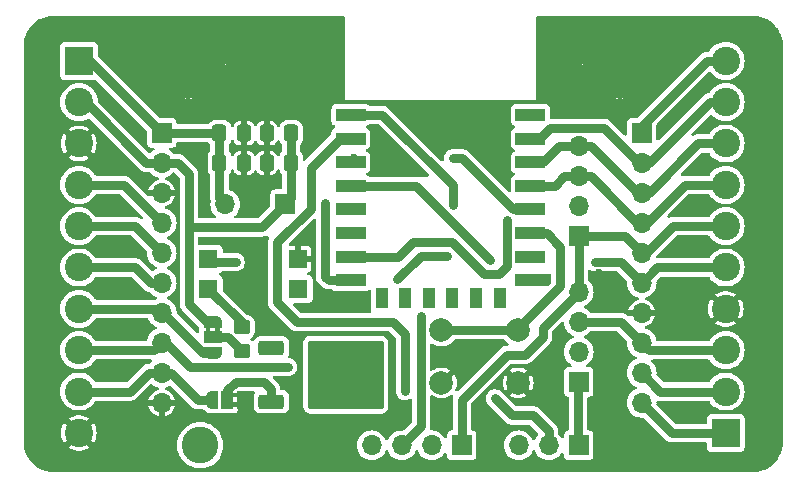
<source format=gbr>
%TF.GenerationSoftware,KiCad,Pcbnew,8.0.3*%
%TF.CreationDate,2024-08-02T22:41:38+02:00*%
%TF.ProjectId,IOT board sensor,494f5420-626f-4617-9264-2073656e736f,rev?*%
%TF.SameCoordinates,Original*%
%TF.FileFunction,Copper,L1,Top*%
%TF.FilePolarity,Positive*%
%FSLAX46Y46*%
G04 Gerber Fmt 4.6, Leading zero omitted, Abs format (unit mm)*
G04 Created by KiCad (PCBNEW 8.0.3) date 2024-08-02 22:41:38*
%MOMM*%
%LPD*%
G01*
G04 APERTURE LIST*
G04 Aperture macros list*
%AMRoundRect*
0 Rectangle with rounded corners*
0 $1 Rounding radius*
0 $2 $3 $4 $5 $6 $7 $8 $9 X,Y pos of 4 corners*
0 Add a 4 corners polygon primitive as box body*
4,1,4,$2,$3,$4,$5,$6,$7,$8,$9,$2,$3,0*
0 Add four circle primitives for the rounded corners*
1,1,$1+$1,$2,$3*
1,1,$1+$1,$4,$5*
1,1,$1+$1,$6,$7*
1,1,$1+$1,$8,$9*
0 Add four rect primitives between the rounded corners*
20,1,$1+$1,$2,$3,$4,$5,0*
20,1,$1+$1,$4,$5,$6,$7,0*
20,1,$1+$1,$6,$7,$8,$9,0*
20,1,$1+$1,$8,$9,$2,$3,0*%
%AMFreePoly0*
4,1,19,0.550000,-0.750000,0.000000,-0.750000,0.000000,-0.744911,-0.071157,-0.744911,-0.207708,-0.704816,-0.327430,-0.627875,-0.420627,-0.520320,-0.479746,-0.390866,-0.500000,-0.250000,-0.500000,0.250000,-0.479746,0.390866,-0.420627,0.520320,-0.327430,0.627875,-0.207708,0.704816,-0.071157,0.744911,0.000000,0.744911,0.000000,0.750000,0.550000,0.750000,0.550000,-0.750000,0.550000,-0.750000,
$1*%
%AMFreePoly1*
4,1,19,0.000000,0.744911,0.071157,0.744911,0.207708,0.704816,0.327430,0.627875,0.420627,0.520320,0.479746,0.390866,0.500000,0.250000,0.500000,-0.250000,0.479746,-0.390866,0.420627,-0.520320,0.327430,-0.627875,0.207708,-0.704816,0.071157,-0.744911,0.000000,-0.744911,0.000000,-0.750000,-0.550000,-0.750000,-0.550000,0.750000,0.000000,0.750000,0.000000,0.744911,0.000000,0.744911,
$1*%
G04 Aperture macros list end*
%TA.AperFunction,EtchedComponent*%
%ADD10C,0.000000*%
%TD*%
%TA.AperFunction,ComponentPad*%
%ADD11C,0.800000*%
%TD*%
%TA.AperFunction,ComponentPad*%
%ADD12C,6.400000*%
%TD*%
%TA.AperFunction,SMDPad,CuDef*%
%ADD13FreePoly0,270.000000*%
%TD*%
%TA.AperFunction,SMDPad,CuDef*%
%ADD14R,1.500000X1.000000*%
%TD*%
%TA.AperFunction,SMDPad,CuDef*%
%ADD15FreePoly1,270.000000*%
%TD*%
%TA.AperFunction,ComponentPad*%
%ADD16R,1.700000X1.700000*%
%TD*%
%TA.AperFunction,ComponentPad*%
%ADD17O,1.700000X1.700000*%
%TD*%
%TA.AperFunction,ComponentPad*%
%ADD18R,2.400000X2.400000*%
%TD*%
%TA.AperFunction,ComponentPad*%
%ADD19C,2.400000*%
%TD*%
%TA.AperFunction,ComponentPad*%
%ADD20C,2.000000*%
%TD*%
%TA.AperFunction,SMDPad,CuDef*%
%ADD21RoundRect,0.250000X-0.850000X-0.350000X0.850000X-0.350000X0.850000X0.350000X-0.850000X0.350000X0*%
%TD*%
%TA.AperFunction,SMDPad,CuDef*%
%ADD22RoundRect,0.250000X-1.275000X-1.125000X1.275000X-1.125000X1.275000X1.125000X-1.275000X1.125000X0*%
%TD*%
%TA.AperFunction,SMDPad,CuDef*%
%ADD23RoundRect,0.249997X-2.950003X-2.650003X2.950003X-2.650003X2.950003X2.650003X-2.950003X2.650003X0*%
%TD*%
%TA.AperFunction,SMDPad,CuDef*%
%ADD24R,2.500000X1.000000*%
%TD*%
%TA.AperFunction,SMDPad,CuDef*%
%ADD25R,1.000000X1.800000*%
%TD*%
%TA.AperFunction,SMDPad,CuDef*%
%ADD26R,1.600000X1.600000*%
%TD*%
%TA.AperFunction,SMDPad,CuDef*%
%ADD27RoundRect,0.250000X0.337500X0.475000X-0.337500X0.475000X-0.337500X-0.475000X0.337500X-0.475000X0*%
%TD*%
%TA.AperFunction,SMDPad,CuDef*%
%ADD28RoundRect,0.250000X-0.337500X-0.475000X0.337500X-0.475000X0.337500X0.475000X-0.337500X0.475000X0*%
%TD*%
%TA.AperFunction,SMDPad,CuDef*%
%ADD29FreePoly0,180.000000*%
%TD*%
%TA.AperFunction,SMDPad,CuDef*%
%ADD30R,1.000000X1.500000*%
%TD*%
%TA.AperFunction,SMDPad,CuDef*%
%ADD31FreePoly1,180.000000*%
%TD*%
%TA.AperFunction,SMDPad,CuDef*%
%ADD32RoundRect,0.250000X-0.450000X0.350000X-0.450000X-0.350000X0.450000X-0.350000X0.450000X0.350000X0*%
%TD*%
%TA.AperFunction,ViaPad*%
%ADD33C,0.600000*%
%TD*%
%TA.AperFunction,ViaPad*%
%ADD34C,3.100000*%
%TD*%
%TA.AperFunction,Conductor*%
%ADD35C,0.750000*%
%TD*%
G04 APERTURE END LIST*
D10*
%TA.AperFunction,EtchedComponent*%
%TO.C,JP5*%
G36*
X147158000Y-99452000D02*
G01*
X146758000Y-99452000D01*
X146758000Y-98952000D01*
X147158000Y-98952000D01*
X147158000Y-99452000D01*
G37*
%TD.AperFunction*%
%TA.AperFunction,EtchedComponent*%
G36*
X146358000Y-99452000D02*
G01*
X145958000Y-99452000D01*
X145958000Y-98952000D01*
X146358000Y-98952000D01*
X146358000Y-99452000D01*
G37*
%TD.AperFunction*%
%TA.AperFunction,EtchedComponent*%
%TO.C,JP4*%
G36*
X148698000Y-104956000D02*
G01*
X148198000Y-104956000D01*
X148198000Y-104556000D01*
X148698000Y-104556000D01*
X148698000Y-104956000D01*
G37*
%TD.AperFunction*%
%TA.AperFunction,EtchedComponent*%
G36*
X148698000Y-105756000D02*
G01*
X148198000Y-105756000D01*
X148198000Y-105356000D01*
X148698000Y-105356000D01*
X148698000Y-105756000D01*
G37*
%TD.AperFunction*%
%TD*%
D11*
%TO.P,REF\u002A\u002A,1*%
%TO.N,N/C*%
X142100000Y-76500000D03*
X142802944Y-74802944D03*
X142802944Y-78197056D03*
X144500000Y-74100000D03*
D12*
%TO.N,GND*%
X144500000Y-76500000D03*
D11*
%TO.N,N/C*%
X144500000Y-78900000D03*
X146197056Y-74802944D03*
X146197056Y-78197056D03*
X146900000Y-76500000D03*
%TD*%
%TO.P,REF\u002A\u002A,1*%
%TO.N,N/C*%
X178600000Y-76500000D03*
X179302944Y-74802944D03*
X179302944Y-78197056D03*
X181000000Y-74100000D03*
D12*
%TO.N,GND*%
X181000000Y-76500000D03*
D11*
%TO.N,N/C*%
X181000000Y-78900000D03*
X182697056Y-74802944D03*
X182697056Y-78197056D03*
X183400000Y-76500000D03*
%TD*%
D13*
%TO.P,JP5,1,A*%
%TO.N,+3.3V*%
X146558000Y-98552000D03*
D14*
%TO.P,JP5,2,C*%
%TO.N,Net-(JP5-C)*%
X146558000Y-99852000D03*
D15*
%TO.P,JP5,3,B*%
%TO.N,Fet LOAD VCC*%
X146558000Y-101152000D03*
%TD*%
D16*
%TO.P,J1,1,Pin_1*%
%TO.N,VIN*%
X142240000Y-82550000D03*
D17*
%TO.P,J1,2,Pin_2*%
%TO.N,+3.3V*%
X142240000Y-85090000D03*
%TO.P,J1,3,Pin_3*%
%TO.N,GND*%
X142240000Y-87630000D03*
%TO.P,J1,4,Pin_4*%
%TO.N,nRST*%
X142240000Y-90170000D03*
%TO.P,J1,5,Pin_5*%
%TO.N,V Sense*%
X142240000Y-92710000D03*
%TO.P,J1,6,Pin_6*%
%TO.N,IO12*%
X142240000Y-95250000D03*
%TO.P,J1,7,Pin_7*%
%TO.N,Fet LOAD VCC*%
X142240000Y-97790000D03*
%TO.P,J1,8,Pin_8*%
%TO.N,Fet LOAD GND*%
X142240000Y-100330000D03*
%TO.P,J1,9,Pin_9*%
%TO.N,Fet GND*%
X142240000Y-102870000D03*
%TO.P,J1,10,Pin_10*%
%TO.N,GND*%
X142240000Y-105410000D03*
%TD*%
%TO.P,J3,10,Pin_10*%
%TO.N,IO14*%
X182880000Y-105410000D03*
%TO.P,J3,9,Pin_9*%
%TO.N,GND LP*%
X182880000Y-102870000D03*
%TO.P,J3,8,Pin_8*%
%TO.N,IO16*%
X182880000Y-100330000D03*
%TO.P,J3,7,Pin_7*%
%TO.N,GND*%
X182880000Y-97790000D03*
%TO.P,J3,6,Pin_6*%
%TO.N,IO13*%
X182880000Y-95250000D03*
%TO.P,J3,5,Pin_5*%
%TO.N,+3.3V*%
X182880000Y-92710000D03*
%TO.P,J3,4,Pin_4*%
%TO.N,SDA*%
X182880000Y-90170000D03*
%TO.P,J3,3,Pin_3*%
%TO.N,SCL*%
X182880000Y-87630000D03*
%TO.P,J3,2,Pin_2*%
%TO.N,TXD*%
X182880000Y-85090000D03*
D16*
%TO.P,J3,1,Pin_1*%
%TO.N,RXD*%
X182880000Y-82550000D03*
%TD*%
D18*
%TO.P,J4,1,Pin_1*%
%TO.N,IO14*%
X189992000Y-107950000D03*
D19*
%TO.P,J4,2,Pin_2*%
%TO.N,GND LP*%
X189992000Y-104450000D03*
%TO.P,J4,3,Pin_3*%
%TO.N,IO16*%
X189992000Y-100950000D03*
%TO.P,J4,4,Pin_4*%
%TO.N,GND*%
X189992000Y-97450000D03*
%TO.P,J4,5,Pin_5*%
%TO.N,IO13*%
X189992000Y-93950000D03*
%TO.P,J4,6,Pin_6*%
%TO.N,+3.3V*%
X189992000Y-90450000D03*
%TO.P,J4,7,Pin_7*%
%TO.N,SDA*%
X189992000Y-86950000D03*
%TO.P,J4,8,Pin_8*%
%TO.N,SCL*%
X189992000Y-83450000D03*
%TO.P,J4,9,Pin_9*%
%TO.N,TXD*%
X189992000Y-79950000D03*
%TO.P,J4,10,Pin_10*%
%TO.N,RXD*%
X189992000Y-76450000D03*
%TD*%
D18*
%TO.P,J2,1,Pin_1*%
%TO.N,VIN*%
X135229600Y-76450000D03*
D19*
%TO.P,J2,2,Pin_2*%
%TO.N,+3.3V*%
X135229600Y-79950000D03*
%TO.P,J2,3,Pin_3*%
%TO.N,GND*%
X135229600Y-83450000D03*
%TO.P,J2,4,Pin_4*%
%TO.N,nRST*%
X135229600Y-86950000D03*
%TO.P,J2,5,Pin_5*%
%TO.N,V Sense*%
X135229600Y-90450000D03*
%TO.P,J2,6,Pin_6*%
%TO.N,IO12*%
X135229600Y-93950000D03*
%TO.P,J2,7,Pin_7*%
%TO.N,Fet LOAD VCC*%
X135229600Y-97450000D03*
%TO.P,J2,8,Pin_8*%
%TO.N,Fet LOAD GND*%
X135229600Y-100950000D03*
%TO.P,J2,9,Pin_9*%
%TO.N,Fet GND*%
X135229600Y-104450000D03*
%TO.P,J2,10,Pin_10*%
%TO.N,GND*%
X135229600Y-107950000D03*
%TD*%
D16*
%TO.P,J9,1,Pin_1*%
%TO.N,+3.3V*%
X167640000Y-109000000D03*
D17*
%TO.P,J9,2,Pin_2*%
%TO.N,GND LP*%
X165100000Y-109000000D03*
%TO.P,J9,3,Pin_3*%
%TO.N,Net-(J9-Pin_3)*%
X162560000Y-109000000D03*
%TO.P,J9,4,Pin_4*%
%TO.N,Net-(J9-Pin_4)*%
X160020000Y-109000000D03*
%TD*%
D20*
%TO.P,SW1,1,C*%
%TO.N,GND*%
X172414000Y-103723000D03*
X165914000Y-103723000D03*
%TO.P,SW1,2,D*%
%TO.N,Net-(SW1A-D)*%
X172414000Y-99223000D03*
X165914000Y-99223000D03*
%TD*%
D21*
%TO.P,Q1,1,G*%
%TO.N,Net-(Q1-G)*%
X151525000Y-100745000D03*
D22*
%TO.P,Q1,2,D*%
%TO.N,Net-(JP3-C)*%
X156150000Y-101500000D03*
X156150000Y-104550000D03*
D23*
X157825000Y-103025000D03*
D22*
X159500000Y-101500000D03*
X159500000Y-104550000D03*
D21*
%TO.P,Q1,3,S*%
%TO.N,Net-(D1-A)*%
X151525000Y-105305000D03*
%TD*%
D17*
%TO.P,J8,4,Pin_4*%
%TO.N,SCL*%
X177546000Y-83655000D03*
%TO.P,J8,3,Pin_3*%
%TO.N,SDA*%
X177546000Y-86195000D03*
%TO.P,J8,2,Pin_2*%
%TO.N,GND LP*%
X177546000Y-88735000D03*
D16*
%TO.P,J8,1,Pin_1*%
%TO.N,+3.3V*%
X177546000Y-91275000D03*
%TD*%
%TO.P,J7,1,Pin_1*%
%TO.N,GND LP*%
X177546000Y-109000000D03*
D17*
%TO.P,J7,2,Pin_2*%
%TO.N,IO14*%
X175006000Y-109000000D03*
%TO.P,J7,3,Pin_3*%
%TO.N,+3.3V*%
X172466000Y-109000000D03*
%TD*%
D24*
%TO.P,U2,1,~{RST}*%
%TO.N,nRST*%
X158250000Y-81030000D03*
%TO.P,U2,2,ADC*%
%TO.N,V Sense*%
X158250000Y-83030000D03*
%TO.P,U2,3,EN*%
%TO.N,Net-(U2-EN)*%
X158250000Y-85030000D03*
%TO.P,U2,4,GPIO16*%
%TO.N,IO16*%
X158250000Y-87030000D03*
%TO.P,U2,5,GPIO14*%
%TO.N,IO14*%
X158250000Y-89030000D03*
%TO.P,U2,6,GPIO12*%
%TO.N,IO12*%
X158250000Y-91030000D03*
%TO.P,U2,7,GPIO13*%
%TO.N,IO13*%
X158250000Y-93030000D03*
%TO.P,U2,8,VCC*%
%TO.N,+3.3V*%
X158250000Y-95030000D03*
D25*
%TO.P,U2,9,CS0*%
%TO.N,unconnected-(U2-CS0-Pad9)*%
X160850000Y-96530000D03*
%TO.P,U2,10,MISO*%
%TO.N,unconnected-(U2-MISO-Pad10)*%
X162850000Y-96530000D03*
%TO.P,U2,11,GPIO9*%
%TO.N,IO9*%
X164850000Y-96530000D03*
%TO.P,U2,12,GPIO10*%
%TO.N,IO10*%
X166850000Y-96530000D03*
%TO.P,U2,13,MOSI*%
%TO.N,unconnected-(U2-MOSI-Pad13)*%
X168850000Y-96530000D03*
%TO.P,U2,14,SCLK*%
%TO.N,unconnected-(U2-SCLK-Pad14)*%
X170850000Y-96530000D03*
D24*
%TO.P,U2,15,GND*%
%TO.N,GND*%
X173450000Y-95030000D03*
%TO.P,U2,16,GPIO15*%
%TO.N,Net-(U2-GPIO15)*%
X173450000Y-93030000D03*
%TO.P,U2,17,GPIO2*%
%TO.N,Net-(SW1A-D)*%
X173450000Y-91030000D03*
%TO.P,U2,18,GPIO0*%
%TO.N,GPIO0*%
X173450000Y-89030000D03*
%TO.P,U2,19,GPIO4*%
%TO.N,SDA*%
X173450000Y-87030000D03*
%TO.P,U2,20,GPIO5*%
%TO.N,SCL*%
X173450000Y-85030000D03*
%TO.P,U2,21,GPIO3/RXD*%
%TO.N,TXD*%
X173450000Y-83030000D03*
%TO.P,U2,22,GPIO1/TXD*%
%TO.N,RXD*%
X173450000Y-81030000D03*
%TD*%
D26*
%TO.P,U1,1*%
%TO.N,Net-(R8-Pad1)*%
X153810000Y-95770000D03*
%TO.P,U1,2*%
%TO.N,GND*%
X153810000Y-93230000D03*
%TO.P,U1,3*%
%TO.N,Net-(D1-K)*%
X146190000Y-93230000D03*
%TO.P,U1,4*%
%TO.N,Net-(R7-Pad1)*%
X146190000Y-95770000D03*
%TD*%
D27*
%TO.P,C3,1*%
%TO.N,+3.3V*%
X153205000Y-82590000D03*
%TO.P,C3,2*%
%TO.N,GND*%
X151130000Y-82590000D03*
%TD*%
D16*
%TO.P,J6,1,Pin_1*%
%TO.N,+3.3V*%
X152692500Y-88590000D03*
D17*
%TO.P,J6,2,Pin_2*%
%TO.N,GND*%
X150152500Y-88590000D03*
%TO.P,J6,3,Pin_3*%
%TO.N,VIN*%
X147612500Y-88590000D03*
%TD*%
D27*
%TO.P,C4,2*%
%TO.N,GND*%
X151130000Y-85090000D03*
%TO.P,C4,1*%
%TO.N,+3.3V*%
X153205000Y-85090000D03*
%TD*%
D28*
%TO.P,C1,1*%
%TO.N,VIN*%
X147130000Y-85090000D03*
%TO.P,C1,2*%
%TO.N,GND*%
X149205000Y-85090000D03*
%TD*%
D16*
%TO.P,J5,1,Pin_1*%
%TO.N,GND LP*%
X177546000Y-103632000D03*
D17*
%TO.P,J5,2,Pin_2*%
%TO.N,unconnected-(J5-Pin_2-Pad2)*%
X177546000Y-101092000D03*
%TO.P,J5,3,Pin_3*%
%TO.N,IO16*%
X177546000Y-98552000D03*
%TO.P,J5,4,Pin_4*%
%TO.N,+3.3V*%
X177546000Y-96012000D03*
%TD*%
D29*
%TO.P,JP4,1,A*%
%TO.N,GND*%
X149098000Y-105156000D03*
D30*
%TO.P,JP4,2,C*%
%TO.N,Net-(D1-A)*%
X147798000Y-105156000D03*
D31*
%TO.P,JP4,3,B*%
%TO.N,Fet GND*%
X146498000Y-105156000D03*
%TD*%
D32*
%TO.P,R7,1*%
%TO.N,Net-(R7-Pad1)*%
X149000000Y-99000000D03*
%TO.P,R7,2*%
%TO.N,Net-(JP5-C)*%
X149000000Y-101000000D03*
%TD*%
D28*
%TO.P,C2,1*%
%TO.N,VIN*%
X147130000Y-82590000D03*
%TO.P,C2,2*%
%TO.N,GND*%
X149205000Y-82590000D03*
%TD*%
D33*
%TO.N,GND*%
X174900000Y-95000000D03*
D34*
%TO.N,*%
X145500000Y-109000000D03*
D33*
%TO.N,GND*%
X165550000Y-82850000D03*
X169418000Y-105156000D03*
X131826000Y-107442000D03*
X158750000Y-97028000D03*
X166624000Y-101346000D03*
X153670000Y-104648000D03*
X149850000Y-107750000D03*
X155194000Y-110490000D03*
X170180000Y-110490000D03*
X180340000Y-106680000D03*
X180594000Y-102870000D03*
X182118000Y-108966000D03*
X193294000Y-76200000D03*
X192150000Y-81800000D03*
X192200000Y-87600000D03*
X193294000Y-95758000D03*
X193040000Y-101854000D03*
X193040000Y-107442000D03*
X157226000Y-96520000D03*
X176413409Y-105494028D03*
X169926000Y-107696000D03*
X162306000Y-84836000D03*
X179300000Y-94350000D03*
X141224000Y-109982000D03*
X137922000Y-102616000D03*
X132080000Y-101346000D03*
X137668000Y-95758000D03*
X132080000Y-94996000D03*
X137549626Y-88737433D03*
X132080000Y-89154000D03*
X137969609Y-85181585D03*
X132334000Y-82296000D03*
X155702000Y-77470000D03*
X176530000Y-73406000D03*
X187452000Y-74930000D03*
X187452000Y-97536000D03*
X181102000Y-104394000D03*
X166370000Y-107442000D03*
X169550000Y-101400000D03*
X174752000Y-102870000D03*
X153810000Y-93230000D03*
X150876000Y-95758000D03*
X154750000Y-84100000D03*
X151384000Y-86614000D03*
X150114000Y-86614000D03*
X144526000Y-83820000D03*
%TO.N,IO13*%
X171450000Y-89916000D03*
%TO.N,IO16*%
X170000000Y-93300000D03*
%TO.N,IO13*%
X178900000Y-93475000D03*
%TO.N,Fet LOAD GND*%
X152908000Y-102362000D03*
%TO.N,V Sense*%
X153416000Y-90424000D03*
%TO.N,nRST*%
X158242000Y-81026000D03*
%TO.N,+3.3V*%
X156083000Y-88519000D03*
%TO.N,nRST*%
X166878000Y-88646000D03*
%TO.N,GND*%
X173482000Y-95123000D03*
%TO.N,IO14*%
X158750000Y-89027000D03*
%TO.N,IO12*%
X158813500Y-91122500D03*
%TO.N,V Sense*%
X162814000Y-104386000D03*
X158500000Y-83000000D03*
%TO.N,Net-(U2-GPIO15)*%
X173500000Y-93000000D03*
%TO.N,Net-(U2-EN)*%
X158500000Y-84582000D03*
%TO.N,RXD*%
X173708000Y-80772000D03*
%TO.N,TXD*%
X173500000Y-83000000D03*
%TO.N,Net-(J9-Pin_3)*%
X164185600Y-98044000D03*
%TO.N,nRST*%
X166370000Y-92964000D03*
X162200000Y-94930000D03*
%TO.N,GPIO0*%
X166878000Y-84709000D03*
%TO.N,Net-(SW1A-D)*%
X173500000Y-91000000D03*
%TO.N,Net-(Q1-G)*%
X151511000Y-100584000D03*
%TO.N,Net-(D1-K)*%
X148500000Y-93500000D03*
%TO.N,Net-(R8-Pad1)*%
X153810000Y-95770000D03*
%TO.N,Net-(D1-A)*%
X151500000Y-105000000D03*
%TO.N,Net-(JP3-C)*%
X155500000Y-100500000D03*
X157000000Y-105500000D03*
X155500000Y-102500000D03*
X155500000Y-103500000D03*
X158500000Y-105500000D03*
X160000000Y-104500000D03*
X160000000Y-103500000D03*
X160000000Y-101500000D03*
X158500000Y-102500000D03*
X158500000Y-103500000D03*
X157000000Y-103500000D03*
X155500000Y-101500000D03*
X155500000Y-104500000D03*
X160000000Y-105500000D03*
X158500000Y-101500000D03*
X157000000Y-102500000D03*
X157000000Y-101500000D03*
X158500000Y-104500000D03*
X160000000Y-102500000D03*
X157000000Y-100500000D03*
X157000000Y-104500000D03*
X155500000Y-105500000D03*
X158500000Y-100500000D03*
X160000000Y-100500000D03*
%TO.N,IO14*%
X170434000Y-105029000D03*
%TO.N,IO13*%
X158000000Y-93000000D03*
%TD*%
D35*
%TO.N,TXD*%
X173450000Y-83030000D02*
X174200000Y-83030000D01*
X174200000Y-83030000D02*
X175080000Y-82150000D01*
X175080000Y-82150000D02*
X179725000Y-82150000D01*
X179725000Y-82150000D02*
X182665000Y-85090000D01*
X182665000Y-85090000D02*
X182880000Y-85090000D01*
%TO.N,SCL*%
X177546000Y-83655000D02*
X178555000Y-83655000D01*
X182530000Y-87630000D02*
X182880000Y-87630000D01*
X178555000Y-83655000D02*
X182530000Y-87630000D01*
%TO.N,SDA*%
X177546000Y-86195000D02*
X178545000Y-86195000D01*
X182520000Y-90170000D02*
X182880000Y-90170000D01*
X178545000Y-86195000D02*
X182520000Y-90170000D01*
X173450000Y-87030000D02*
X175495000Y-87030000D01*
X175495000Y-87030000D02*
X176330000Y-86195000D01*
X176330000Y-86195000D02*
X177546000Y-86195000D01*
%TO.N,SCL*%
X173450000Y-85030000D02*
X174520000Y-85030000D01*
X175895000Y-83655000D02*
X177546000Y-83655000D01*
X174520000Y-85030000D02*
X175895000Y-83655000D01*
%TO.N,+3.3V*%
X177546000Y-91275000D02*
X181445000Y-91275000D01*
X181445000Y-91275000D02*
X182880000Y-92710000D01*
X178727000Y-91275000D02*
X177546000Y-91275000D01*
X177546000Y-91275000D02*
X177546000Y-96012000D01*
%TO.N,IO13*%
X178900000Y-93475000D02*
X181105000Y-93475000D01*
X181105000Y-93475000D02*
X182880000Y-95250000D01*
%TO.N,+3.3V*%
X177546000Y-96012000D02*
X174498000Y-99060000D01*
X174498000Y-99060000D02*
X174498000Y-99822000D01*
X174498000Y-99822000D02*
X172974000Y-101346000D01*
X172974000Y-101346000D02*
X171454000Y-101346000D01*
X171454000Y-101346000D02*
X167640000Y-105160000D01*
X167640000Y-105160000D02*
X167640000Y-109000000D01*
%TO.N,V Sense*%
X162814000Y-104386000D02*
X162814000Y-99568000D01*
X161798000Y-98552000D02*
X153670000Y-98552000D01*
X162814000Y-99568000D02*
X161798000Y-98552000D01*
X153670000Y-98552000D02*
X152019000Y-96901000D01*
X152019000Y-96901000D02*
X152019000Y-91821000D01*
X154850000Y-88990000D02*
X154850000Y-85530000D01*
X152019000Y-91821000D02*
X154850000Y-88990000D01*
X154850000Y-85530000D02*
X157350000Y-83030000D01*
X157350000Y-83030000D02*
X158250000Y-83030000D01*
%TO.N,+3.3V*%
X144526000Y-91774000D02*
X144526000Y-90551000D01*
X144526000Y-90551000D02*
X150731500Y-90551000D01*
X150731500Y-90551000D02*
X152692500Y-88590000D01*
%TO.N,Net-(J9-Pin_3)*%
X164185600Y-98044000D02*
X164185600Y-107374400D01*
X164185600Y-107374400D02*
X162560000Y-109000000D01*
%TO.N,IO16*%
X170000000Y-93292000D02*
X163738000Y-87030000D01*
X170000000Y-93300000D02*
X170000000Y-93292000D01*
X163738000Y-87030000D02*
X158250000Y-87030000D01*
%TO.N,IO13*%
X158250000Y-93030000D02*
X162240000Y-93030000D01*
X169556108Y-94488000D02*
X170762000Y-94488000D01*
X162240000Y-93030000D02*
X163494768Y-91775232D01*
X163494768Y-91775232D02*
X166843340Y-91775232D01*
X166843340Y-91775232D02*
X169556108Y-94488000D01*
X170762000Y-94488000D02*
X171450000Y-93800000D01*
X171450000Y-93800000D02*
X171450000Y-89916000D01*
%TO.N,Net-(SW1A-D)*%
X173500000Y-91000000D02*
X174820000Y-91000000D01*
X174820000Y-91000000D02*
X176000000Y-92180000D01*
X176000000Y-92180000D02*
X176000000Y-95526000D01*
X176000000Y-95526000D02*
X172414000Y-99112000D01*
X172414000Y-99112000D02*
X172414000Y-99223000D01*
%TO.N,GPIO0*%
X166878000Y-84709000D02*
X167659000Y-84709000D01*
X167659000Y-84709000D02*
X171980000Y-89030000D01*
X171980000Y-89030000D02*
X173450000Y-89030000D01*
%TO.N,+3.3V*%
X146558000Y-98552000D02*
X146050000Y-98552000D01*
X146050000Y-98552000D02*
X144526000Y-97028000D01*
X144526000Y-97028000D02*
X144526000Y-91774000D01*
%TO.N,Fet LOAD VCC*%
X146558000Y-101152000D02*
X145752000Y-101152000D01*
X145752000Y-101152000D02*
X142390000Y-97790000D01*
X142390000Y-97790000D02*
X142240000Y-97790000D01*
%TO.N,Fet LOAD GND*%
X152908000Y-102362000D02*
X144612000Y-102362000D01*
X144612000Y-102362000D02*
X142580000Y-100330000D01*
X142580000Y-100330000D02*
X142240000Y-100330000D01*
%TO.N,IO12*%
X135229600Y-93950000D02*
X140000000Y-93950000D01*
X140000000Y-93950000D02*
X141300000Y-95250000D01*
X141300000Y-95250000D02*
X142240000Y-95250000D01*
%TO.N,Fet GND*%
X135229600Y-104450000D02*
X139550000Y-104450000D01*
X139550000Y-104450000D02*
X141130000Y-102870000D01*
X141130000Y-102870000D02*
X142240000Y-102870000D01*
%TO.N,GND*%
X142240000Y-105410000D02*
X141790000Y-105410000D01*
%TO.N,+3.3V*%
X142240000Y-85090000D02*
X140940000Y-85090000D01*
X140940000Y-85090000D02*
X135800000Y-79950000D01*
X135800000Y-79950000D02*
X135229600Y-79950000D01*
X189992000Y-90450000D02*
X185500000Y-90450000D01*
X185500000Y-90450000D02*
X183240000Y-92710000D01*
X183240000Y-92710000D02*
X182880000Y-92710000D01*
%TO.N,SCL*%
X189992000Y-83450000D02*
X187650000Y-83450000D01*
X187650000Y-83450000D02*
X183470000Y-87630000D01*
X183470000Y-87630000D02*
X182880000Y-87630000D01*
%TO.N,SDA*%
X189992000Y-86950000D02*
X186550000Y-86950000D01*
X186550000Y-86950000D02*
X183330000Y-90170000D01*
X183330000Y-90170000D02*
X182880000Y-90170000D01*
%TO.N,TXD*%
X189992000Y-79950000D02*
X188650000Y-79950000D01*
X183510000Y-85090000D02*
X182880000Y-85090000D01*
X188650000Y-79950000D02*
X183510000Y-85090000D01*
%TO.N,RXD*%
X189992000Y-76450000D02*
X188400000Y-76450000D01*
X188400000Y-76450000D02*
X182880000Y-81970000D01*
X182880000Y-81970000D02*
X182880000Y-82550000D01*
%TO.N,IO14*%
X189992000Y-107950000D02*
X185420000Y-107950000D01*
X185420000Y-107950000D02*
X182880000Y-105410000D01*
%TO.N,GND LP*%
X189992000Y-104450000D02*
X184460000Y-104450000D01*
X184460000Y-104450000D02*
X182880000Y-102870000D01*
%TO.N,IO16*%
X189992000Y-100950000D02*
X183500000Y-100950000D01*
X183500000Y-100950000D02*
X182880000Y-100330000D01*
%TO.N,IO13*%
X189992000Y-93950000D02*
X184180000Y-93950000D01*
X184180000Y-93950000D02*
X182880000Y-95250000D01*
%TO.N,Net-(D1-A)*%
X147798000Y-105156000D02*
X147798000Y-104335754D01*
X147798000Y-104335754D02*
X148501754Y-103632000D01*
X148501754Y-103632000D02*
X150876000Y-103632000D01*
X150876000Y-103632000D02*
X151500000Y-104256000D01*
X151500000Y-104256000D02*
X151500000Y-105000000D01*
%TO.N,VIN*%
X135229600Y-76450000D02*
X136140000Y-76450000D01*
X136140000Y-76450000D02*
X142240000Y-82550000D01*
%TO.N,nRST*%
X135229600Y-86950000D02*
X139020000Y-86950000D01*
X139020000Y-86950000D02*
X142240000Y-90170000D01*
%TO.N,V Sense*%
X135229600Y-90450000D02*
X139980000Y-90450000D01*
X139980000Y-90450000D02*
X142240000Y-92710000D01*
%TO.N,Fet LOAD VCC*%
X135229600Y-97450000D02*
X141900000Y-97450000D01*
X141900000Y-97450000D02*
X142240000Y-97790000D01*
%TO.N,Fet LOAD GND*%
X135229600Y-100950000D02*
X141620000Y-100950000D01*
X141620000Y-100950000D02*
X142240000Y-100330000D01*
%TO.N,GND*%
X189652000Y-97790000D02*
X189992000Y-97450000D01*
%TO.N,Net-(JP5-C)*%
X146558000Y-99852000D02*
X147852000Y-99852000D01*
X147852000Y-99852000D02*
X149000000Y-101000000D01*
%TO.N,Fet GND*%
X146498000Y-105156000D02*
X145288000Y-105156000D01*
X145288000Y-105156000D02*
X143002000Y-102870000D01*
X143002000Y-102870000D02*
X142240000Y-102870000D01*
%TO.N,IO14*%
X170434000Y-105029000D02*
X171881800Y-106476800D01*
X171881800Y-106476800D02*
X173685200Y-106476800D01*
X173685200Y-106476800D02*
X175006000Y-107797600D01*
X175006000Y-107797600D02*
X175006000Y-109000000D01*
%TO.N,IO13*%
X171450000Y-89916000D02*
X171450000Y-90170000D01*
%TO.N,nRST*%
X166370000Y-92964000D02*
X164166000Y-92964000D01*
X164166000Y-92964000D02*
X162200000Y-94930000D01*
%TO.N,IO16*%
X177546000Y-98552000D02*
X181102000Y-98552000D01*
X181102000Y-98552000D02*
X182880000Y-100330000D01*
%TO.N,+3.3V*%
X182880000Y-92710000D02*
X182756000Y-92710000D01*
%TO.N,nRST*%
X158246000Y-81030000D02*
X158250000Y-81030000D01*
X158242000Y-81026000D02*
X158246000Y-81030000D01*
X158254000Y-81030000D02*
X158242000Y-81026000D01*
%TO.N,VIN*%
X141986000Y-82550000D02*
X147090000Y-82550000D01*
X147090000Y-82550000D02*
X147130000Y-82590000D01*
%TO.N,IO14*%
X175006000Y-109000000D02*
X175420000Y-109000000D01*
%TO.N,GND LP*%
X177960000Y-109000000D02*
X177546000Y-109000000D01*
X177546000Y-109000000D02*
X177500000Y-108954000D01*
X177500000Y-108954000D02*
X177500000Y-103620000D01*
%TO.N,+3.3V*%
X156083000Y-88519000D02*
X156083000Y-94742000D01*
X156083000Y-88500000D02*
X156083000Y-88519000D01*
X156083000Y-94742000D02*
X156371000Y-95030000D01*
X156371000Y-95030000D02*
X158250000Y-95030000D01*
%TO.N,Net-(SW1A-D)*%
X165914000Y-99223000D02*
X172414000Y-99223000D01*
%TO.N,nRST*%
X166878000Y-88646000D02*
X166878000Y-86995000D01*
X166878000Y-86995000D02*
X160913000Y-81030000D01*
X160913000Y-81030000D02*
X158254000Y-81030000D01*
%TO.N,+3.3V*%
X153205000Y-82590000D02*
X153205000Y-88077500D01*
X153205000Y-88077500D02*
X152692500Y-88590000D01*
%TO.N,VIN*%
X147130000Y-82590000D02*
X147130000Y-88107500D01*
X147130000Y-88107500D02*
X147612500Y-88590000D01*
%TO.N,Net-(D1-K)*%
X148500000Y-93500000D02*
X146460000Y-93500000D01*
X146460000Y-93500000D02*
X146190000Y-93230000D01*
%TO.N,Net-(R7-Pad1)*%
X149000000Y-99000000D02*
X149000000Y-98580000D01*
X149000000Y-98580000D02*
X146190000Y-95770000D01*
%TO.N,+3.3V*%
X144526000Y-91774000D02*
X144550000Y-91750000D01*
X144550000Y-91750000D02*
X144550000Y-86050000D01*
X144550000Y-86050000D02*
X143590000Y-85090000D01*
X143590000Y-85090000D02*
X141986000Y-85090000D01*
%TD*%
%TA.AperFunction,Conductor*%
%TO.N,GND*%
G36*
X166860768Y-104735563D02*
G01*
X166908581Y-104786510D01*
X166921260Y-104855220D01*
X166912481Y-104889906D01*
X166894302Y-104933795D01*
X166894300Y-104933802D01*
X166864500Y-105083615D01*
X166864500Y-107626802D01*
X166844815Y-107693841D01*
X166792011Y-107739596D01*
X166759898Y-107749275D01*
X166664699Y-107764352D01*
X166609297Y-107792580D01*
X166551658Y-107821950D01*
X166551657Y-107821951D01*
X166551652Y-107821954D01*
X166461954Y-107911652D01*
X166461951Y-107911657D01*
X166461950Y-107911658D01*
X166446089Y-107942787D01*
X166404352Y-108024698D01*
X166389500Y-108118475D01*
X166389500Y-108268138D01*
X166369815Y-108335177D01*
X166317011Y-108380932D01*
X166247853Y-108390876D01*
X166184297Y-108361851D01*
X166163925Y-108339261D01*
X166061599Y-108193124D01*
X165986950Y-108118475D01*
X165906877Y-108038402D01*
X165727639Y-107912898D01*
X165727640Y-107912898D01*
X165727638Y-107912897D01*
X165628484Y-107866661D01*
X165529330Y-107820425D01*
X165529326Y-107820424D01*
X165529322Y-107820422D01*
X165317977Y-107763793D01*
X165100002Y-107744723D01*
X165099998Y-107744723D01*
X165063809Y-107747889D01*
X164995309Y-107734122D01*
X164945126Y-107685507D01*
X164929193Y-107617478D01*
X164931385Y-107600170D01*
X164947428Y-107519512D01*
X164961100Y-107450780D01*
X164961100Y-107298019D01*
X164961100Y-104880981D01*
X164980785Y-104813942D01*
X165033589Y-104768187D01*
X165102747Y-104758243D01*
X165156224Y-104779406D01*
X165261517Y-104853134D01*
X165467673Y-104949265D01*
X165467682Y-104949269D01*
X165687389Y-105008139D01*
X165687400Y-105008141D01*
X165913998Y-105027966D01*
X165914002Y-105027966D01*
X166140599Y-105008141D01*
X166140610Y-105008139D01*
X166360317Y-104949269D01*
X166360326Y-104949265D01*
X166566483Y-104853133D01*
X166566489Y-104853129D01*
X166726795Y-104740881D01*
X166793001Y-104718553D01*
X166860768Y-104735563D01*
G37*
%TD.AperFunction*%
%TA.AperFunction,Conductor*%
G36*
X171247688Y-100018185D02*
G01*
X171284455Y-100054675D01*
X171305021Y-100086153D01*
X171462216Y-100256913D01*
X171462219Y-100256915D01*
X171462222Y-100256918D01*
X171580075Y-100348647D01*
X171620888Y-100405357D01*
X171624563Y-100475130D01*
X171589931Y-100535813D01*
X171527990Y-100568140D01*
X171503913Y-100570500D01*
X171377615Y-100570500D01*
X171227802Y-100600299D01*
X171227793Y-100600302D01*
X171086669Y-100658756D01*
X170959641Y-100743635D01*
X170959641Y-100743636D01*
X167293552Y-104409725D01*
X167232229Y-104443210D01*
X167162537Y-104438226D01*
X167106604Y-104396354D01*
X167082187Y-104330890D01*
X167093489Y-104269639D01*
X167140266Y-104169326D01*
X167140269Y-104169317D01*
X167199139Y-103949610D01*
X167199141Y-103949599D01*
X167218966Y-103723002D01*
X167218966Y-103722997D01*
X167199141Y-103496400D01*
X167199139Y-103496389D01*
X167140269Y-103276682D01*
X167140264Y-103276668D01*
X167044136Y-103070521D01*
X167044132Y-103070513D01*
X166993025Y-102997526D01*
X166437787Y-103552763D01*
X166426518Y-103510708D01*
X166354110Y-103385292D01*
X166251708Y-103282890D01*
X166126292Y-103210482D01*
X166084234Y-103199212D01*
X166639472Y-102643974D01*
X166566478Y-102592863D01*
X166360331Y-102496735D01*
X166360317Y-102496730D01*
X166140610Y-102437860D01*
X166140599Y-102437858D01*
X165914002Y-102418034D01*
X165913998Y-102418034D01*
X165687400Y-102437858D01*
X165687389Y-102437860D01*
X165467682Y-102496730D01*
X165467673Y-102496734D01*
X165261516Y-102592866D01*
X165261512Y-102592868D01*
X165156223Y-102666593D01*
X165090017Y-102688920D01*
X165022250Y-102671910D01*
X164974437Y-102620962D01*
X164961100Y-102565018D01*
X164961100Y-100507844D01*
X164980785Y-100440805D01*
X165033589Y-100395050D01*
X165102747Y-100385106D01*
X165144118Y-100398790D01*
X165145371Y-100399468D01*
X165145374Y-100399470D01*
X165191504Y-100424434D01*
X165349486Y-100509931D01*
X165349492Y-100509933D01*
X165349497Y-100509936D01*
X165463487Y-100549068D01*
X165569015Y-100585297D01*
X165569017Y-100585297D01*
X165569019Y-100585298D01*
X165797951Y-100623500D01*
X165797952Y-100623500D01*
X166030048Y-100623500D01*
X166030049Y-100623500D01*
X166258981Y-100585298D01*
X166478503Y-100509936D01*
X166682626Y-100399470D01*
X166865784Y-100256913D01*
X167022979Y-100086153D01*
X167043544Y-100054676D01*
X167096690Y-100009321D01*
X167147351Y-99998500D01*
X171180649Y-99998500D01*
X171247688Y-100018185D01*
G37*
%TD.AperFunction*%
%TA.AperFunction,Conductor*%
G36*
X143294209Y-85906778D02*
G01*
X143338557Y-85935279D01*
X143738181Y-86334903D01*
X143771666Y-86396226D01*
X143774500Y-86422584D01*
X143774500Y-90341751D01*
X143772117Y-90365942D01*
X143750500Y-90474616D01*
X143750500Y-97104384D01*
X143780300Y-97254197D01*
X143780302Y-97254205D01*
X143838759Y-97395334D01*
X143838764Y-97395343D01*
X143923629Y-97522351D01*
X143923632Y-97522355D01*
X145366181Y-98964903D01*
X145399666Y-99026226D01*
X145402500Y-99052584D01*
X145402500Y-99102000D01*
X145402499Y-99102000D01*
X145419229Y-99207626D01*
X145419229Y-99246421D01*
X145407500Y-99320475D01*
X145407500Y-99411416D01*
X145387815Y-99478455D01*
X145335011Y-99524210D01*
X145265853Y-99534154D01*
X145202297Y-99505129D01*
X145195819Y-99499097D01*
X143528010Y-97831288D01*
X143494525Y-97769965D01*
X143492164Y-97754425D01*
X143476207Y-97572023D01*
X143428608Y-97394382D01*
X143419577Y-97360677D01*
X143419576Y-97360676D01*
X143419575Y-97360670D01*
X143327102Y-97162362D01*
X143327100Y-97162359D01*
X143327099Y-97162357D01*
X143201599Y-96983124D01*
X143170095Y-96951620D01*
X143046877Y-96828402D01*
X142867639Y-96702898D01*
X142716414Y-96632381D01*
X142663977Y-96586210D01*
X142644825Y-96519016D01*
X142665041Y-96452135D01*
X142716414Y-96407618D01*
X142867639Y-96337102D01*
X143046877Y-96211598D01*
X143201598Y-96056877D01*
X143327102Y-95877639D01*
X143419575Y-95679330D01*
X143476207Y-95467977D01*
X143495277Y-95250000D01*
X143495175Y-95248839D01*
X143487286Y-95158663D01*
X143476207Y-95032023D01*
X143419575Y-94820670D01*
X143327102Y-94622362D01*
X143327100Y-94622359D01*
X143327099Y-94622357D01*
X143201599Y-94443124D01*
X143147989Y-94389514D01*
X143046877Y-94288402D01*
X142867639Y-94162898D01*
X142716414Y-94092381D01*
X142663977Y-94046210D01*
X142644825Y-93979016D01*
X142665041Y-93912135D01*
X142716414Y-93867618D01*
X142867639Y-93797102D01*
X143046877Y-93671598D01*
X143201598Y-93516877D01*
X143327102Y-93337639D01*
X143419575Y-93139330D01*
X143476207Y-92927977D01*
X143493589Y-92729300D01*
X143495277Y-92710002D01*
X143495277Y-92709997D01*
X143488930Y-92637453D01*
X143476207Y-92492023D01*
X143419575Y-92280670D01*
X143327102Y-92082362D01*
X143327100Y-92082359D01*
X143327099Y-92082357D01*
X143201599Y-91903124D01*
X143124855Y-91826380D01*
X143046877Y-91748402D01*
X142867639Y-91622898D01*
X142716414Y-91552381D01*
X142663977Y-91506210D01*
X142644825Y-91439016D01*
X142665041Y-91372135D01*
X142716414Y-91327618D01*
X142867639Y-91257102D01*
X143046877Y-91131598D01*
X143201598Y-90976877D01*
X143327102Y-90797639D01*
X143419575Y-90599330D01*
X143476207Y-90387977D01*
X143495277Y-90170000D01*
X143476207Y-89952023D01*
X143419575Y-89740670D01*
X143327102Y-89542362D01*
X143327100Y-89542359D01*
X143327099Y-89542357D01*
X143201599Y-89363124D01*
X143130778Y-89292303D01*
X143046877Y-89208402D01*
X142867639Y-89082898D01*
X142867640Y-89082898D01*
X142867638Y-89082897D01*
X142731317Y-89019330D01*
X142669330Y-88990425D01*
X142669327Y-88990424D01*
X142669325Y-88990423D01*
X142588233Y-88968695D01*
X142528573Y-88932330D01*
X142498044Y-88869483D01*
X142506339Y-88800107D01*
X142550824Y-88746229D01*
X142575534Y-88733293D01*
X142754789Y-88663850D01*
X142754798Y-88663846D01*
X142935997Y-88551653D01*
X142935999Y-88551651D01*
X143093499Y-88408071D01*
X143221938Y-88237991D01*
X143316932Y-88047218D01*
X143316937Y-88047205D01*
X143364512Y-87880000D01*
X142673012Y-87880000D01*
X142705925Y-87822993D01*
X142740000Y-87695826D01*
X142740000Y-87564174D01*
X142705925Y-87437007D01*
X142673012Y-87380000D01*
X143364512Y-87380000D01*
X143364512Y-87379999D01*
X143316937Y-87212794D01*
X143316932Y-87212781D01*
X143221938Y-87022008D01*
X143093499Y-86851928D01*
X142935999Y-86708348D01*
X142935997Y-86708346D01*
X142754798Y-86596153D01*
X142754792Y-86596150D01*
X142575533Y-86526706D01*
X142520132Y-86484133D01*
X142496541Y-86418366D01*
X142512252Y-86350286D01*
X142562276Y-86301507D01*
X142588231Y-86291305D01*
X142632810Y-86279360D01*
X142669320Y-86269578D01*
X142669321Y-86269577D01*
X142669330Y-86269575D01*
X142867639Y-86177102D01*
X143046877Y-86051598D01*
X143163198Y-85935276D01*
X143224517Y-85901794D01*
X143294209Y-85906778D01*
G37*
%TD.AperFunction*%
%TA.AperFunction,Conductor*%
G36*
X178514391Y-94150030D02*
G01*
X178525393Y-94157381D01*
X178532660Y-94162237D01*
X178532665Y-94162240D01*
X178564636Y-94175482D01*
X178673795Y-94220698D01*
X178823615Y-94250499D01*
X178823619Y-94250500D01*
X178823620Y-94250500D01*
X180732416Y-94250500D01*
X180799455Y-94270185D01*
X180820097Y-94286819D01*
X181596591Y-95063314D01*
X181630076Y-95124637D01*
X181632438Y-95161801D01*
X181624723Y-95249996D01*
X181624723Y-95250002D01*
X181643793Y-95467975D01*
X181643793Y-95467979D01*
X181700422Y-95679322D01*
X181700424Y-95679326D01*
X181700425Y-95679330D01*
X181726178Y-95734557D01*
X181792897Y-95877638D01*
X181792898Y-95877639D01*
X181918402Y-96056877D01*
X182073123Y-96211598D01*
X182252361Y-96337102D01*
X182450670Y-96429575D01*
X182531766Y-96451304D01*
X182591425Y-96487668D01*
X182621955Y-96550515D01*
X182613661Y-96619891D01*
X182569176Y-96673769D01*
X182544466Y-96686706D01*
X182365207Y-96756150D01*
X182365201Y-96756153D01*
X182184002Y-96868346D01*
X182184000Y-96868348D01*
X182026500Y-97011928D01*
X181898061Y-97182008D01*
X181803067Y-97372781D01*
X181803062Y-97372794D01*
X181755487Y-97539999D01*
X181755488Y-97540000D01*
X182446988Y-97540000D01*
X182414075Y-97597007D01*
X182380000Y-97724174D01*
X182380000Y-97855826D01*
X182414075Y-97982993D01*
X182446988Y-98040000D01*
X181738085Y-98040000D01*
X181671046Y-98020315D01*
X181650404Y-98003681D01*
X181596355Y-97949632D01*
X181596351Y-97949629D01*
X181469343Y-97864764D01*
X181469334Y-97864759D01*
X181328205Y-97806302D01*
X181328197Y-97806300D01*
X181178384Y-97776500D01*
X181178380Y-97776500D01*
X178590338Y-97776500D01*
X178523299Y-97756815D01*
X178502657Y-97740182D01*
X178430817Y-97668342D01*
X178352877Y-97590402D01*
X178173639Y-97464898D01*
X178022414Y-97394381D01*
X177969977Y-97348210D01*
X177950825Y-97281016D01*
X177971041Y-97214135D01*
X178022414Y-97169618D01*
X178173639Y-97099102D01*
X178352877Y-96973598D01*
X178507598Y-96818877D01*
X178633102Y-96639639D01*
X178725575Y-96441330D01*
X178782207Y-96229977D01*
X178801277Y-96012000D01*
X178799432Y-95990916D01*
X178794750Y-95937398D01*
X178782207Y-95794023D01*
X178738892Y-95632370D01*
X178725577Y-95582677D01*
X178725576Y-95582676D01*
X178725575Y-95582670D01*
X178633102Y-95384362D01*
X178633100Y-95384359D01*
X178633099Y-95384357D01*
X178507597Y-95205121D01*
X178357819Y-95055343D01*
X178324334Y-94994020D01*
X178321500Y-94967662D01*
X178321500Y-94253132D01*
X178341185Y-94186093D01*
X178393989Y-94140338D01*
X178463147Y-94130394D01*
X178514391Y-94150030D01*
G37*
%TD.AperFunction*%
%TA.AperFunction,Conductor*%
G36*
X155226834Y-89812402D02*
G01*
X155282767Y-89854274D01*
X155307184Y-89919738D01*
X155307500Y-89928584D01*
X155307500Y-94818384D01*
X155337300Y-94968197D01*
X155337302Y-94968205D01*
X155395759Y-95109334D01*
X155395764Y-95109343D01*
X155480629Y-95236351D01*
X155480632Y-95236355D01*
X155876641Y-95632364D01*
X155876644Y-95632366D01*
X155876648Y-95632370D01*
X156003663Y-95717240D01*
X156127036Y-95768342D01*
X156144795Y-95775698D01*
X156294615Y-95805499D01*
X156294619Y-95805500D01*
X156294620Y-95805500D01*
X156657745Y-95805500D01*
X156724784Y-95825185D01*
X156745426Y-95841819D01*
X156761652Y-95858045D01*
X156761654Y-95858046D01*
X156761658Y-95858050D01*
X156863802Y-95910095D01*
X156874698Y-95915647D01*
X156968475Y-95930499D01*
X156968481Y-95930500D01*
X159531518Y-95930499D01*
X159625304Y-95915646D01*
X159738342Y-95858050D01*
X159738349Y-95858042D01*
X159746241Y-95852311D01*
X159747107Y-95853503D01*
X159799132Y-95825090D01*
X159868824Y-95830069D01*
X159924761Y-95871936D01*
X159949183Y-95937398D01*
X159949500Y-95946254D01*
X159949500Y-97461517D01*
X159956016Y-97502655D01*
X159964354Y-97555304D01*
X159985195Y-97596207D01*
X159998091Y-97664874D01*
X159971815Y-97729615D01*
X159914708Y-97769872D01*
X159874710Y-97776500D01*
X154042584Y-97776500D01*
X153975545Y-97756815D01*
X153954903Y-97740181D01*
X153396902Y-97182180D01*
X153363417Y-97120857D01*
X153368401Y-97051165D01*
X153410273Y-96995232D01*
X153475737Y-96970815D01*
X153484583Y-96970499D01*
X154641517Y-96970499D01*
X154641518Y-96970499D01*
X154735304Y-96955646D01*
X154848342Y-96898050D01*
X154938050Y-96808342D01*
X154995646Y-96695304D01*
X154995646Y-96695302D01*
X154995647Y-96695301D01*
X155010499Y-96601524D01*
X155010500Y-96601519D01*
X155010499Y-94938482D01*
X154995646Y-94844696D01*
X154938050Y-94731658D01*
X154938046Y-94731654D01*
X154938045Y-94731652D01*
X154848347Y-94641954D01*
X154848344Y-94641952D01*
X154848342Y-94641950D01*
X154735304Y-94584354D01*
X154735303Y-94584353D01*
X154735300Y-94584352D01*
X154667374Y-94573594D01*
X154604239Y-94543665D01*
X154567308Y-94484353D01*
X154568306Y-94414490D01*
X154606916Y-94356258D01*
X154670880Y-94328144D01*
X154672490Y-94327946D01*
X154679874Y-94327089D01*
X154782474Y-94281788D01*
X154782479Y-94281785D01*
X154861785Y-94202479D01*
X154861788Y-94202474D01*
X154907089Y-94099877D01*
X154907089Y-94099875D01*
X154909999Y-94074794D01*
X154910000Y-94074791D01*
X154910000Y-93480000D01*
X153684000Y-93480000D01*
X153616961Y-93460315D01*
X153571206Y-93407511D01*
X153560000Y-93356000D01*
X153560000Y-92980000D01*
X154060000Y-92980000D01*
X154909999Y-92980000D01*
X154909999Y-92385214D01*
X154909997Y-92385191D01*
X154907091Y-92360130D01*
X154907090Y-92360126D01*
X154861788Y-92257525D01*
X154861785Y-92257520D01*
X154782479Y-92178214D01*
X154782474Y-92178211D01*
X154679876Y-92132910D01*
X154654794Y-92130000D01*
X154060000Y-92130000D01*
X154060000Y-92980000D01*
X153560000Y-92980000D01*
X153560000Y-92130000D01*
X153106083Y-92130000D01*
X153039044Y-92110315D01*
X152993289Y-92057511D01*
X152983345Y-91988353D01*
X153012370Y-91924797D01*
X153018388Y-91918333D01*
X155095819Y-89840903D01*
X155157142Y-89807418D01*
X155226834Y-89812402D01*
G37*
%TD.AperFunction*%
%TA.AperFunction,Conductor*%
G36*
X175167539Y-94519685D02*
G01*
X175213294Y-94572489D01*
X175224500Y-94624000D01*
X175224500Y-95153416D01*
X175204815Y-95220455D01*
X175188181Y-95241097D01*
X174915409Y-95513869D01*
X174854086Y-95547354D01*
X174827728Y-95550188D01*
X172273931Y-95550188D01*
X172206892Y-95530503D01*
X172161137Y-95477699D01*
X172149931Y-95426304D01*
X172149678Y-95157011D01*
X172149178Y-94624114D01*
X172168800Y-94557058D01*
X172221561Y-94511254D01*
X172273178Y-94500000D01*
X175100500Y-94500000D01*
X175167539Y-94519685D01*
G37*
%TD.AperFunction*%
%TA.AperFunction,Conductor*%
G36*
X146187127Y-83345185D02*
G01*
X146226820Y-83386379D01*
X146274417Y-83466862D01*
X146274423Y-83466870D01*
X146318180Y-83510626D01*
X146351666Y-83571949D01*
X146354500Y-83598308D01*
X146354500Y-84081691D01*
X146334815Y-84148730D01*
X146318181Y-84169372D01*
X146274423Y-84213129D01*
X146274417Y-84213137D01*
X146190755Y-84354603D01*
X146190754Y-84354606D01*
X146144902Y-84512426D01*
X146144901Y-84512432D01*
X146142000Y-84549298D01*
X146142000Y-85630701D01*
X146144901Y-85667567D01*
X146144902Y-85667573D01*
X146190754Y-85825393D01*
X146190755Y-85825395D01*
X146190756Y-85825398D01*
X146196848Y-85835699D01*
X146274417Y-85966862D01*
X146274423Y-85966870D01*
X146318180Y-86010626D01*
X146351666Y-86071949D01*
X146354500Y-86098308D01*
X146354500Y-88183884D01*
X146379623Y-88310185D01*
X146377782Y-88366464D01*
X146376295Y-88372012D01*
X146376292Y-88372029D01*
X146357223Y-88589997D01*
X146357223Y-88590002D01*
X146363684Y-88663850D01*
X146375619Y-88800278D01*
X146376293Y-88807975D01*
X146376293Y-88807979D01*
X146432922Y-89019322D01*
X146432924Y-89019326D01*
X146432925Y-89019330D01*
X146434798Y-89023346D01*
X146525397Y-89217638D01*
X146525398Y-89217639D01*
X146650902Y-89396877D01*
X146650906Y-89396881D01*
X146805623Y-89551598D01*
X146809768Y-89555076D01*
X146808529Y-89556552D01*
X146846855Y-89604490D01*
X146854056Y-89673987D01*
X146822540Y-89736346D01*
X146762314Y-89771766D01*
X146732112Y-89775500D01*
X145449500Y-89775500D01*
X145382461Y-89755815D01*
X145336706Y-89703011D01*
X145325500Y-89651500D01*
X145325500Y-85973619D01*
X145325499Y-85973615D01*
X145319475Y-85943329D01*
X145295698Y-85823795D01*
X145241259Y-85692367D01*
X145237238Y-85682660D01*
X145152373Y-85555651D01*
X145152367Y-85555643D01*
X144084355Y-84487632D01*
X144084351Y-84487629D01*
X143957343Y-84402764D01*
X143957334Y-84402759D01*
X143816205Y-84344302D01*
X143816197Y-84344300D01*
X143666384Y-84314500D01*
X143666380Y-84314500D01*
X143284338Y-84314500D01*
X143217299Y-84294815D01*
X143196657Y-84278182D01*
X143131604Y-84213129D01*
X143046877Y-84128402D01*
X142900733Y-84026071D01*
X142857112Y-83971497D01*
X142849919Y-83901998D01*
X142881441Y-83839644D01*
X142941671Y-83804230D01*
X142971859Y-83800499D01*
X143121518Y-83800499D01*
X143215304Y-83785646D01*
X143328342Y-83728050D01*
X143418050Y-83638342D01*
X143475646Y-83525304D01*
X143475646Y-83525302D01*
X143475647Y-83525301D01*
X143490725Y-83430102D01*
X143520654Y-83366968D01*
X143579965Y-83330036D01*
X143613198Y-83325500D01*
X146120088Y-83325500D01*
X146187127Y-83345185D01*
G37*
%TD.AperFunction*%
%TA.AperFunction,Conductor*%
G36*
X160607455Y-81825185D02*
G01*
X160628097Y-81841819D01*
X164830098Y-86043820D01*
X164863583Y-86105143D01*
X164858599Y-86174835D01*
X164816727Y-86230768D01*
X164751263Y-86255185D01*
X164742417Y-86255501D01*
X163830636Y-86255501D01*
X163818483Y-86254904D01*
X163814381Y-86254500D01*
X163814380Y-86254500D01*
X159842255Y-86254500D01*
X159775216Y-86234815D01*
X159754574Y-86218181D01*
X159738347Y-86201954D01*
X159738343Y-86201951D01*
X159738342Y-86201950D01*
X159734782Y-86200136D01*
X159617708Y-86140483D01*
X159566913Y-86092509D01*
X159550118Y-86024688D01*
X159572656Y-85958553D01*
X159617710Y-85919514D01*
X159625300Y-85915646D01*
X159625304Y-85915646D01*
X159738342Y-85858050D01*
X159828050Y-85768342D01*
X159885646Y-85655304D01*
X159885646Y-85655302D01*
X159885647Y-85655301D01*
X159900499Y-85561524D01*
X159900500Y-85561519D01*
X159900499Y-84498482D01*
X159885646Y-84404696D01*
X159828050Y-84291658D01*
X159828046Y-84291654D01*
X159828045Y-84291652D01*
X159738347Y-84201954D01*
X159738343Y-84201951D01*
X159738342Y-84201950D01*
X159693024Y-84178859D01*
X159617708Y-84140483D01*
X159566913Y-84092509D01*
X159550118Y-84024688D01*
X159572656Y-83958553D01*
X159617710Y-83919514D01*
X159625300Y-83915646D01*
X159625304Y-83915646D01*
X159738342Y-83858050D01*
X159828050Y-83768342D01*
X159885646Y-83655304D01*
X159885646Y-83655302D01*
X159885647Y-83655301D01*
X159900499Y-83561524D01*
X159900500Y-83561519D01*
X159900499Y-82498482D01*
X159885646Y-82404696D01*
X159828050Y-82291658D01*
X159828046Y-82291654D01*
X159828045Y-82291652D01*
X159738347Y-82201954D01*
X159738343Y-82201951D01*
X159738342Y-82201950D01*
X159714777Y-82189943D01*
X159617708Y-82140483D01*
X159566913Y-82092509D01*
X159550118Y-82024688D01*
X159572656Y-81958553D01*
X159617710Y-81919514D01*
X159625300Y-81915646D01*
X159625304Y-81915646D01*
X159738342Y-81858050D01*
X159741790Y-81854602D01*
X159754574Y-81841819D01*
X159815897Y-81808334D01*
X159842255Y-81805500D01*
X160540416Y-81805500D01*
X160607455Y-81825185D01*
G37*
%TD.AperFunction*%
%TA.AperFunction,Conductor*%
G36*
X157673039Y-72656185D02*
G01*
X157718794Y-72708989D01*
X157730000Y-72760500D01*
X157730000Y-79730000D01*
X173970000Y-79730000D01*
X173970000Y-78197052D01*
X178497379Y-78197052D01*
X178497379Y-78197059D01*
X178517574Y-78376305D01*
X178517575Y-78376310D01*
X178577155Y-78546579D01*
X178628952Y-78629013D01*
X178673128Y-78699318D01*
X178800682Y-78826872D01*
X178953422Y-78922845D01*
X179123689Y-78982424D01*
X179123694Y-78982425D01*
X179302940Y-79002621D01*
X179302944Y-79002621D01*
X179302948Y-79002621D01*
X179482193Y-78982425D01*
X179482196Y-78982424D01*
X179482199Y-78982424D01*
X179652466Y-78922845D01*
X179805206Y-78826872D01*
X179932760Y-78699318D01*
X180000279Y-78591861D01*
X180034101Y-78561946D01*
X180182471Y-78561946D01*
X180185515Y-78563299D01*
X180223887Y-78621688D01*
X180224599Y-78691554D01*
X180222314Y-78698788D01*
X180214633Y-78720739D01*
X180214630Y-78720750D01*
X180194435Y-78899996D01*
X180194435Y-78900003D01*
X180214630Y-79079249D01*
X180214631Y-79079254D01*
X180274211Y-79249523D01*
X180370184Y-79402262D01*
X180497738Y-79529816D01*
X180650478Y-79625789D01*
X180820745Y-79685368D01*
X180820750Y-79685369D01*
X180999996Y-79705565D01*
X181000000Y-79705565D01*
X181000004Y-79705565D01*
X181179249Y-79685369D01*
X181179252Y-79685368D01*
X181179255Y-79685368D01*
X181349522Y-79625789D01*
X181502262Y-79529816D01*
X181629816Y-79402262D01*
X181725789Y-79249522D01*
X181785368Y-79079255D01*
X181793583Y-79006343D01*
X181805565Y-78900003D01*
X181805565Y-78899996D01*
X181785369Y-78720750D01*
X181785368Y-78720748D01*
X181785368Y-78720745D01*
X181777685Y-78698790D01*
X181774123Y-78629013D01*
X181808851Y-78568385D01*
X181823695Y-78560667D01*
X181756633Y-78554494D01*
X181733448Y-78536388D01*
X181873358Y-78536388D01*
X181940419Y-78542560D01*
X181995488Y-78585563D01*
X181999720Y-78591862D01*
X182067238Y-78699316D01*
X182067240Y-78699318D01*
X182194794Y-78826872D01*
X182347534Y-78922845D01*
X182517801Y-78982424D01*
X182517806Y-78982425D01*
X182697052Y-79002621D01*
X182697056Y-79002621D01*
X182697060Y-79002621D01*
X182876305Y-78982425D01*
X182876308Y-78982424D01*
X182876311Y-78982424D01*
X183046578Y-78922845D01*
X183199318Y-78826872D01*
X183326872Y-78699318D01*
X183422845Y-78546578D01*
X183482424Y-78376311D01*
X183482425Y-78376305D01*
X183502621Y-78197059D01*
X183502621Y-78197052D01*
X183482425Y-78017806D01*
X183482424Y-78017801D01*
X183479926Y-78010661D01*
X183422845Y-77847534D01*
X183326872Y-77694794D01*
X183199318Y-77567240D01*
X183199316Y-77567238D01*
X183091862Y-77499720D01*
X183045572Y-77447386D01*
X183035108Y-77379527D01*
X183033756Y-77382571D01*
X182975366Y-77420943D01*
X182905500Y-77421655D01*
X182898266Y-77419370D01*
X182876313Y-77411688D01*
X182876305Y-77411686D01*
X182697060Y-77391491D01*
X182697052Y-77391491D01*
X182517806Y-77411686D01*
X182517801Y-77411687D01*
X182347532Y-77471267D01*
X182194793Y-77567240D01*
X182067240Y-77694793D01*
X181971267Y-77847532D01*
X181911687Y-78017801D01*
X181911686Y-78017806D01*
X181891491Y-78197052D01*
X181891491Y-78197059D01*
X181911686Y-78376305D01*
X181911688Y-78376313D01*
X181919370Y-78398266D01*
X181922931Y-78468044D01*
X181888202Y-78528672D01*
X181873358Y-78536388D01*
X181733448Y-78536388D01*
X181701566Y-78511490D01*
X181697334Y-78505192D01*
X181645768Y-78423126D01*
X181629816Y-78397738D01*
X181502262Y-78270184D01*
X181349523Y-78174211D01*
X181179254Y-78114631D01*
X181179249Y-78114630D01*
X181000004Y-78094435D01*
X180999996Y-78094435D01*
X180820750Y-78114630D01*
X180820745Y-78114631D01*
X180650476Y-78174211D01*
X180497737Y-78270184D01*
X180370184Y-78397737D01*
X180370182Y-78397740D01*
X180302664Y-78505193D01*
X180250329Y-78551484D01*
X180182471Y-78561946D01*
X180034101Y-78561946D01*
X180052613Y-78545572D01*
X180120470Y-78535108D01*
X180117427Y-78533756D01*
X180079056Y-78475365D01*
X180078344Y-78405499D01*
X180080631Y-78398262D01*
X180088310Y-78376316D01*
X180088311Y-78376313D01*
X180088312Y-78376311D01*
X180088313Y-78376305D01*
X180108509Y-78197059D01*
X180108509Y-78197052D01*
X180088313Y-78017806D01*
X180088312Y-78017801D01*
X180085814Y-78010661D01*
X180028733Y-77847534D01*
X179932760Y-77694794D01*
X179805206Y-77567240D01*
X179697749Y-77499720D01*
X179652467Y-77471267D01*
X179482198Y-77411687D01*
X179482193Y-77411686D01*
X179302948Y-77391491D01*
X179302940Y-77391491D01*
X179123694Y-77411686D01*
X179123683Y-77411689D01*
X179101732Y-77419370D01*
X179031953Y-77422931D01*
X178971326Y-77388201D01*
X178963610Y-77373358D01*
X178957439Y-77440418D01*
X178914437Y-77495487D01*
X178908137Y-77499720D01*
X178800684Y-77567238D01*
X178800681Y-77567240D01*
X178673128Y-77694793D01*
X178577155Y-77847532D01*
X178517575Y-78017801D01*
X178517574Y-78017806D01*
X178497379Y-78197052D01*
X173970000Y-78197052D01*
X173970000Y-76499996D01*
X177794435Y-76499996D01*
X177794435Y-76500003D01*
X177814630Y-76679249D01*
X177814631Y-76679254D01*
X177874211Y-76849523D01*
X177934901Y-76946110D01*
X177970184Y-77002262D01*
X178097738Y-77129816D01*
X178250478Y-77225789D01*
X178388609Y-77274123D01*
X178420745Y-77285368D01*
X178420750Y-77285369D01*
X178599996Y-77305565D01*
X178600000Y-77305565D01*
X178600004Y-77305565D01*
X178779249Y-77285369D01*
X178779251Y-77285368D01*
X178779255Y-77285368D01*
X178801206Y-77277686D01*
X178870985Y-77274123D01*
X178931613Y-77308850D01*
X178939331Y-77323696D01*
X178945506Y-77256632D01*
X178988510Y-77201565D01*
X178994795Y-77197342D01*
X179102262Y-77129816D01*
X179229816Y-77002262D01*
X179325789Y-76849522D01*
X179385368Y-76679255D01*
X179405565Y-76500000D01*
X179405565Y-76499996D01*
X182594435Y-76499996D01*
X182594435Y-76500003D01*
X182614630Y-76679249D01*
X182614631Y-76679254D01*
X182674211Y-76849523D01*
X182734901Y-76946110D01*
X182770184Y-77002262D01*
X182897738Y-77129816D01*
X182975789Y-77178859D01*
X183005192Y-77197334D01*
X183051483Y-77249669D01*
X183061946Y-77317527D01*
X183063299Y-77314484D01*
X183121689Y-77276112D01*
X183191555Y-77275400D01*
X183198782Y-77277683D01*
X183220745Y-77285368D01*
X183220748Y-77285368D01*
X183220750Y-77285369D01*
X183399996Y-77305565D01*
X183400000Y-77305565D01*
X183400004Y-77305565D01*
X183579249Y-77285369D01*
X183579252Y-77285368D01*
X183579255Y-77285368D01*
X183749522Y-77225789D01*
X183902262Y-77129816D01*
X184029816Y-77002262D01*
X184125789Y-76849522D01*
X184185368Y-76679255D01*
X184205565Y-76500000D01*
X184199931Y-76450000D01*
X184185369Y-76320750D01*
X184185368Y-76320745D01*
X184125788Y-76150476D01*
X184029815Y-75997737D01*
X183902262Y-75870184D01*
X183749523Y-75774211D01*
X183579254Y-75714631D01*
X183579249Y-75714630D01*
X183400004Y-75694435D01*
X183399996Y-75694435D01*
X183220750Y-75714630D01*
X183220739Y-75714633D01*
X183198788Y-75722314D01*
X183129009Y-75725875D01*
X183068382Y-75691145D01*
X183060666Y-75676302D01*
X183054495Y-75743362D01*
X183011493Y-75798431D01*
X183005193Y-75802664D01*
X182897740Y-75870182D01*
X182897737Y-75870184D01*
X182770184Y-75997737D01*
X182674211Y-76150476D01*
X182614631Y-76320745D01*
X182614630Y-76320750D01*
X182594435Y-76499996D01*
X179405565Y-76499996D01*
X179399931Y-76450000D01*
X179385369Y-76320750D01*
X179385368Y-76320745D01*
X179325788Y-76150476D01*
X179229815Y-75997737D01*
X179102260Y-75870182D01*
X178994806Y-75802664D01*
X178948516Y-75750330D01*
X178938052Y-75682471D01*
X178936700Y-75685515D01*
X178878310Y-75723887D01*
X178808444Y-75724599D01*
X178801210Y-75722314D01*
X178779257Y-75714632D01*
X178779249Y-75714630D01*
X178600004Y-75694435D01*
X178599996Y-75694435D01*
X178420750Y-75714630D01*
X178420745Y-75714631D01*
X178250476Y-75774211D01*
X178097737Y-75870184D01*
X177970184Y-75997737D01*
X177874211Y-76150476D01*
X177814631Y-76320745D01*
X177814630Y-76320750D01*
X177794435Y-76499996D01*
X173970000Y-76499996D01*
X173970000Y-74802940D01*
X178497379Y-74802940D01*
X178497379Y-74802947D01*
X178517574Y-74982193D01*
X178517575Y-74982198D01*
X178577155Y-75152467D01*
X178673128Y-75305206D01*
X178800682Y-75432760D01*
X178883848Y-75485016D01*
X178908136Y-75500278D01*
X178954427Y-75552613D01*
X178964890Y-75620471D01*
X178966243Y-75617428D01*
X179024633Y-75579056D01*
X179094499Y-75578344D01*
X179101726Y-75580627D01*
X179123689Y-75588312D01*
X179123692Y-75588312D01*
X179123694Y-75588313D01*
X179302940Y-75608509D01*
X179302944Y-75608509D01*
X179302948Y-75608509D01*
X179482193Y-75588313D01*
X179482196Y-75588312D01*
X179482199Y-75588312D01*
X179652466Y-75528733D01*
X179805206Y-75432760D01*
X179932760Y-75305206D01*
X180028733Y-75152466D01*
X180088312Y-74982199D01*
X180095100Y-74921954D01*
X180108509Y-74802947D01*
X180108509Y-74802940D01*
X180088313Y-74623694D01*
X180088312Y-74623692D01*
X180088312Y-74623689D01*
X180080629Y-74601734D01*
X180077067Y-74531957D01*
X180111795Y-74471329D01*
X180126639Y-74463611D01*
X180059577Y-74457438D01*
X180036392Y-74439332D01*
X180176302Y-74439332D01*
X180243363Y-74445504D01*
X180298432Y-74488507D01*
X180302664Y-74494806D01*
X180370182Y-74602260D01*
X180370184Y-74602262D01*
X180497738Y-74729816D01*
X180650478Y-74825789D01*
X180820745Y-74885368D01*
X180820750Y-74885369D01*
X180999996Y-74905565D01*
X181000000Y-74905565D01*
X181000004Y-74905565D01*
X181179249Y-74885369D01*
X181179252Y-74885368D01*
X181179255Y-74885368D01*
X181349522Y-74825789D01*
X181502262Y-74729816D01*
X181629816Y-74602262D01*
X181697335Y-74494805D01*
X181731157Y-74464890D01*
X181879527Y-74464890D01*
X181882571Y-74466243D01*
X181920943Y-74524632D01*
X181921655Y-74594498D01*
X181919370Y-74601732D01*
X181911689Y-74623683D01*
X181911686Y-74623694D01*
X181891491Y-74802940D01*
X181891491Y-74802947D01*
X181911686Y-74982193D01*
X181911687Y-74982198D01*
X181971267Y-75152467D01*
X182067240Y-75305206D01*
X182194794Y-75432760D01*
X182285136Y-75489526D01*
X182311900Y-75506343D01*
X182347534Y-75528733D01*
X182485665Y-75577067D01*
X182517801Y-75588312D01*
X182517806Y-75588313D01*
X182697052Y-75608509D01*
X182697056Y-75608509D01*
X182697060Y-75608509D01*
X182876305Y-75588313D01*
X182876307Y-75588312D01*
X182876311Y-75588312D01*
X182898262Y-75580630D01*
X182968041Y-75577067D01*
X183028669Y-75611794D01*
X183036387Y-75626640D01*
X183042562Y-75559576D01*
X183085566Y-75504509D01*
X183091851Y-75500286D01*
X183199318Y-75432760D01*
X183326872Y-75305206D01*
X183422845Y-75152466D01*
X183482424Y-74982199D01*
X183489212Y-74921954D01*
X183502621Y-74802947D01*
X183502621Y-74802940D01*
X183482425Y-74623694D01*
X183482424Y-74623689D01*
X183454960Y-74545201D01*
X183422845Y-74453422D01*
X183420394Y-74449522D01*
X183371048Y-74370988D01*
X183326872Y-74300682D01*
X183199318Y-74173128D01*
X183046579Y-74077155D01*
X182876310Y-74017575D01*
X182876305Y-74017574D01*
X182697060Y-73997379D01*
X182697052Y-73997379D01*
X182517806Y-74017574D01*
X182517801Y-74017575D01*
X182347532Y-74077155D01*
X182194793Y-74173128D01*
X182067240Y-74300681D01*
X182067238Y-74300684D01*
X181999720Y-74408137D01*
X181947385Y-74454428D01*
X181879527Y-74464890D01*
X181731157Y-74464890D01*
X181749669Y-74448516D01*
X181817526Y-74438052D01*
X181814483Y-74436700D01*
X181776112Y-74378309D01*
X181775400Y-74308443D01*
X181777687Y-74301206D01*
X181785366Y-74279260D01*
X181785367Y-74279257D01*
X181785368Y-74279255D01*
X181785369Y-74279249D01*
X181805565Y-74100003D01*
X181805565Y-74099996D01*
X181785369Y-73920750D01*
X181785368Y-73920745D01*
X181725788Y-73750476D01*
X181629815Y-73597737D01*
X181502262Y-73470184D01*
X181349523Y-73374211D01*
X181179254Y-73314631D01*
X181179249Y-73314630D01*
X181000004Y-73294435D01*
X180999996Y-73294435D01*
X180820750Y-73314630D01*
X180820745Y-73314631D01*
X180650476Y-73374211D01*
X180497737Y-73470184D01*
X180370184Y-73597737D01*
X180274211Y-73750476D01*
X180214631Y-73920745D01*
X180214630Y-73920750D01*
X180194435Y-74099996D01*
X180194435Y-74100003D01*
X180214630Y-74279249D01*
X180214632Y-74279257D01*
X180222314Y-74301210D01*
X180225875Y-74370988D01*
X180191146Y-74431616D01*
X180176302Y-74439332D01*
X180036392Y-74439332D01*
X180004510Y-74414434D01*
X180000278Y-74408136D01*
X179976936Y-74370988D01*
X179932760Y-74300682D01*
X179805206Y-74173128D01*
X179652467Y-74077155D01*
X179482198Y-74017575D01*
X179482193Y-74017574D01*
X179302948Y-73997379D01*
X179302940Y-73997379D01*
X179123694Y-74017574D01*
X179123689Y-74017575D01*
X178953420Y-74077155D01*
X178800681Y-74173128D01*
X178673128Y-74300681D01*
X178577155Y-74453420D01*
X178517575Y-74623689D01*
X178517574Y-74623694D01*
X178497379Y-74802940D01*
X173970000Y-74802940D01*
X173970000Y-72760500D01*
X173989685Y-72693461D01*
X174042489Y-72647706D01*
X174094000Y-72636500D01*
X192260108Y-72636500D01*
X192322249Y-72636500D01*
X192329736Y-72636726D01*
X192619796Y-72654271D01*
X192634657Y-72656075D01*
X192838662Y-72693461D01*
X192916798Y-72707780D01*
X192931335Y-72711363D01*
X193205172Y-72796695D01*
X193219163Y-72802000D01*
X193480743Y-72919727D01*
X193493989Y-72926680D01*
X193739465Y-73075075D01*
X193751776Y-73083573D01*
X193977573Y-73260473D01*
X193988781Y-73270403D01*
X194191596Y-73473218D01*
X194201526Y-73484426D01*
X194321481Y-73637538D01*
X194378422Y-73710217D01*
X194386928Y-73722540D01*
X194535316Y-73968004D01*
X194542275Y-73981263D01*
X194659997Y-74242831D01*
X194665306Y-74256832D01*
X194750635Y-74530663D01*
X194754219Y-74545201D01*
X194805923Y-74827340D01*
X194807728Y-74842205D01*
X194825274Y-75132263D01*
X194825500Y-75139750D01*
X194825500Y-108756249D01*
X194825274Y-108763736D01*
X194807728Y-109053794D01*
X194805923Y-109068659D01*
X194754219Y-109350798D01*
X194750635Y-109365336D01*
X194665306Y-109639167D01*
X194659997Y-109653168D01*
X194542275Y-109914736D01*
X194535316Y-109927995D01*
X194386928Y-110173459D01*
X194378422Y-110185782D01*
X194201526Y-110411573D01*
X194191596Y-110422781D01*
X193988781Y-110625596D01*
X193977573Y-110635526D01*
X193751782Y-110812422D01*
X193739459Y-110820928D01*
X193493995Y-110969316D01*
X193480736Y-110976275D01*
X193219168Y-111093997D01*
X193205167Y-111099306D01*
X192931336Y-111184635D01*
X192916798Y-111188219D01*
X192634659Y-111239923D01*
X192619794Y-111241728D01*
X192329736Y-111259274D01*
X192322249Y-111259500D01*
X133051751Y-111259500D01*
X133044264Y-111259274D01*
X132754205Y-111241728D01*
X132739340Y-111239923D01*
X132457201Y-111188219D01*
X132442663Y-111184635D01*
X132168832Y-111099306D01*
X132154831Y-111093997D01*
X131893263Y-110976275D01*
X131880004Y-110969316D01*
X131857120Y-110955482D01*
X131634537Y-110820926D01*
X131622217Y-110812422D01*
X131579258Y-110778766D01*
X131408590Y-110645056D01*
X131396426Y-110635526D01*
X131385218Y-110625596D01*
X131182403Y-110422781D01*
X131172473Y-110411573D01*
X131069831Y-110280560D01*
X130995573Y-110185776D01*
X130987075Y-110173465D01*
X130838680Y-109927989D01*
X130831727Y-109914743D01*
X130714000Y-109653163D01*
X130708693Y-109639167D01*
X130705100Y-109627638D01*
X130623363Y-109365335D01*
X130619780Y-109350798D01*
X130568076Y-109068659D01*
X130566271Y-109053794D01*
X130548726Y-108763736D01*
X130548500Y-108756249D01*
X130548500Y-107949994D01*
X133724459Y-107949994D01*
X133724459Y-107950005D01*
X133744985Y-108197729D01*
X133744987Y-108197738D01*
X133806012Y-108438717D01*
X133905866Y-108666364D01*
X134006164Y-108819882D01*
X134664987Y-108161059D01*
X134670489Y-108181591D01*
X134749481Y-108318408D01*
X134861192Y-108430119D01*
X134998009Y-108509111D01*
X135018540Y-108514612D01*
X134359542Y-109173609D01*
X134406368Y-109210055D01*
X134406370Y-109210056D01*
X134624985Y-109328364D01*
X134624996Y-109328369D01*
X134860106Y-109409083D01*
X135105307Y-109450000D01*
X135353893Y-109450000D01*
X135599093Y-109409083D01*
X135834203Y-109328369D01*
X135834214Y-109328364D01*
X136052828Y-109210057D01*
X136052831Y-109210055D01*
X136099656Y-109173609D01*
X135926045Y-108999998D01*
X143544518Y-108999998D01*
X143544518Y-109000001D01*
X143564422Y-109278299D01*
X143623637Y-109550500D01*
X143623729Y-109550923D01*
X143679955Y-109701670D01*
X143721231Y-109812338D01*
X143721233Y-109812342D01*
X143854940Y-110057207D01*
X143854945Y-110057215D01*
X144022138Y-110280560D01*
X144022154Y-110280578D01*
X144219421Y-110477845D01*
X144219439Y-110477861D01*
X144442784Y-110645054D01*
X144442792Y-110645059D01*
X144687657Y-110778766D01*
X144687661Y-110778768D01*
X144687663Y-110778769D01*
X144949077Y-110876271D01*
X145085391Y-110905924D01*
X145221700Y-110935577D01*
X145221702Y-110935577D01*
X145221706Y-110935578D01*
X145469014Y-110953265D01*
X145499999Y-110955482D01*
X145500000Y-110955482D01*
X145500001Y-110955482D01*
X145527881Y-110953487D01*
X145778294Y-110935578D01*
X146050923Y-110876271D01*
X146312337Y-110778769D01*
X146557213Y-110645056D01*
X146780568Y-110477855D01*
X146977855Y-110280568D01*
X147145056Y-110057213D01*
X147278769Y-109812337D01*
X147376271Y-109550923D01*
X147435578Y-109278294D01*
X147455482Y-109000000D01*
X147435578Y-108721706D01*
X147429920Y-108695698D01*
X147398740Y-108552367D01*
X147376271Y-108449077D01*
X147278769Y-108187663D01*
X147275453Y-108181591D01*
X147145059Y-107942792D01*
X147145054Y-107942784D01*
X146977861Y-107719439D01*
X146977845Y-107719421D01*
X146780578Y-107522154D01*
X146780560Y-107522138D01*
X146557215Y-107354945D01*
X146557207Y-107354940D01*
X146312342Y-107221233D01*
X146312338Y-107221231D01*
X146159001Y-107164040D01*
X146050923Y-107123729D01*
X146050919Y-107123728D01*
X146050916Y-107123727D01*
X145778299Y-107064422D01*
X145500001Y-107044518D01*
X145499999Y-107044518D01*
X145221700Y-107064422D01*
X144949083Y-107123727D01*
X144949078Y-107123728D01*
X144949077Y-107123729D01*
X144910330Y-107138181D01*
X144687661Y-107221231D01*
X144687657Y-107221233D01*
X144442792Y-107354940D01*
X144442784Y-107354945D01*
X144219439Y-107522138D01*
X144219421Y-107522154D01*
X144022154Y-107719421D01*
X144022138Y-107719439D01*
X143854945Y-107942784D01*
X143854940Y-107942792D01*
X143721233Y-108187657D01*
X143721231Y-108187661D01*
X143623727Y-108449083D01*
X143564422Y-108721700D01*
X143544518Y-108999998D01*
X135926045Y-108999998D01*
X135440659Y-108514612D01*
X135461191Y-108509111D01*
X135598008Y-108430119D01*
X135709719Y-108318408D01*
X135788711Y-108181591D01*
X135794212Y-108161060D01*
X136453034Y-108819882D01*
X136553331Y-108666369D01*
X136653187Y-108438717D01*
X136714212Y-108197738D01*
X136714214Y-108197729D01*
X136734741Y-107950005D01*
X136734741Y-107949994D01*
X136714214Y-107702270D01*
X136714212Y-107702261D01*
X136653187Y-107461282D01*
X136553331Y-107233630D01*
X136453034Y-107080116D01*
X135794212Y-107738939D01*
X135788711Y-107718409D01*
X135709719Y-107581592D01*
X135598008Y-107469881D01*
X135461191Y-107390889D01*
X135440660Y-107385387D01*
X136099657Y-106726390D01*
X136099656Y-106726389D01*
X136052829Y-106689943D01*
X135834214Y-106571635D01*
X135834203Y-106571630D01*
X135599093Y-106490916D01*
X135353893Y-106450000D01*
X135105307Y-106450000D01*
X134860106Y-106490916D01*
X134624996Y-106571630D01*
X134624990Y-106571632D01*
X134406361Y-106689949D01*
X134359542Y-106726388D01*
X134359542Y-106726390D01*
X135018540Y-107385387D01*
X134998009Y-107390889D01*
X134861192Y-107469881D01*
X134749481Y-107581592D01*
X134670489Y-107718409D01*
X134664987Y-107738939D01*
X134006164Y-107080116D01*
X133905867Y-107233632D01*
X133806012Y-107461282D01*
X133744987Y-107702261D01*
X133744985Y-107702270D01*
X133724459Y-107949994D01*
X130548500Y-107949994D01*
X130548500Y-83449994D01*
X133724459Y-83449994D01*
X133724459Y-83450005D01*
X133744985Y-83697729D01*
X133744987Y-83697738D01*
X133806012Y-83938717D01*
X133905866Y-84166364D01*
X134006164Y-84319882D01*
X134664987Y-83661059D01*
X134670489Y-83681591D01*
X134749481Y-83818408D01*
X134861192Y-83930119D01*
X134998009Y-84009111D01*
X135018540Y-84014612D01*
X134359542Y-84673609D01*
X134406368Y-84710055D01*
X134406370Y-84710056D01*
X134624985Y-84828364D01*
X134624996Y-84828369D01*
X134860106Y-84909083D01*
X135105307Y-84950000D01*
X135353893Y-84950000D01*
X135599093Y-84909083D01*
X135834203Y-84828369D01*
X135834214Y-84828364D01*
X136052828Y-84710057D01*
X136052831Y-84710055D01*
X136099656Y-84673609D01*
X135440659Y-84014612D01*
X135461191Y-84009111D01*
X135598008Y-83930119D01*
X135709719Y-83818408D01*
X135788711Y-83681591D01*
X135794212Y-83661060D01*
X136453034Y-84319882D01*
X136553331Y-84166369D01*
X136653187Y-83938717D01*
X136714212Y-83697738D01*
X136714214Y-83697729D01*
X136734741Y-83450005D01*
X136734741Y-83449994D01*
X136714214Y-83202270D01*
X136714212Y-83202261D01*
X136653187Y-82961282D01*
X136553331Y-82733630D01*
X136453034Y-82580116D01*
X135794212Y-83238939D01*
X135788711Y-83218409D01*
X135709719Y-83081592D01*
X135598008Y-82969881D01*
X135461191Y-82890889D01*
X135440660Y-82885387D01*
X136099657Y-82226390D01*
X136099656Y-82226389D01*
X136052829Y-82189943D01*
X135834214Y-82071635D01*
X135834203Y-82071630D01*
X135599093Y-81990916D01*
X135353893Y-81950000D01*
X135105307Y-81950000D01*
X134860106Y-81990916D01*
X134624996Y-82071630D01*
X134624990Y-82071632D01*
X134406361Y-82189949D01*
X134359542Y-82226388D01*
X134359542Y-82226390D01*
X135018540Y-82885387D01*
X134998009Y-82890889D01*
X134861192Y-82969881D01*
X134749481Y-83081592D01*
X134670489Y-83218409D01*
X134664987Y-83238939D01*
X134006164Y-82580116D01*
X133905867Y-82733632D01*
X133806012Y-82961282D01*
X133744987Y-83202261D01*
X133744985Y-83202270D01*
X133724459Y-83449994D01*
X130548500Y-83449994D01*
X130548500Y-79950000D01*
X133624151Y-79950000D01*
X133643917Y-80201151D01*
X133702726Y-80446110D01*
X133799133Y-80678859D01*
X133930760Y-80893653D01*
X133930761Y-80893656D01*
X133930764Y-80893659D01*
X134094376Y-81085224D01*
X134242666Y-81211875D01*
X134285943Y-81248838D01*
X134285946Y-81248839D01*
X134500740Y-81380466D01*
X134699415Y-81462759D01*
X134733489Y-81476873D01*
X134978452Y-81535683D01*
X135229600Y-81555449D01*
X135480748Y-81535683D01*
X135725711Y-81476873D01*
X135958459Y-81380466D01*
X135983793Y-81364940D01*
X136051234Y-81346695D01*
X136117837Y-81367808D01*
X136136264Y-81382986D01*
X140445644Y-85692367D01*
X140445648Y-85692370D01*
X140572656Y-85777235D01*
X140572662Y-85777238D01*
X140572663Y-85777239D01*
X140713795Y-85835698D01*
X140863615Y-85865499D01*
X140863619Y-85865500D01*
X140863620Y-85865500D01*
X141016380Y-85865500D01*
X141195662Y-85865500D01*
X141262701Y-85885185D01*
X141283343Y-85901818D01*
X141433123Y-86051598D01*
X141612361Y-86177102D01*
X141810670Y-86269575D01*
X141891766Y-86291304D01*
X141951425Y-86327668D01*
X141981955Y-86390515D01*
X141973661Y-86459891D01*
X141929176Y-86513769D01*
X141904466Y-86526706D01*
X141725207Y-86596150D01*
X141725201Y-86596153D01*
X141544002Y-86708346D01*
X141544000Y-86708348D01*
X141386500Y-86851928D01*
X141258061Y-87022008D01*
X141163067Y-87212781D01*
X141163062Y-87212794D01*
X141115487Y-87379999D01*
X141115488Y-87380000D01*
X141806988Y-87380000D01*
X141774075Y-87437007D01*
X141740000Y-87564174D01*
X141740000Y-87695826D01*
X141774075Y-87822993D01*
X141806988Y-87880000D01*
X141098084Y-87880000D01*
X141031045Y-87860315D01*
X141010403Y-87843681D01*
X139514355Y-86347632D01*
X139514351Y-86347629D01*
X139387343Y-86262764D01*
X139387334Y-86262759D01*
X139246205Y-86204302D01*
X139246197Y-86204300D01*
X139096384Y-86174500D01*
X139096380Y-86174500D01*
X136700927Y-86174500D01*
X136633888Y-86154815D01*
X136595199Y-86115289D01*
X136588871Y-86104963D01*
X136528436Y-86006341D01*
X136364824Y-85814776D01*
X136218460Y-85689769D01*
X136173256Y-85651161D01*
X136173253Y-85651160D01*
X135958459Y-85519533D01*
X135725710Y-85423126D01*
X135480751Y-85364317D01*
X135229600Y-85344551D01*
X134978448Y-85364317D01*
X134733489Y-85423126D01*
X134500740Y-85519533D01*
X134285946Y-85651160D01*
X134285943Y-85651161D01*
X134094376Y-85814776D01*
X133930761Y-86006343D01*
X133930760Y-86006346D01*
X133799133Y-86221140D01*
X133702726Y-86453889D01*
X133643917Y-86698848D01*
X133624151Y-86950000D01*
X133643917Y-87201151D01*
X133702726Y-87446110D01*
X133799133Y-87678859D01*
X133930760Y-87893653D01*
X133930761Y-87893656D01*
X133952846Y-87919514D01*
X134094376Y-88085224D01*
X134209892Y-88183884D01*
X134285943Y-88248838D01*
X134285946Y-88248839D01*
X134500740Y-88380466D01*
X134733489Y-88476873D01*
X134978452Y-88535683D01*
X135229600Y-88555449D01*
X135480748Y-88535683D01*
X135725711Y-88476873D01*
X135958459Y-88380466D01*
X136173259Y-88248836D01*
X136364824Y-88085224D01*
X136528436Y-87893659D01*
X136595199Y-87784710D01*
X136647011Y-87737835D01*
X136700927Y-87725500D01*
X138647416Y-87725500D01*
X138714455Y-87745185D01*
X138735097Y-87761819D01*
X140628514Y-89655236D01*
X140661999Y-89716559D01*
X140657015Y-89786251D01*
X140615143Y-89842184D01*
X140549679Y-89866601D01*
X140481406Y-89851749D01*
X140471942Y-89846019D01*
X140347343Y-89762764D01*
X140347334Y-89762759D01*
X140206205Y-89704302D01*
X140206197Y-89704300D01*
X140056384Y-89674500D01*
X140056380Y-89674500D01*
X136700927Y-89674500D01*
X136633888Y-89654815D01*
X136595199Y-89615289D01*
X136588581Y-89604490D01*
X136528436Y-89506341D01*
X136364824Y-89314776D01*
X136188676Y-89164331D01*
X136173256Y-89151161D01*
X136173253Y-89151160D01*
X135958459Y-89019533D01*
X135725710Y-88923126D01*
X135480751Y-88864317D01*
X135229600Y-88844551D01*
X134978448Y-88864317D01*
X134733489Y-88923126D01*
X134500740Y-89019533D01*
X134285946Y-89151160D01*
X134285943Y-89151161D01*
X134094376Y-89314776D01*
X133930761Y-89506343D01*
X133930760Y-89506346D01*
X133799133Y-89721140D01*
X133702726Y-89953889D01*
X133643917Y-90198848D01*
X133624151Y-90450000D01*
X133643917Y-90701151D01*
X133702726Y-90946110D01*
X133799133Y-91178859D01*
X133930760Y-91393653D01*
X133930761Y-91393656D01*
X133979311Y-91450500D01*
X134094376Y-91585224D01*
X134225975Y-91697620D01*
X134285943Y-91748838D01*
X134285946Y-91748839D01*
X134500740Y-91880466D01*
X134689260Y-91958553D01*
X134733489Y-91976873D01*
X134978452Y-92035683D01*
X135229600Y-92055449D01*
X135480748Y-92035683D01*
X135725711Y-91976873D01*
X135958459Y-91880466D01*
X136173259Y-91748836D01*
X136364824Y-91585224D01*
X136528436Y-91393659D01*
X136595199Y-91284710D01*
X136647011Y-91237835D01*
X136700927Y-91225500D01*
X139607416Y-91225500D01*
X139674455Y-91245185D01*
X139695097Y-91261819D01*
X140956591Y-92523313D01*
X140990076Y-92584636D01*
X140992438Y-92621800D01*
X140984723Y-92709997D01*
X140984723Y-92710002D01*
X140986411Y-92729300D01*
X141002747Y-92916025D01*
X141003793Y-92927975D01*
X141003793Y-92927979D01*
X141060422Y-93139322D01*
X141060424Y-93139326D01*
X141060425Y-93139330D01*
X141090721Y-93204300D01*
X141152897Y-93337638D01*
X141177998Y-93373486D01*
X141278402Y-93516877D01*
X141433123Y-93671598D01*
X141571288Y-93768342D01*
X141612361Y-93797102D01*
X141763583Y-93867618D01*
X141816022Y-93913790D01*
X141835174Y-93980984D01*
X141814958Y-94047865D01*
X141763583Y-94092382D01*
X141742164Y-94102370D01*
X141613776Y-94162239D01*
X141612358Y-94162900D01*
X141519530Y-94227898D01*
X141453323Y-94250225D01*
X141385556Y-94233214D01*
X141360726Y-94214004D01*
X140494355Y-93347632D01*
X140494351Y-93347629D01*
X140367343Y-93262764D01*
X140367334Y-93262759D01*
X140226205Y-93204302D01*
X140226197Y-93204300D01*
X140076384Y-93174500D01*
X140076380Y-93174500D01*
X136700927Y-93174500D01*
X136633888Y-93154815D01*
X136595199Y-93115289D01*
X136587062Y-93102011D01*
X136528436Y-93006341D01*
X136364824Y-92814776D01*
X136210778Y-92683208D01*
X136173256Y-92651161D01*
X136173253Y-92651160D01*
X135958459Y-92519533D01*
X135725710Y-92423126D01*
X135480751Y-92364317D01*
X135229600Y-92344551D01*
X134978448Y-92364317D01*
X134733489Y-92423126D01*
X134500740Y-92519533D01*
X134285946Y-92651160D01*
X134285943Y-92651161D01*
X134094376Y-92814776D01*
X133930761Y-93006343D01*
X133930760Y-93006346D01*
X133799133Y-93221140D01*
X133702726Y-93453889D01*
X133643917Y-93698848D01*
X133624151Y-93950000D01*
X133643917Y-94201151D01*
X133702726Y-94446110D01*
X133799133Y-94678859D01*
X133930760Y-94893653D01*
X133930761Y-94893656D01*
X133930764Y-94893659D01*
X134094376Y-95085224D01*
X134199770Y-95175239D01*
X134285943Y-95248838D01*
X134285945Y-95248838D01*
X134287844Y-95250002D01*
X134500740Y-95380466D01*
X134527763Y-95391659D01*
X134733489Y-95476873D01*
X134978452Y-95535683D01*
X135229600Y-95555449D01*
X135480748Y-95535683D01*
X135725711Y-95476873D01*
X135958459Y-95380466D01*
X136173259Y-95248836D01*
X136364824Y-95085224D01*
X136528436Y-94893659D01*
X136595199Y-94784710D01*
X136647011Y-94737835D01*
X136700927Y-94725500D01*
X139627416Y-94725500D01*
X139694455Y-94745185D01*
X139715096Y-94761818D01*
X140697630Y-95744352D01*
X140758777Y-95805499D01*
X140805649Y-95852371D01*
X140932656Y-95937235D01*
X140932665Y-95937240D01*
X140954427Y-95946254D01*
X141073795Y-95995698D01*
X141193622Y-96019533D01*
X141215943Y-96023973D01*
X141277854Y-96056357D01*
X141279433Y-96057908D01*
X141433123Y-96211598D01*
X141612361Y-96337102D01*
X141763583Y-96407618D01*
X141816022Y-96453789D01*
X141835174Y-96520982D01*
X141814959Y-96587864D01*
X141763584Y-96632380D01*
X141698177Y-96662881D01*
X141645771Y-96674500D01*
X136700927Y-96674500D01*
X136633888Y-96654815D01*
X136595199Y-96615289D01*
X136592218Y-96610425D01*
X136528436Y-96506341D01*
X136364824Y-96314776D01*
X136238171Y-96206604D01*
X136173256Y-96151161D01*
X136173253Y-96151160D01*
X135958459Y-96019533D01*
X135725710Y-95923126D01*
X135480751Y-95864317D01*
X135229600Y-95844551D01*
X134978448Y-95864317D01*
X134733489Y-95923126D01*
X134500740Y-96019533D01*
X134285946Y-96151160D01*
X134285943Y-96151161D01*
X134094376Y-96314776D01*
X133930761Y-96506343D01*
X133930760Y-96506346D01*
X133799133Y-96721140D01*
X133702726Y-96953889D01*
X133643917Y-97198848D01*
X133624151Y-97450000D01*
X133643917Y-97701151D01*
X133702726Y-97946110D01*
X133799133Y-98178859D01*
X133930760Y-98393653D01*
X133930761Y-98393656D01*
X133986204Y-98458571D01*
X134094376Y-98585224D01*
X134163228Y-98644029D01*
X134285943Y-98748838D01*
X134285946Y-98748839D01*
X134500740Y-98880466D01*
X134693012Y-98960107D01*
X134733489Y-98976873D01*
X134978452Y-99035683D01*
X135229600Y-99055449D01*
X135480748Y-99035683D01*
X135725711Y-98976873D01*
X135958459Y-98880466D01*
X136173259Y-98748836D01*
X136364824Y-98585224D01*
X136528436Y-98393659D01*
X136595199Y-98284710D01*
X136647011Y-98237835D01*
X136700927Y-98225500D01*
X140984305Y-98225500D01*
X141051344Y-98245185D01*
X141096687Y-98297095D01*
X141152897Y-98417638D01*
X141152898Y-98417639D01*
X141278402Y-98596877D01*
X141433123Y-98751598D01*
X141581790Y-98855696D01*
X141612361Y-98877102D01*
X141763583Y-98947618D01*
X141816022Y-98993790D01*
X141835174Y-99060984D01*
X141814958Y-99127865D01*
X141763583Y-99172382D01*
X141612361Y-99242898D01*
X141612357Y-99242900D01*
X141433121Y-99368402D01*
X141278402Y-99523121D01*
X141152900Y-99702357D01*
X141152898Y-99702361D01*
X141110513Y-99793256D01*
X141061492Y-99898383D01*
X141060426Y-99900668D01*
X141060422Y-99900677D01*
X141011679Y-100082593D01*
X140975314Y-100142254D01*
X140912467Y-100172783D01*
X140891904Y-100174500D01*
X136700927Y-100174500D01*
X136633888Y-100154815D01*
X136595199Y-100115289D01*
X136594779Y-100114604D01*
X136528436Y-100006341D01*
X136364824Y-99814776D01*
X136233198Y-99702357D01*
X136173256Y-99651161D01*
X136173253Y-99651160D01*
X135958459Y-99519533D01*
X135725710Y-99423126D01*
X135480751Y-99364317D01*
X135229600Y-99344551D01*
X134978448Y-99364317D01*
X134733489Y-99423126D01*
X134500740Y-99519533D01*
X134285946Y-99651160D01*
X134285943Y-99651161D01*
X134094376Y-99814776D01*
X133930761Y-100006343D01*
X133930760Y-100006346D01*
X133799133Y-100221140D01*
X133702726Y-100453889D01*
X133643917Y-100698848D01*
X133624151Y-100950000D01*
X133643917Y-101201151D01*
X133702726Y-101446110D01*
X133799133Y-101678859D01*
X133930760Y-101893653D01*
X133930761Y-101893656D01*
X133967935Y-101937181D01*
X134094376Y-102085224D01*
X134201009Y-102176297D01*
X134285943Y-102248838D01*
X134285946Y-102248839D01*
X134500740Y-102380466D01*
X134678148Y-102453950D01*
X134733489Y-102476873D01*
X134978452Y-102535683D01*
X135229600Y-102555449D01*
X135480748Y-102535683D01*
X135725711Y-102476873D01*
X135958459Y-102380466D01*
X136173259Y-102248836D01*
X136364824Y-102085224D01*
X136528436Y-101893659D01*
X136595199Y-101784710D01*
X136647011Y-101737835D01*
X136700927Y-101725500D01*
X141316662Y-101725500D01*
X141383701Y-101745185D01*
X141429456Y-101797989D01*
X141439400Y-101867147D01*
X141410375Y-101930703D01*
X141404343Y-101937181D01*
X141283343Y-102058181D01*
X141222020Y-102091666D01*
X141195662Y-102094500D01*
X141053615Y-102094500D01*
X140917885Y-102121498D01*
X140917886Y-102121499D01*
X140903796Y-102124301D01*
X140903792Y-102124303D01*
X140762660Y-102182761D01*
X140635651Y-102267626D01*
X140635643Y-102267632D01*
X139265097Y-103638181D01*
X139203774Y-103671666D01*
X139177416Y-103674500D01*
X136700927Y-103674500D01*
X136633888Y-103654815D01*
X136595199Y-103615289D01*
X136528437Y-103506343D01*
X136528436Y-103506341D01*
X136364824Y-103314776D01*
X136198826Y-103173000D01*
X136173256Y-103151161D01*
X136173253Y-103151160D01*
X135958459Y-103019533D01*
X135725710Y-102923126D01*
X135480751Y-102864317D01*
X135229600Y-102844551D01*
X134978448Y-102864317D01*
X134733489Y-102923126D01*
X134500740Y-103019533D01*
X134285946Y-103151160D01*
X134285943Y-103151161D01*
X134094376Y-103314776D01*
X133930761Y-103506343D01*
X133930760Y-103506346D01*
X133799133Y-103721140D01*
X133702726Y-103953889D01*
X133643917Y-104198848D01*
X133624151Y-104450000D01*
X133643917Y-104701151D01*
X133702726Y-104946110D01*
X133799133Y-105178859D01*
X133930760Y-105393653D01*
X133930761Y-105393656D01*
X133986204Y-105458571D01*
X134094376Y-105585224D01*
X134276420Y-105740704D01*
X134285941Y-105748836D01*
X134285946Y-105748839D01*
X134500740Y-105880466D01*
X134655681Y-105944644D01*
X134733489Y-105976873D01*
X134978452Y-106035683D01*
X135229600Y-106055449D01*
X135480748Y-106035683D01*
X135725711Y-105976873D01*
X135958459Y-105880466D01*
X136173259Y-105748836D01*
X136364824Y-105585224D01*
X136528436Y-105393659D01*
X136595199Y-105284710D01*
X136647011Y-105237835D01*
X136700927Y-105225500D01*
X139626381Y-105225500D01*
X139626382Y-105225499D01*
X139776205Y-105195698D01*
X139917337Y-105137239D01*
X140044352Y-105052370D01*
X141261442Y-103835278D01*
X141322765Y-103801794D01*
X141392456Y-103806778D01*
X141427811Y-103829499D01*
X141428973Y-103828116D01*
X141433113Y-103831589D01*
X141433116Y-103831591D01*
X141433123Y-103831598D01*
X141612361Y-103957102D01*
X141810670Y-104049575D01*
X141891766Y-104071304D01*
X141951425Y-104107668D01*
X141981955Y-104170515D01*
X141973661Y-104239891D01*
X141929176Y-104293769D01*
X141904466Y-104306706D01*
X141725207Y-104376150D01*
X141725201Y-104376153D01*
X141544002Y-104488346D01*
X141544000Y-104488348D01*
X141386500Y-104631928D01*
X141258061Y-104802008D01*
X141163067Y-104992781D01*
X141163062Y-104992794D01*
X141115487Y-105159999D01*
X141115488Y-105160000D01*
X141806988Y-105160000D01*
X141774075Y-105217007D01*
X141740000Y-105344174D01*
X141740000Y-105475826D01*
X141774075Y-105602993D01*
X141806988Y-105660000D01*
X141115488Y-105660000D01*
X141163062Y-105827205D01*
X141163067Y-105827218D01*
X141258061Y-106017991D01*
X141386500Y-106188071D01*
X141544000Y-106331651D01*
X141544002Y-106331653D01*
X141725201Y-106443846D01*
X141725207Y-106443849D01*
X141923941Y-106520838D01*
X141990000Y-106533186D01*
X141990000Y-105843012D01*
X142047007Y-105875925D01*
X142174174Y-105910000D01*
X142305826Y-105910000D01*
X142432993Y-105875925D01*
X142490000Y-105843012D01*
X142490000Y-106533185D01*
X142556058Y-106520838D01*
X142754792Y-106443849D01*
X142754798Y-106443846D01*
X142935997Y-106331653D01*
X142935999Y-106331651D01*
X143093499Y-106188071D01*
X143221938Y-106017991D01*
X143316932Y-105827218D01*
X143316937Y-105827205D01*
X143364512Y-105660000D01*
X142673012Y-105660000D01*
X142705925Y-105602993D01*
X142740000Y-105475826D01*
X142740000Y-105344174D01*
X142705925Y-105217007D01*
X142673012Y-105160000D01*
X143364512Y-105160000D01*
X143364512Y-105159999D01*
X143316937Y-104992794D01*
X143316932Y-104992781D01*
X143221938Y-104802008D01*
X143093499Y-104631928D01*
X142935999Y-104488348D01*
X142935997Y-104488346D01*
X142754798Y-104376153D01*
X142754792Y-104376150D01*
X142575533Y-104306706D01*
X142520132Y-104264133D01*
X142496541Y-104198366D01*
X142512252Y-104130286D01*
X142562276Y-104081507D01*
X142588231Y-104071305D01*
X142632810Y-104059360D01*
X142669320Y-104049578D01*
X142669321Y-104049577D01*
X142669330Y-104049575D01*
X142867639Y-103957102D01*
X142867638Y-103957102D01*
X142872546Y-103954814D01*
X142873474Y-103956805D01*
X142932179Y-103942543D01*
X142998213Y-103965374D01*
X143014001Y-103978724D01*
X144793643Y-105758367D01*
X144793647Y-105758370D01*
X144910646Y-105836546D01*
X144910650Y-105836550D01*
X144910651Y-105836549D01*
X144920663Y-105843239D01*
X145061795Y-105901698D01*
X145211615Y-105931499D01*
X145211619Y-105931500D01*
X145211620Y-105931500D01*
X145698571Y-105931500D01*
X145765610Y-105951185D01*
X145792284Y-105974297D01*
X145841680Y-106031304D01*
X145860747Y-106053308D01*
X145947965Y-106128884D01*
X145947973Y-106128890D01*
X146068921Y-106206619D01*
X146068927Y-106206622D01*
X146173914Y-106254568D01*
X146311869Y-106295075D01*
X146426111Y-106311500D01*
X146426114Y-106311500D01*
X147047998Y-106311500D01*
X147048000Y-106311500D01*
X147153628Y-106294769D01*
X147192418Y-106294769D01*
X147266481Y-106306500D01*
X148329518Y-106306499D01*
X148423304Y-106291646D01*
X148536342Y-106234050D01*
X148626050Y-106144342D01*
X148683646Y-106031304D01*
X148683646Y-106031302D01*
X148683647Y-106031301D01*
X148694282Y-105964147D01*
X148698500Y-105937519D01*
X148698499Y-104583339D01*
X148718184Y-104516301D01*
X148734819Y-104495658D01*
X148786660Y-104443818D01*
X148847983Y-104410334D01*
X148874340Y-104407500D01*
X150025652Y-104407500D01*
X150092691Y-104427185D01*
X150138446Y-104479989D01*
X150148390Y-104549147D01*
X150132384Y-104594621D01*
X150073255Y-104694603D01*
X150073254Y-104694606D01*
X150027402Y-104852426D01*
X150027401Y-104852432D01*
X150024500Y-104889298D01*
X150024500Y-105720701D01*
X150027401Y-105757567D01*
X150027402Y-105757573D01*
X150073254Y-105915393D01*
X150073255Y-105915396D01*
X150156917Y-106056862D01*
X150156923Y-106056870D01*
X150273129Y-106173076D01*
X150273133Y-106173079D01*
X150273135Y-106173081D01*
X150414602Y-106256744D01*
X150456224Y-106268836D01*
X150572426Y-106302597D01*
X150572429Y-106302597D01*
X150572431Y-106302598D01*
X150609306Y-106305500D01*
X150609314Y-106305500D01*
X152440686Y-106305500D01*
X152440694Y-106305500D01*
X152477569Y-106302598D01*
X152477571Y-106302597D01*
X152477573Y-106302597D01*
X152566551Y-106276746D01*
X152635398Y-106256744D01*
X152776865Y-106173081D01*
X152893081Y-106056865D01*
X152976744Y-105915398D01*
X153022598Y-105757569D01*
X153025500Y-105720694D01*
X153025500Y-104889306D01*
X153022598Y-104852431D01*
X153010284Y-104810048D01*
X152976745Y-104694606D01*
X152976744Y-104694603D01*
X152976744Y-104694602D01*
X152893081Y-104553135D01*
X152893079Y-104553133D01*
X152893076Y-104553129D01*
X152776870Y-104436923D01*
X152776862Y-104436917D01*
X152674110Y-104376150D01*
X152635398Y-104353256D01*
X152635397Y-104353255D01*
X152635396Y-104353255D01*
X152635393Y-104353254D01*
X152477573Y-104307402D01*
X152477567Y-104307401D01*
X152440701Y-104304500D01*
X152440694Y-104304500D01*
X152399500Y-104304500D01*
X152332461Y-104284815D01*
X152286706Y-104232011D01*
X152276615Y-104185629D01*
X152276097Y-104185681D01*
X152275658Y-104181228D01*
X152275500Y-104180500D01*
X152275500Y-104179619D01*
X152275499Y-104179615D01*
X152265687Y-104130286D01*
X152245698Y-104029795D01*
X152187239Y-103888663D01*
X152154864Y-103840210D01*
X152102370Y-103761647D01*
X152102368Y-103761644D01*
X152102367Y-103761643D01*
X151689904Y-103349181D01*
X151656419Y-103287858D01*
X151661403Y-103218167D01*
X151703274Y-103162233D01*
X151768739Y-103137816D01*
X151777585Y-103137500D01*
X152984381Y-103137500D01*
X152984382Y-103137499D01*
X153134205Y-103107698D01*
X153275337Y-103049239D01*
X153402352Y-102964370D01*
X153510370Y-102856352D01*
X153595239Y-102729337D01*
X153653698Y-102588205D01*
X153683500Y-102438380D01*
X153683500Y-102285620D01*
X153653698Y-102135795D01*
X153595239Y-101994663D01*
X153595238Y-101994662D01*
X153595235Y-101994656D01*
X153510370Y-101867648D01*
X153510367Y-101867644D01*
X153402355Y-101759632D01*
X153402351Y-101759629D01*
X153275343Y-101674764D01*
X153275334Y-101674759D01*
X153134205Y-101616302D01*
X153134199Y-101616300D01*
X153026866Y-101594950D01*
X152964955Y-101562565D01*
X152930381Y-101501849D01*
X152934122Y-101432079D01*
X152944323Y-101410217D01*
X152976744Y-101355398D01*
X153022598Y-101197569D01*
X153025500Y-101160694D01*
X153025500Y-100329306D01*
X153023925Y-100309295D01*
X154224500Y-100309295D01*
X154224500Y-105740707D01*
X154225140Y-105748824D01*
X154225140Y-105748836D01*
X154225141Y-105748836D01*
X154227401Y-105777568D01*
X154227402Y-105777575D01*
X154273254Y-105935395D01*
X154273255Y-105935398D01*
X154356916Y-106076863D01*
X154356922Y-106076871D01*
X154473128Y-106193077D01*
X154473132Y-106193080D01*
X154473134Y-106193082D01*
X154614600Y-106276744D01*
X154614601Y-106276744D01*
X154614604Y-106276746D01*
X154772423Y-106322597D01*
X154772426Y-106322597D01*
X154772428Y-106322598D01*
X154789726Y-106323959D01*
X154796143Y-106325500D01*
X154804426Y-106325500D01*
X154814154Y-106325882D01*
X154815902Y-106326019D01*
X154821280Y-106325500D01*
X157496808Y-106325500D01*
X157496828Y-106325499D01*
X158155434Y-106325499D01*
X158155466Y-106325500D01*
X158159306Y-106325500D01*
X160840689Y-106325500D01*
X160840694Y-106325500D01*
X160869473Y-106323234D01*
X160869504Y-106323240D01*
X160869504Y-106323231D01*
X160877572Y-106322598D01*
X161035400Y-106276744D01*
X161176866Y-106193082D01*
X161293082Y-106076866D01*
X161376744Y-105935400D01*
X161376745Y-105935396D01*
X161376746Y-105935395D01*
X161422597Y-105777576D01*
X161422598Y-105777570D01*
X161425499Y-105740704D01*
X161425500Y-105740697D01*
X161425499Y-102695108D01*
X161425500Y-102695080D01*
X161425500Y-100309313D01*
X161425499Y-100309303D01*
X161422980Y-100277284D01*
X161422862Y-100274283D01*
X161422598Y-100272429D01*
X161422598Y-100272428D01*
X161407697Y-100221140D01*
X161376746Y-100114604D01*
X161376744Y-100114601D01*
X161376744Y-100114600D01*
X161293082Y-99973134D01*
X161293080Y-99973132D01*
X161293077Y-99973128D01*
X161176871Y-99856922D01*
X161176863Y-99856916D01*
X161035398Y-99773255D01*
X161035395Y-99773253D01*
X160877576Y-99727402D01*
X160877570Y-99727401D01*
X160840704Y-99724500D01*
X160840697Y-99724500D01*
X160840694Y-99724500D01*
X158159306Y-99724500D01*
X158159300Y-99724500D01*
X157490701Y-99724500D01*
X157490694Y-99724500D01*
X154809306Y-99724500D01*
X154809298Y-99724500D01*
X154780499Y-99726767D01*
X154780498Y-99726767D01*
X154772427Y-99727402D01*
X154614604Y-99773254D01*
X154614601Y-99773255D01*
X154473136Y-99856916D01*
X154473128Y-99856922D01*
X154356922Y-99973128D01*
X154356916Y-99973136D01*
X154273255Y-100114601D01*
X154273253Y-100114604D01*
X154227402Y-100272423D01*
X154227401Y-100272429D01*
X154224500Y-100309295D01*
X153023925Y-100309295D01*
X153022598Y-100292431D01*
X153020475Y-100285124D01*
X152976745Y-100134606D01*
X152976744Y-100134603D01*
X152976744Y-100134602D01*
X152893081Y-99993135D01*
X152893079Y-99993133D01*
X152893076Y-99993129D01*
X152776870Y-99876923D01*
X152776862Y-99876917D01*
X152698681Y-99830681D01*
X152635398Y-99793256D01*
X152635397Y-99793255D01*
X152635396Y-99793255D01*
X152635393Y-99793254D01*
X152477573Y-99747402D01*
X152477567Y-99747401D01*
X152440701Y-99744500D01*
X152440694Y-99744500D01*
X150609306Y-99744500D01*
X150609298Y-99744500D01*
X150572432Y-99747401D01*
X150572426Y-99747402D01*
X150414606Y-99793254D01*
X150414603Y-99793255D01*
X150273137Y-99876917D01*
X150273129Y-99876923D01*
X150156923Y-99993129D01*
X150156919Y-99993135D01*
X150073354Y-100134435D01*
X150022284Y-100182118D01*
X149953543Y-100194621D01*
X149888953Y-100167975D01*
X149878941Y-100158994D01*
X149851870Y-100131923D01*
X149851862Y-100131917D01*
X149809276Y-100106732D01*
X149761593Y-100055663D01*
X149749089Y-99986922D01*
X149775734Y-99922332D01*
X149809276Y-99893268D01*
X149816117Y-99889222D01*
X149851865Y-99868081D01*
X149968081Y-99751865D01*
X150051744Y-99610398D01*
X150097598Y-99452569D01*
X150100500Y-99415694D01*
X150100500Y-98584306D01*
X150097598Y-98547431D01*
X150051744Y-98389602D01*
X149968081Y-98248135D01*
X149968079Y-98248133D01*
X149968076Y-98248129D01*
X149851870Y-98131923D01*
X149851862Y-98131917D01*
X149710396Y-98048255D01*
X149710393Y-98048254D01*
X149552571Y-98002402D01*
X149549701Y-98001878D01*
X149548245Y-98001145D01*
X149546485Y-98000634D01*
X149546579Y-98000307D01*
X149487290Y-97970469D01*
X149484328Y-97967605D01*
X148454488Y-96937766D01*
X147426818Y-95910095D01*
X147393333Y-95848772D01*
X147390499Y-95822414D01*
X147390499Y-94938482D01*
X147383400Y-94893659D01*
X147375646Y-94844696D01*
X147318050Y-94731658D01*
X147318046Y-94731654D01*
X147318045Y-94731652D01*
X147228347Y-94641954D01*
X147228343Y-94641951D01*
X147228342Y-94641950D01*
X147226448Y-94640985D01*
X147166586Y-94610483D01*
X147115791Y-94562508D01*
X147098996Y-94494687D01*
X147121534Y-94428552D01*
X147166586Y-94389516D01*
X147228342Y-94358050D01*
X147274572Y-94311820D01*
X147335895Y-94278334D01*
X147362254Y-94275500D01*
X148576381Y-94275500D01*
X148576382Y-94275499D01*
X148726205Y-94245698D01*
X148867337Y-94187239D01*
X148994352Y-94102370D01*
X149102370Y-93994352D01*
X149187239Y-93867337D01*
X149245698Y-93726205D01*
X149275500Y-93576380D01*
X149275500Y-93423620D01*
X149245698Y-93273795D01*
X149187239Y-93132663D01*
X149187238Y-93132662D01*
X149187235Y-93132656D01*
X149102370Y-93005648D01*
X149102367Y-93005644D01*
X148994355Y-92897632D01*
X148994351Y-92897629D01*
X148867343Y-92812764D01*
X148867334Y-92812759D01*
X148726205Y-92754302D01*
X148726197Y-92754300D01*
X148576384Y-92724500D01*
X148576380Y-92724500D01*
X147514499Y-92724500D01*
X147447460Y-92704815D01*
X147401705Y-92652011D01*
X147390499Y-92600500D01*
X147390499Y-92398482D01*
X147385088Y-92364317D01*
X147375646Y-92304696D01*
X147318050Y-92191658D01*
X147318046Y-92191654D01*
X147318045Y-92191652D01*
X147228347Y-92101954D01*
X147228344Y-92101952D01*
X147228342Y-92101950D01*
X147136269Y-92055036D01*
X147115301Y-92044352D01*
X147021524Y-92029500D01*
X145436191Y-92029500D01*
X145369152Y-92009815D01*
X145323397Y-91957011D01*
X145313453Y-91887853D01*
X145314574Y-91881308D01*
X145314742Y-91880466D01*
X145317235Y-91867929D01*
X145325500Y-91826382D01*
X145325500Y-91450500D01*
X145345185Y-91383461D01*
X145397989Y-91337706D01*
X145449500Y-91326500D01*
X150807884Y-91326500D01*
X150813947Y-91325903D01*
X150813980Y-91326244D01*
X150828641Y-91324800D01*
X151199559Y-91324800D01*
X151266598Y-91344485D01*
X151312353Y-91397289D01*
X151322297Y-91466447D01*
X151314120Y-91496250D01*
X151299965Y-91530425D01*
X151273302Y-91594794D01*
X151273300Y-91594802D01*
X151243500Y-91744615D01*
X151243500Y-96977384D01*
X151273300Y-97127197D01*
X151273302Y-97127205D01*
X151331759Y-97268334D01*
X151331764Y-97268343D01*
X151416629Y-97395351D01*
X151416632Y-97395355D01*
X153175644Y-99154367D01*
X153175648Y-99154370D01*
X153302656Y-99239235D01*
X153302665Y-99239240D01*
X153311501Y-99242900D01*
X153443795Y-99297698D01*
X153593615Y-99327499D01*
X153593619Y-99327500D01*
X153593620Y-99327500D01*
X153746381Y-99327500D01*
X161425416Y-99327500D01*
X161492455Y-99347185D01*
X161513097Y-99363819D01*
X162002181Y-99852903D01*
X162035666Y-99914226D01*
X162038500Y-99940584D01*
X162038500Y-104462384D01*
X162068300Y-104612197D01*
X162068302Y-104612205D01*
X162126759Y-104753334D01*
X162126764Y-104753343D01*
X162211629Y-104880351D01*
X162211632Y-104880355D01*
X162319644Y-104988367D01*
X162319648Y-104988370D01*
X162446656Y-105073235D01*
X162446662Y-105073238D01*
X162446663Y-105073239D01*
X162587795Y-105131698D01*
X162730074Y-105159999D01*
X162737615Y-105161499D01*
X162737619Y-105161500D01*
X162737620Y-105161500D01*
X162890381Y-105161500D01*
X162890382Y-105161499D01*
X163040205Y-105131698D01*
X163181337Y-105073239D01*
X163181342Y-105073235D01*
X163181345Y-105073234D01*
X163217208Y-105049271D01*
X163283885Y-105028392D01*
X163351265Y-105046876D01*
X163397956Y-105098854D01*
X163410100Y-105152372D01*
X163410100Y-107001815D01*
X163390415Y-107068854D01*
X163373781Y-107089496D01*
X162746685Y-107716591D01*
X162685362Y-107750076D01*
X162648198Y-107752438D01*
X162560004Y-107744723D01*
X162559998Y-107744723D01*
X162424687Y-107756561D01*
X162342023Y-107763793D01*
X162342020Y-107763793D01*
X162130677Y-107820422D01*
X162130670Y-107820424D01*
X162130670Y-107820425D01*
X162127391Y-107821954D01*
X161932361Y-107912898D01*
X161932357Y-107912900D01*
X161753121Y-108038402D01*
X161598402Y-108193121D01*
X161472900Y-108372357D01*
X161472898Y-108372361D01*
X161402382Y-108523583D01*
X161356209Y-108576022D01*
X161289016Y-108595174D01*
X161222135Y-108574958D01*
X161177618Y-108523583D01*
X161138044Y-108438717D01*
X161107102Y-108372362D01*
X161107100Y-108372359D01*
X161107099Y-108372357D01*
X160981599Y-108193124D01*
X160906950Y-108118475D01*
X160826877Y-108038402D01*
X160647639Y-107912898D01*
X160647640Y-107912898D01*
X160647638Y-107912897D01*
X160548484Y-107866661D01*
X160449330Y-107820425D01*
X160449326Y-107820424D01*
X160449322Y-107820422D01*
X160237977Y-107763793D01*
X160020002Y-107744723D01*
X160019998Y-107744723D01*
X159884687Y-107756561D01*
X159802023Y-107763793D01*
X159802020Y-107763793D01*
X159590677Y-107820422D01*
X159590670Y-107820424D01*
X159590670Y-107820425D01*
X159587391Y-107821954D01*
X159392361Y-107912898D01*
X159392357Y-107912900D01*
X159213121Y-108038402D01*
X159058402Y-108193121D01*
X158932900Y-108372357D01*
X158932898Y-108372361D01*
X158840426Y-108570668D01*
X158840422Y-108570677D01*
X158783793Y-108782020D01*
X158783793Y-108782023D01*
X158782396Y-108797989D01*
X158777479Y-108854200D01*
X158764723Y-109000000D01*
X158780603Y-109181519D01*
X158783793Y-109217975D01*
X158783793Y-109217979D01*
X158840422Y-109429322D01*
X158840424Y-109429326D01*
X158840425Y-109429330D01*
X158850064Y-109450000D01*
X158932897Y-109627638D01*
X158957998Y-109663486D01*
X159058402Y-109806877D01*
X159213123Y-109961598D01*
X159392361Y-110087102D01*
X159590670Y-110179575D01*
X159590676Y-110179576D01*
X159590677Y-110179577D01*
X159613835Y-110185782D01*
X159802023Y-110236207D01*
X159984926Y-110252208D01*
X160019998Y-110255277D01*
X160020000Y-110255277D01*
X160020002Y-110255277D01*
X160048254Y-110252805D01*
X160237977Y-110236207D01*
X160449330Y-110179575D01*
X160647639Y-110087102D01*
X160826877Y-109961598D01*
X160981598Y-109806877D01*
X161107102Y-109627639D01*
X161177618Y-109476414D01*
X161223790Y-109423977D01*
X161290984Y-109404825D01*
X161357865Y-109425041D01*
X161402381Y-109476414D01*
X161472898Y-109627639D01*
X161598402Y-109806877D01*
X161753123Y-109961598D01*
X161932361Y-110087102D01*
X162130670Y-110179575D01*
X162130676Y-110179576D01*
X162130677Y-110179577D01*
X162153835Y-110185782D01*
X162342023Y-110236207D01*
X162524926Y-110252208D01*
X162559998Y-110255277D01*
X162560000Y-110255277D01*
X162560002Y-110255277D01*
X162588254Y-110252805D01*
X162777977Y-110236207D01*
X162989330Y-110179575D01*
X163187639Y-110087102D01*
X163366877Y-109961598D01*
X163521598Y-109806877D01*
X163647102Y-109627639D01*
X163717618Y-109476414D01*
X163763790Y-109423977D01*
X163830984Y-109404825D01*
X163897865Y-109425041D01*
X163942381Y-109476414D01*
X164012898Y-109627639D01*
X164138402Y-109806877D01*
X164293123Y-109961598D01*
X164472361Y-110087102D01*
X164670670Y-110179575D01*
X164670676Y-110179576D01*
X164670677Y-110179577D01*
X164693835Y-110185782D01*
X164882023Y-110236207D01*
X165064926Y-110252208D01*
X165099998Y-110255277D01*
X165100000Y-110255277D01*
X165100002Y-110255277D01*
X165128254Y-110252805D01*
X165317977Y-110236207D01*
X165529330Y-110179575D01*
X165727639Y-110087102D01*
X165906877Y-109961598D01*
X166061598Y-109806877D01*
X166163928Y-109660734D01*
X166218502Y-109617112D01*
X166288000Y-109609918D01*
X166350355Y-109641441D01*
X166385769Y-109701670D01*
X166389500Y-109731859D01*
X166389500Y-109881517D01*
X166400292Y-109949657D01*
X166404354Y-109975304D01*
X166461950Y-110088342D01*
X166461952Y-110088344D01*
X166461954Y-110088347D01*
X166551652Y-110178045D01*
X166551654Y-110178046D01*
X166551658Y-110178050D01*
X166664694Y-110235645D01*
X166664698Y-110235647D01*
X166758475Y-110250499D01*
X166758481Y-110250500D01*
X168521518Y-110250499D01*
X168615304Y-110235646D01*
X168728342Y-110178050D01*
X168818050Y-110088342D01*
X168875646Y-109975304D01*
X168875646Y-109975302D01*
X168875647Y-109975301D01*
X168890499Y-109881524D01*
X168890500Y-109881519D01*
X168890499Y-108118482D01*
X168875646Y-108024696D01*
X168818050Y-107911658D01*
X168818046Y-107911654D01*
X168818045Y-107911652D01*
X168728347Y-107821954D01*
X168728344Y-107821952D01*
X168728342Y-107821950D01*
X168651517Y-107782805D01*
X168615301Y-107764352D01*
X168520101Y-107749274D01*
X168456967Y-107719344D01*
X168420036Y-107660032D01*
X168415500Y-107626801D01*
X168415500Y-105532584D01*
X168435185Y-105465545D01*
X168451819Y-105444903D01*
X170173725Y-103722997D01*
X171109034Y-103722997D01*
X171109034Y-103723002D01*
X171128858Y-103949599D01*
X171128860Y-103949610D01*
X171187730Y-104169317D01*
X171187735Y-104169331D01*
X171283863Y-104375478D01*
X171334974Y-104448472D01*
X171890212Y-103893234D01*
X171901482Y-103935292D01*
X171973890Y-104060708D01*
X172076292Y-104163110D01*
X172201708Y-104235518D01*
X172243765Y-104246787D01*
X171688526Y-104802025D01*
X171761513Y-104853132D01*
X171761521Y-104853136D01*
X171967668Y-104949264D01*
X171967682Y-104949269D01*
X172187389Y-105008139D01*
X172187400Y-105008141D01*
X172413998Y-105027966D01*
X172414002Y-105027966D01*
X172640599Y-105008141D01*
X172640610Y-105008139D01*
X172860317Y-104949269D01*
X172860331Y-104949264D01*
X173066478Y-104853136D01*
X173139471Y-104802024D01*
X172584234Y-104246787D01*
X172626292Y-104235518D01*
X172751708Y-104163110D01*
X172854110Y-104060708D01*
X172926518Y-103935292D01*
X172937787Y-103893234D01*
X173493024Y-104448471D01*
X173544136Y-104375478D01*
X173640264Y-104169331D01*
X173640269Y-104169317D01*
X173699139Y-103949610D01*
X173699141Y-103949599D01*
X173718966Y-103723002D01*
X173718966Y-103722997D01*
X173699141Y-103496400D01*
X173699139Y-103496389D01*
X173640269Y-103276682D01*
X173640264Y-103276668D01*
X173544136Y-103070521D01*
X173544132Y-103070513D01*
X173493025Y-102997526D01*
X172937787Y-103552764D01*
X172926518Y-103510708D01*
X172854110Y-103385292D01*
X172751708Y-103282890D01*
X172626292Y-103210482D01*
X172584234Y-103199212D01*
X173139472Y-102643974D01*
X173066478Y-102592863D01*
X172860331Y-102496735D01*
X172860317Y-102496730D01*
X172640610Y-102437860D01*
X172640599Y-102437858D01*
X172414002Y-102418034D01*
X172413998Y-102418034D01*
X172187400Y-102437858D01*
X172187389Y-102437860D01*
X171967682Y-102496730D01*
X171967673Y-102496734D01*
X171761516Y-102592866D01*
X171761512Y-102592868D01*
X171688526Y-102643973D01*
X171688526Y-102643974D01*
X172243765Y-103199212D01*
X172201708Y-103210482D01*
X172076292Y-103282890D01*
X171973890Y-103385292D01*
X171901482Y-103510708D01*
X171890212Y-103552764D01*
X171334974Y-102997526D01*
X171334973Y-102997526D01*
X171283868Y-103070512D01*
X171283866Y-103070516D01*
X171187734Y-103276673D01*
X171187730Y-103276682D01*
X171128860Y-103496389D01*
X171128858Y-103496400D01*
X171109034Y-103722997D01*
X170173725Y-103722997D01*
X171738903Y-102157819D01*
X171800226Y-102124334D01*
X171826584Y-102121500D01*
X173050381Y-102121500D01*
X173050382Y-102121499D01*
X173200205Y-102091698D01*
X173341337Y-102033239D01*
X173468352Y-101948370D01*
X175100370Y-100316353D01*
X175150185Y-100241800D01*
X175185238Y-100189339D01*
X175188229Y-100182118D01*
X175243698Y-100048205D01*
X175247568Y-100028750D01*
X175249670Y-100018185D01*
X175266339Y-99934382D01*
X175273500Y-99898380D01*
X175273500Y-99432583D01*
X175293185Y-99365544D01*
X175309814Y-99344906D01*
X176087567Y-98567153D01*
X176148888Y-98533670D01*
X176218579Y-98538654D01*
X176274513Y-98580526D01*
X176298774Y-98644029D01*
X176309621Y-98768015D01*
X176309793Y-98769975D01*
X176309793Y-98769979D01*
X176366422Y-98981322D01*
X176366424Y-98981326D01*
X176366425Y-98981330D01*
X176412661Y-99080484D01*
X176458897Y-99179638D01*
X176458898Y-99179639D01*
X176584402Y-99358877D01*
X176739123Y-99513598D01*
X176877365Y-99610396D01*
X176918361Y-99639102D01*
X177069583Y-99709618D01*
X177122022Y-99755790D01*
X177141174Y-99822984D01*
X177120958Y-99889865D01*
X177069583Y-99934382D01*
X176918361Y-100004898D01*
X176918357Y-100004900D01*
X176739121Y-100130402D01*
X176584402Y-100285121D01*
X176458900Y-100464357D01*
X176458898Y-100464361D01*
X176366426Y-100662668D01*
X176366422Y-100662677D01*
X176309793Y-100874020D01*
X176309793Y-100874023D01*
X176290723Y-101092000D01*
X176302261Y-101223889D01*
X176309793Y-101309975D01*
X176309793Y-101309979D01*
X176366422Y-101521322D01*
X176366424Y-101521326D01*
X176366425Y-101521330D01*
X176389935Y-101571747D01*
X176458897Y-101719638D01*
X176480320Y-101750233D01*
X176584402Y-101898877D01*
X176739123Y-102053598D01*
X176885263Y-102155926D01*
X176928887Y-102210502D01*
X176936081Y-102280000D01*
X176904558Y-102342355D01*
X176844328Y-102377769D01*
X176814140Y-102381500D01*
X176664482Y-102381500D01*
X176583519Y-102394323D01*
X176570696Y-102396354D01*
X176457658Y-102453950D01*
X176457657Y-102453951D01*
X176457652Y-102453954D01*
X176367954Y-102543652D01*
X176367951Y-102543657D01*
X176367950Y-102543658D01*
X176348751Y-102581337D01*
X176310352Y-102656698D01*
X176295500Y-102750475D01*
X176295500Y-104513517D01*
X176302487Y-104557630D01*
X176310354Y-104607304D01*
X176367950Y-104720342D01*
X176367952Y-104720344D01*
X176367954Y-104720347D01*
X176457652Y-104810045D01*
X176457654Y-104810046D01*
X176457658Y-104810050D01*
X176570696Y-104867646D01*
X176619898Y-104875438D01*
X176683032Y-104905367D01*
X176719964Y-104964679D01*
X176724500Y-104997912D01*
X176724500Y-107634088D01*
X176704815Y-107701127D01*
X176652011Y-107746882D01*
X176619897Y-107756561D01*
X176570700Y-107764352D01*
X176570699Y-107764352D01*
X176515297Y-107792580D01*
X176457658Y-107821950D01*
X176457657Y-107821951D01*
X176457652Y-107821954D01*
X176367954Y-107911652D01*
X176367951Y-107911657D01*
X176367950Y-107911658D01*
X176352089Y-107942787D01*
X176310352Y-108024698D01*
X176295500Y-108118475D01*
X176295500Y-108268138D01*
X176275815Y-108335177D01*
X176223011Y-108380932D01*
X176153853Y-108390876D01*
X176090297Y-108361851D01*
X176069925Y-108339261D01*
X175967597Y-108193121D01*
X175817819Y-108043343D01*
X175784334Y-107982020D01*
X175781500Y-107955662D01*
X175781500Y-107721219D01*
X175781499Y-107721215D01*
X175757508Y-107600605D01*
X175751698Y-107571395D01*
X175693239Y-107430263D01*
X175671089Y-107397113D01*
X175608370Y-107303247D01*
X175608368Y-107303244D01*
X175608367Y-107303243D01*
X174179555Y-105874432D01*
X174179551Y-105874429D01*
X174052543Y-105789564D01*
X174052534Y-105789559D01*
X173911405Y-105731102D01*
X173911397Y-105731100D01*
X173761584Y-105701300D01*
X173761580Y-105701300D01*
X172254385Y-105701300D01*
X172187346Y-105681615D01*
X172166704Y-105664981D01*
X170928355Y-104426632D01*
X170928351Y-104426629D01*
X170801343Y-104341764D01*
X170801334Y-104341759D01*
X170660205Y-104283302D01*
X170660197Y-104283300D01*
X170510384Y-104253500D01*
X170510380Y-104253500D01*
X170357620Y-104253500D01*
X170357615Y-104253500D01*
X170207802Y-104283300D01*
X170207794Y-104283302D01*
X170066665Y-104341759D01*
X170066656Y-104341764D01*
X169939648Y-104426629D01*
X169939644Y-104426632D01*
X169831632Y-104534644D01*
X169831629Y-104534648D01*
X169746764Y-104661656D01*
X169746759Y-104661665D01*
X169688302Y-104802794D01*
X169688300Y-104802802D01*
X169658500Y-104952615D01*
X169658500Y-105105384D01*
X169688300Y-105255197D01*
X169688302Y-105255205D01*
X169746759Y-105396334D01*
X169746764Y-105396343D01*
X169831629Y-105523351D01*
X169831632Y-105523355D01*
X171387441Y-107079165D01*
X171387444Y-107079168D01*
X171454136Y-107123730D01*
X171514456Y-107164035D01*
X171514462Y-107164038D01*
X171514463Y-107164039D01*
X171655595Y-107222498D01*
X171805415Y-107252299D01*
X171805419Y-107252300D01*
X171805420Y-107252300D01*
X173312616Y-107252300D01*
X173379655Y-107271985D01*
X173400297Y-107288619D01*
X174086919Y-107975241D01*
X174120404Y-108036564D01*
X174115420Y-108106256D01*
X174086921Y-108150601D01*
X174044403Y-108193120D01*
X173918900Y-108372357D01*
X173918898Y-108372361D01*
X173848382Y-108523583D01*
X173802209Y-108576022D01*
X173735016Y-108595174D01*
X173668135Y-108574958D01*
X173623618Y-108523583D01*
X173584044Y-108438717D01*
X173553102Y-108372362D01*
X173553100Y-108372359D01*
X173553099Y-108372357D01*
X173427599Y-108193124D01*
X173352950Y-108118475D01*
X173272877Y-108038402D01*
X173093639Y-107912898D01*
X173093640Y-107912898D01*
X173093638Y-107912897D01*
X172994484Y-107866661D01*
X172895330Y-107820425D01*
X172895326Y-107820424D01*
X172895322Y-107820422D01*
X172683977Y-107763793D01*
X172466002Y-107744723D01*
X172465998Y-107744723D01*
X172330687Y-107756561D01*
X172248023Y-107763793D01*
X172248020Y-107763793D01*
X172036677Y-107820422D01*
X172036670Y-107820424D01*
X172036670Y-107820425D01*
X172033391Y-107821954D01*
X171838361Y-107912898D01*
X171838357Y-107912900D01*
X171659121Y-108038402D01*
X171504402Y-108193121D01*
X171378900Y-108372357D01*
X171378898Y-108372361D01*
X171286426Y-108570668D01*
X171286422Y-108570677D01*
X171229793Y-108782020D01*
X171229793Y-108782023D01*
X171228396Y-108797989D01*
X171223479Y-108854200D01*
X171210723Y-109000000D01*
X171226603Y-109181519D01*
X171229793Y-109217975D01*
X171229793Y-109217979D01*
X171286422Y-109429322D01*
X171286424Y-109429326D01*
X171286425Y-109429330D01*
X171296064Y-109450000D01*
X171378897Y-109627638D01*
X171403998Y-109663486D01*
X171504402Y-109806877D01*
X171659123Y-109961598D01*
X171838361Y-110087102D01*
X172036670Y-110179575D01*
X172036676Y-110179576D01*
X172036677Y-110179577D01*
X172059835Y-110185782D01*
X172248023Y-110236207D01*
X172430926Y-110252208D01*
X172465998Y-110255277D01*
X172466000Y-110255277D01*
X172466002Y-110255277D01*
X172494254Y-110252805D01*
X172683977Y-110236207D01*
X172895330Y-110179575D01*
X173093639Y-110087102D01*
X173272877Y-109961598D01*
X173427598Y-109806877D01*
X173553102Y-109627639D01*
X173623618Y-109476414D01*
X173669790Y-109423977D01*
X173736984Y-109404825D01*
X173803865Y-109425041D01*
X173848381Y-109476414D01*
X173918898Y-109627639D01*
X174044402Y-109806877D01*
X174199123Y-109961598D01*
X174378361Y-110087102D01*
X174576670Y-110179575D01*
X174576676Y-110179576D01*
X174576677Y-110179577D01*
X174599835Y-110185782D01*
X174788023Y-110236207D01*
X174970926Y-110252208D01*
X175005998Y-110255277D01*
X175006000Y-110255277D01*
X175006002Y-110255277D01*
X175034254Y-110252805D01*
X175223977Y-110236207D01*
X175435330Y-110179575D01*
X175633639Y-110087102D01*
X175812877Y-109961598D01*
X175967598Y-109806877D01*
X176069928Y-109660734D01*
X176124502Y-109617112D01*
X176194000Y-109609918D01*
X176256355Y-109641441D01*
X176291769Y-109701670D01*
X176295500Y-109731859D01*
X176295500Y-109881517D01*
X176306292Y-109949657D01*
X176310354Y-109975304D01*
X176367950Y-110088342D01*
X176367952Y-110088344D01*
X176367954Y-110088347D01*
X176457652Y-110178045D01*
X176457654Y-110178046D01*
X176457658Y-110178050D01*
X176570694Y-110235645D01*
X176570698Y-110235647D01*
X176664475Y-110250499D01*
X176664481Y-110250500D01*
X178427518Y-110250499D01*
X178521304Y-110235646D01*
X178634342Y-110178050D01*
X178724050Y-110088342D01*
X178781646Y-109975304D01*
X178781646Y-109975302D01*
X178781647Y-109975301D01*
X178796499Y-109881524D01*
X178796500Y-109881519D01*
X178796499Y-108118482D01*
X178781646Y-108024696D01*
X178724050Y-107911658D01*
X178724046Y-107911654D01*
X178724045Y-107911652D01*
X178634347Y-107821954D01*
X178634344Y-107821952D01*
X178634342Y-107821950D01*
X178557517Y-107782805D01*
X178521301Y-107764352D01*
X178427524Y-107749500D01*
X178427519Y-107749500D01*
X178399500Y-107749500D01*
X178332461Y-107729815D01*
X178286706Y-107677011D01*
X178275500Y-107625500D01*
X178275500Y-105006499D01*
X178295185Y-104939460D01*
X178347989Y-104893705D01*
X178399500Y-104882499D01*
X178427517Y-104882499D01*
X178427518Y-104882499D01*
X178521304Y-104867646D01*
X178634342Y-104810050D01*
X178724050Y-104720342D01*
X178781646Y-104607304D01*
X178781646Y-104607302D01*
X178781647Y-104607301D01*
X178792282Y-104540147D01*
X178796500Y-104513519D01*
X178796499Y-102750482D01*
X178781646Y-102656696D01*
X178724050Y-102543658D01*
X178724046Y-102543654D01*
X178724045Y-102543652D01*
X178634347Y-102453954D01*
X178634344Y-102453952D01*
X178634342Y-102453950D01*
X178557517Y-102414805D01*
X178521301Y-102396352D01*
X178427524Y-102381500D01*
X178277862Y-102381500D01*
X178210823Y-102361815D01*
X178165068Y-102309011D01*
X178155124Y-102239853D01*
X178184149Y-102176297D01*
X178206734Y-102155928D01*
X178352877Y-102053598D01*
X178507598Y-101898877D01*
X178633102Y-101719639D01*
X178725575Y-101521330D01*
X178782207Y-101309977D01*
X178801277Y-101092000D01*
X178782207Y-100874023D01*
X178725575Y-100662670D01*
X178633102Y-100464362D01*
X178633100Y-100464359D01*
X178633099Y-100464357D01*
X178507599Y-100285124D01*
X178443615Y-100221140D01*
X178352877Y-100130402D01*
X178173639Y-100004898D01*
X178022414Y-99934381D01*
X177969977Y-99888210D01*
X177950825Y-99821016D01*
X177971041Y-99754135D01*
X178022414Y-99709618D01*
X178173639Y-99639102D01*
X178352877Y-99513598D01*
X178502657Y-99363818D01*
X178563980Y-99330334D01*
X178590338Y-99327500D01*
X180729416Y-99327500D01*
X180796455Y-99347185D01*
X180817097Y-99363819D01*
X181596591Y-100143313D01*
X181630076Y-100204636D01*
X181632438Y-100241800D01*
X181624783Y-100329313D01*
X181624723Y-100330000D01*
X181640464Y-100509931D01*
X181643793Y-100547975D01*
X181643793Y-100547979D01*
X181700422Y-100759322D01*
X181700424Y-100759326D01*
X181700425Y-100759330D01*
X181746661Y-100858484D01*
X181792897Y-100957638D01*
X181792898Y-100957639D01*
X181918402Y-101136877D01*
X182073123Y-101291598D01*
X182230029Y-101401465D01*
X182252361Y-101417102D01*
X182403583Y-101487618D01*
X182456022Y-101533790D01*
X182475174Y-101600984D01*
X182454958Y-101667865D01*
X182403583Y-101712382D01*
X182252361Y-101782898D01*
X182252357Y-101782900D01*
X182073121Y-101908402D01*
X181918402Y-102063121D01*
X181792900Y-102242357D01*
X181792898Y-102242361D01*
X181700426Y-102440668D01*
X181700422Y-102440677D01*
X181643793Y-102652020D01*
X181643793Y-102652023D01*
X181624723Y-102870000D01*
X181642265Y-103070516D01*
X181643793Y-103087975D01*
X181643793Y-103087979D01*
X181700422Y-103299322D01*
X181700424Y-103299326D01*
X181700425Y-103299330D01*
X181707628Y-103314776D01*
X181792897Y-103497638D01*
X181802049Y-103510708D01*
X181918402Y-103676877D01*
X182073123Y-103831598D01*
X182231569Y-103942543D01*
X182252361Y-103957102D01*
X182403583Y-104027618D01*
X182456022Y-104073790D01*
X182475174Y-104140984D01*
X182454958Y-104207865D01*
X182403583Y-104252382D01*
X182252361Y-104322898D01*
X182252357Y-104322900D01*
X182073121Y-104448402D01*
X181918402Y-104603121D01*
X181792900Y-104782357D01*
X181792898Y-104782361D01*
X181700426Y-104980668D01*
X181700422Y-104980677D01*
X181643793Y-105192020D01*
X181643793Y-105192023D01*
X181643471Y-105195699D01*
X181624723Y-105409997D01*
X181624723Y-105410002D01*
X181629582Y-105465545D01*
X181641055Y-105596685D01*
X181643793Y-105627975D01*
X181643793Y-105627979D01*
X181700422Y-105839322D01*
X181700424Y-105839326D01*
X181700425Y-105839330D01*
X181717490Y-105875925D01*
X181792897Y-106037638D01*
X181805368Y-106055448D01*
X181918402Y-106216877D01*
X182073123Y-106371598D01*
X182252361Y-106497102D01*
X182450670Y-106589575D01*
X182662023Y-106646207D01*
X182844926Y-106662208D01*
X182879998Y-106665277D01*
X182879999Y-106665277D01*
X182879999Y-106665276D01*
X182880000Y-106665277D01*
X182968197Y-106657560D01*
X183036696Y-106671326D01*
X183066685Y-106693407D01*
X184925643Y-108552367D01*
X184925651Y-108552373D01*
X185045815Y-108632664D01*
X185045816Y-108632664D01*
X185052663Y-108637239D01*
X185193795Y-108695698D01*
X185343615Y-108725499D01*
X185343619Y-108725500D01*
X185343620Y-108725500D01*
X188267501Y-108725500D01*
X188334540Y-108745185D01*
X188380295Y-108797989D01*
X188391501Y-108849500D01*
X188391501Y-109181518D01*
X188406354Y-109275304D01*
X188463950Y-109388342D01*
X188463952Y-109388344D01*
X188463954Y-109388347D01*
X188553652Y-109478045D01*
X188553654Y-109478046D01*
X188553658Y-109478050D01*
X188666694Y-109535645D01*
X188666698Y-109535647D01*
X188760475Y-109550499D01*
X188760481Y-109550500D01*
X191223518Y-109550499D01*
X191317304Y-109535646D01*
X191430342Y-109478050D01*
X191520050Y-109388342D01*
X191577646Y-109275304D01*
X191577646Y-109275302D01*
X191577647Y-109275301D01*
X191592499Y-109181524D01*
X191592500Y-109181519D01*
X191592499Y-106718482D01*
X191577646Y-106624696D01*
X191520050Y-106511658D01*
X191520046Y-106511654D01*
X191520045Y-106511652D01*
X191430347Y-106421954D01*
X191430344Y-106421952D01*
X191430342Y-106421950D01*
X191353517Y-106382805D01*
X191317301Y-106364352D01*
X191223524Y-106349500D01*
X188760482Y-106349500D01*
X188679519Y-106362323D01*
X188666696Y-106364354D01*
X188553658Y-106421950D01*
X188553657Y-106421951D01*
X188553652Y-106421954D01*
X188463954Y-106511652D01*
X188463951Y-106511657D01*
X188463950Y-106511658D01*
X188452981Y-106533186D01*
X188406352Y-106624698D01*
X188391500Y-106718475D01*
X188391500Y-107050500D01*
X188371815Y-107117539D01*
X188319011Y-107163294D01*
X188267500Y-107174500D01*
X185792585Y-107174500D01*
X185725546Y-107154815D01*
X185704904Y-107138181D01*
X184163407Y-105596685D01*
X184129922Y-105535362D01*
X184127560Y-105498200D01*
X184135277Y-105410000D01*
X184128858Y-105336631D01*
X184142624Y-105268133D01*
X184191239Y-105217950D01*
X184259268Y-105202016D01*
X184276577Y-105204207D01*
X184383618Y-105225499D01*
X184383619Y-105225500D01*
X184383620Y-105225500D01*
X188520673Y-105225500D01*
X188587712Y-105245185D01*
X188626399Y-105284709D01*
X188693164Y-105393659D01*
X188856776Y-105585224D01*
X189038820Y-105740704D01*
X189048341Y-105748836D01*
X189048346Y-105748839D01*
X189263140Y-105880466D01*
X189418081Y-105944644D01*
X189495889Y-105976873D01*
X189740852Y-106035683D01*
X189992000Y-106055449D01*
X190243148Y-106035683D01*
X190488111Y-105976873D01*
X190720859Y-105880466D01*
X190935659Y-105748836D01*
X191127224Y-105585224D01*
X191290836Y-105393659D01*
X191422466Y-105178859D01*
X191518873Y-104946111D01*
X191577683Y-104701148D01*
X191597449Y-104450000D01*
X191577683Y-104198852D01*
X191518873Y-103953889D01*
X191472281Y-103841406D01*
X191422466Y-103721140D01*
X191290839Y-103506346D01*
X191290838Y-103506343D01*
X191165249Y-103359298D01*
X191127224Y-103314776D01*
X190961226Y-103173000D01*
X190935656Y-103151161D01*
X190935653Y-103151160D01*
X190720859Y-103019533D01*
X190488110Y-102923126D01*
X190243151Y-102864317D01*
X189992000Y-102844551D01*
X189740848Y-102864317D01*
X189495889Y-102923126D01*
X189263140Y-103019533D01*
X189048346Y-103151160D01*
X189048343Y-103151161D01*
X188856776Y-103314776D01*
X188693162Y-103506343D01*
X188626401Y-103615289D01*
X188574589Y-103662165D01*
X188520673Y-103674500D01*
X184832585Y-103674500D01*
X184765546Y-103654815D01*
X184744904Y-103638181D01*
X184163407Y-103056685D01*
X184129922Y-102995362D01*
X184127560Y-102958200D01*
X184135277Y-102870000D01*
X184116207Y-102652023D01*
X184069276Y-102476873D01*
X184059577Y-102440677D01*
X184059576Y-102440676D01*
X184059575Y-102440670D01*
X183967102Y-102242362D01*
X183967100Y-102242359D01*
X183967099Y-102242357D01*
X183841599Y-102063124D01*
X183811710Y-102033235D01*
X183715654Y-101937179D01*
X183682171Y-101875859D01*
X183687155Y-101806167D01*
X183729026Y-101750233D01*
X183794490Y-101725816D01*
X183803337Y-101725500D01*
X188520673Y-101725500D01*
X188587712Y-101745185D01*
X188626399Y-101784709D01*
X188693164Y-101893659D01*
X188856776Y-102085224D01*
X188963409Y-102176297D01*
X189048343Y-102248838D01*
X189048346Y-102248839D01*
X189263140Y-102380466D01*
X189440548Y-102453950D01*
X189495889Y-102476873D01*
X189740852Y-102535683D01*
X189992000Y-102555449D01*
X190243148Y-102535683D01*
X190488111Y-102476873D01*
X190720859Y-102380466D01*
X190935659Y-102248836D01*
X191127224Y-102085224D01*
X191290836Y-101893659D01*
X191422466Y-101678859D01*
X191518873Y-101446111D01*
X191577683Y-101201148D01*
X191597449Y-100950000D01*
X191577683Y-100698852D01*
X191518873Y-100453889D01*
X191513453Y-100440805D01*
X191422466Y-100221140D01*
X191290839Y-100006346D01*
X191290838Y-100006343D01*
X191229377Y-99934382D01*
X191127224Y-99814776D01*
X190995598Y-99702357D01*
X190935656Y-99651161D01*
X190935653Y-99651160D01*
X190720859Y-99519533D01*
X190488110Y-99423126D01*
X190243151Y-99364317D01*
X189992000Y-99344551D01*
X189740848Y-99364317D01*
X189495889Y-99423126D01*
X189263140Y-99519533D01*
X189048346Y-99651160D01*
X189048343Y-99651161D01*
X188856776Y-99814776D01*
X188693162Y-100006343D01*
X188662939Y-100055663D01*
X188626821Y-100114604D01*
X188626401Y-100115289D01*
X188574589Y-100162165D01*
X188520673Y-100174500D01*
X184228096Y-100174500D01*
X184161057Y-100154815D01*
X184115302Y-100102011D01*
X184108321Y-100082593D01*
X184099120Y-100048256D01*
X184059575Y-99900670D01*
X183967102Y-99702362D01*
X183967100Y-99702359D01*
X183967099Y-99702357D01*
X183841599Y-99523124D01*
X183771042Y-99452567D01*
X183686877Y-99368402D01*
X183548978Y-99271844D01*
X183507638Y-99242897D01*
X183408484Y-99196661D01*
X183309330Y-99150425D01*
X183309327Y-99150424D01*
X183309325Y-99150423D01*
X183228233Y-99128695D01*
X183168573Y-99092330D01*
X183138044Y-99029483D01*
X183146339Y-98960107D01*
X183190824Y-98906229D01*
X183215534Y-98893293D01*
X183394789Y-98823850D01*
X183394798Y-98823846D01*
X183575997Y-98711653D01*
X183575999Y-98711651D01*
X183733499Y-98568071D01*
X183861938Y-98397991D01*
X183956932Y-98207218D01*
X183956937Y-98207205D01*
X184004512Y-98040000D01*
X183313012Y-98040000D01*
X183345925Y-97982993D01*
X183380000Y-97855826D01*
X183380000Y-97724174D01*
X183345925Y-97597007D01*
X183313012Y-97540000D01*
X184004512Y-97540000D01*
X184004512Y-97539999D01*
X183978903Y-97449994D01*
X188486859Y-97449994D01*
X188486859Y-97450005D01*
X188507385Y-97697729D01*
X188507387Y-97697738D01*
X188568412Y-97938717D01*
X188668266Y-98166364D01*
X188768564Y-98319882D01*
X189427387Y-97661059D01*
X189432889Y-97681591D01*
X189511881Y-97818408D01*
X189623592Y-97930119D01*
X189760409Y-98009111D01*
X189780940Y-98014612D01*
X189121942Y-98673609D01*
X189168768Y-98710055D01*
X189168770Y-98710056D01*
X189387385Y-98828364D01*
X189387396Y-98828369D01*
X189622506Y-98909083D01*
X189867707Y-98950000D01*
X190116293Y-98950000D01*
X190361493Y-98909083D01*
X190596603Y-98828369D01*
X190596614Y-98828364D01*
X190815228Y-98710057D01*
X190815231Y-98710055D01*
X190862056Y-98673609D01*
X190203059Y-98014612D01*
X190223591Y-98009111D01*
X190360408Y-97930119D01*
X190472119Y-97818408D01*
X190551111Y-97681591D01*
X190556612Y-97661060D01*
X191215434Y-98319882D01*
X191315731Y-98166369D01*
X191415587Y-97938717D01*
X191476612Y-97697738D01*
X191476614Y-97697729D01*
X191497141Y-97450005D01*
X191497141Y-97449994D01*
X191476614Y-97202270D01*
X191476612Y-97202261D01*
X191415587Y-96961282D01*
X191315731Y-96733630D01*
X191215434Y-96580116D01*
X190556612Y-97238939D01*
X190551111Y-97218409D01*
X190472119Y-97081592D01*
X190360408Y-96969881D01*
X190223591Y-96890889D01*
X190203060Y-96885387D01*
X190862057Y-96226390D01*
X190862056Y-96226389D01*
X190815229Y-96189943D01*
X190596614Y-96071635D01*
X190596603Y-96071630D01*
X190361493Y-95990916D01*
X190116293Y-95950000D01*
X189867707Y-95950000D01*
X189622506Y-95990916D01*
X189387396Y-96071630D01*
X189387390Y-96071632D01*
X189168761Y-96189949D01*
X189121942Y-96226388D01*
X189121942Y-96226390D01*
X189780940Y-96885387D01*
X189760409Y-96890889D01*
X189623592Y-96969881D01*
X189511881Y-97081592D01*
X189432889Y-97218409D01*
X189427387Y-97238939D01*
X188768564Y-96580116D01*
X188668267Y-96733632D01*
X188568412Y-96961282D01*
X188507387Y-97202261D01*
X188507385Y-97202270D01*
X188486859Y-97449994D01*
X183978903Y-97449994D01*
X183956937Y-97372794D01*
X183956932Y-97372781D01*
X183861938Y-97182008D01*
X183733499Y-97011928D01*
X183575999Y-96868348D01*
X183575997Y-96868346D01*
X183394798Y-96756153D01*
X183394792Y-96756150D01*
X183215533Y-96686706D01*
X183160132Y-96644133D01*
X183136541Y-96578366D01*
X183152252Y-96510286D01*
X183202276Y-96461507D01*
X183228231Y-96451305D01*
X183272810Y-96439360D01*
X183309320Y-96429578D01*
X183309321Y-96429577D01*
X183309330Y-96429575D01*
X183507639Y-96337102D01*
X183686877Y-96211598D01*
X183841598Y-96056877D01*
X183967102Y-95877639D01*
X184059575Y-95679330D01*
X184116207Y-95467977D01*
X184135277Y-95250000D01*
X184135175Y-95248839D01*
X184134083Y-95236351D01*
X184127560Y-95161799D01*
X184141326Y-95093302D01*
X184163401Y-95063319D01*
X184464904Y-94761816D01*
X184526226Y-94728334D01*
X184552584Y-94725500D01*
X188520673Y-94725500D01*
X188587712Y-94745185D01*
X188626399Y-94784709D01*
X188693164Y-94893659D01*
X188856776Y-95085224D01*
X188962170Y-95175239D01*
X189048343Y-95248838D01*
X189048345Y-95248838D01*
X189050244Y-95250002D01*
X189263140Y-95380466D01*
X189290163Y-95391659D01*
X189495889Y-95476873D01*
X189740852Y-95535683D01*
X189992000Y-95555449D01*
X190243148Y-95535683D01*
X190488111Y-95476873D01*
X190720859Y-95380466D01*
X190935659Y-95248836D01*
X191127224Y-95085224D01*
X191290836Y-94893659D01*
X191422466Y-94678859D01*
X191518873Y-94446111D01*
X191577683Y-94201148D01*
X191597449Y-93950000D01*
X191577683Y-93698852D01*
X191518873Y-93453889D01*
X191470721Y-93337639D01*
X191422466Y-93221140D01*
X191290839Y-93006346D01*
X191290838Y-93006343D01*
X191226867Y-92931443D01*
X191127224Y-92814776D01*
X190973178Y-92683208D01*
X190935656Y-92651161D01*
X190935653Y-92651160D01*
X190720859Y-92519533D01*
X190488110Y-92423126D01*
X190243151Y-92364317D01*
X189992000Y-92344551D01*
X189740848Y-92364317D01*
X189495889Y-92423126D01*
X189263140Y-92519533D01*
X189048346Y-92651160D01*
X189048343Y-92651161D01*
X188856776Y-92814776D01*
X188693162Y-93006343D01*
X188685769Y-93018408D01*
X188634538Y-93102011D01*
X188626401Y-93115289D01*
X188574589Y-93162165D01*
X188520673Y-93174500D01*
X184211751Y-93174500D01*
X184144712Y-93154815D01*
X184098957Y-93102011D01*
X184089013Y-93032853D01*
X184091976Y-93018408D01*
X184106678Y-92963537D01*
X184138770Y-92907950D01*
X185784903Y-91261819D01*
X185846226Y-91228334D01*
X185872584Y-91225500D01*
X188520673Y-91225500D01*
X188587712Y-91245185D01*
X188626399Y-91284709D01*
X188693164Y-91393659D01*
X188856776Y-91585224D01*
X188988375Y-91697620D01*
X189048343Y-91748838D01*
X189048346Y-91748839D01*
X189263140Y-91880466D01*
X189451660Y-91958553D01*
X189495889Y-91976873D01*
X189740852Y-92035683D01*
X189992000Y-92055449D01*
X190243148Y-92035683D01*
X190488111Y-91976873D01*
X190720859Y-91880466D01*
X190935659Y-91748836D01*
X191127224Y-91585224D01*
X191290836Y-91393659D01*
X191422466Y-91178859D01*
X191518873Y-90946111D01*
X191577683Y-90701148D01*
X191597449Y-90450000D01*
X191577683Y-90198852D01*
X191518873Y-89953889D01*
X191504727Y-89919738D01*
X191422466Y-89721140D01*
X191290839Y-89506346D01*
X191290838Y-89506343D01*
X191197348Y-89396881D01*
X191127224Y-89314776D01*
X190951076Y-89164331D01*
X190935656Y-89151161D01*
X190935653Y-89151160D01*
X190720859Y-89019533D01*
X190488110Y-88923126D01*
X190243151Y-88864317D01*
X189992000Y-88844551D01*
X189740848Y-88864317D01*
X189495889Y-88923126D01*
X189263140Y-89019533D01*
X189048346Y-89151160D01*
X189048343Y-89151161D01*
X188856776Y-89314776D01*
X188693162Y-89506343D01*
X188659351Y-89561519D01*
X188633019Y-89604490D01*
X188626401Y-89615289D01*
X188574589Y-89662165D01*
X188520673Y-89674500D01*
X185423615Y-89674500D01*
X185273802Y-89704300D01*
X185273799Y-89704301D01*
X185273798Y-89704301D01*
X185273795Y-89704302D01*
X185233145Y-89721140D01*
X185198681Y-89735415D01*
X185129211Y-89742883D01*
X185066732Y-89711607D01*
X185031080Y-89651518D01*
X185033575Y-89581693D01*
X185063545Y-89533175D01*
X186834903Y-87761819D01*
X186896226Y-87728334D01*
X186922584Y-87725500D01*
X188520673Y-87725500D01*
X188587712Y-87745185D01*
X188626399Y-87784709D01*
X188693164Y-87893659D01*
X188856776Y-88085224D01*
X188972292Y-88183884D01*
X189048343Y-88248838D01*
X189048346Y-88248839D01*
X189263140Y-88380466D01*
X189495889Y-88476873D01*
X189740852Y-88535683D01*
X189992000Y-88555449D01*
X190243148Y-88535683D01*
X190488111Y-88476873D01*
X190720859Y-88380466D01*
X190935659Y-88248836D01*
X191127224Y-88085224D01*
X191290836Y-87893659D01*
X191422466Y-87678859D01*
X191518873Y-87446111D01*
X191577683Y-87201148D01*
X191597449Y-86950000D01*
X191577683Y-86698852D01*
X191518873Y-86453889D01*
X191492623Y-86390515D01*
X191422466Y-86221140D01*
X191290839Y-86006346D01*
X191290838Y-86006343D01*
X191230143Y-85935279D01*
X191127224Y-85814776D01*
X190980860Y-85689769D01*
X190935656Y-85651161D01*
X190935653Y-85651160D01*
X190720859Y-85519533D01*
X190488110Y-85423126D01*
X190243151Y-85364317D01*
X189992000Y-85344551D01*
X189740848Y-85364317D01*
X189495889Y-85423126D01*
X189263140Y-85519533D01*
X189048346Y-85651160D01*
X189048343Y-85651161D01*
X188856776Y-85814776D01*
X188693162Y-86006343D01*
X188665430Y-86051598D01*
X188632729Y-86104963D01*
X188626401Y-86115289D01*
X188574589Y-86162165D01*
X188520673Y-86174500D01*
X186473615Y-86174500D01*
X186323796Y-86204301D01*
X186321835Y-86204896D01*
X186320758Y-86204905D01*
X186317820Y-86205490D01*
X186317709Y-86204932D01*
X186251968Y-86205513D01*
X186192858Y-86168260D01*
X186163273Y-86104963D01*
X186172605Y-86035719D01*
X186198165Y-85998555D01*
X187934903Y-84261819D01*
X187996226Y-84228334D01*
X188022584Y-84225500D01*
X188520673Y-84225500D01*
X188587712Y-84245185D01*
X188626399Y-84284709D01*
X188693164Y-84393659D01*
X188856776Y-84585224D01*
X188947346Y-84662578D01*
X189048343Y-84748838D01*
X189048346Y-84748839D01*
X189263140Y-84880466D01*
X189439821Y-84953649D01*
X189495889Y-84976873D01*
X189740852Y-85035683D01*
X189992000Y-85055449D01*
X190243148Y-85035683D01*
X190488111Y-84976873D01*
X190720859Y-84880466D01*
X190935659Y-84748836D01*
X191127224Y-84585224D01*
X191290836Y-84393659D01*
X191422466Y-84178859D01*
X191518873Y-83946111D01*
X191577683Y-83701148D01*
X191597449Y-83450000D01*
X191577683Y-83198852D01*
X191518873Y-82953889D01*
X191474859Y-82847630D01*
X191422466Y-82721140D01*
X191290839Y-82506346D01*
X191290838Y-82506343D01*
X191218141Y-82421226D01*
X191127224Y-82314776D01*
X190995121Y-82201949D01*
X190935656Y-82151161D01*
X190935653Y-82151160D01*
X190720859Y-82019533D01*
X190488110Y-81923126D01*
X190243151Y-81864317D01*
X189992000Y-81844551D01*
X189740848Y-81864317D01*
X189495889Y-81923126D01*
X189263140Y-82019533D01*
X189048346Y-82151160D01*
X189048343Y-82151161D01*
X188856776Y-82314776D01*
X188693162Y-82506343D01*
X188626401Y-82615289D01*
X188574589Y-82662165D01*
X188520673Y-82674500D01*
X187573615Y-82674500D01*
X187423802Y-82704300D01*
X187423794Y-82704302D01*
X187282665Y-82762759D01*
X187282651Y-82762767D01*
X187278594Y-82765478D01*
X187211915Y-82786350D01*
X187144536Y-82767860D01*
X187097850Y-82715877D01*
X187086680Y-82646906D01*
X187114571Y-82582845D01*
X187122016Y-82574704D01*
X188648937Y-81047783D01*
X188710258Y-81014300D01*
X188779950Y-81019284D01*
X188830905Y-81054933D01*
X188856776Y-81085224D01*
X189005066Y-81211875D01*
X189048343Y-81248838D01*
X189048346Y-81248839D01*
X189263140Y-81380466D01*
X189461815Y-81462759D01*
X189495889Y-81476873D01*
X189740852Y-81535683D01*
X189992000Y-81555449D01*
X190243148Y-81535683D01*
X190488111Y-81476873D01*
X190720859Y-81380466D01*
X190935659Y-81248836D01*
X191127224Y-81085224D01*
X191290836Y-80893659D01*
X191422466Y-80678859D01*
X191518873Y-80446111D01*
X191577683Y-80201148D01*
X191597449Y-79950000D01*
X191577683Y-79698852D01*
X191518873Y-79453889D01*
X191422466Y-79221140D01*
X191290839Y-79006346D01*
X191290838Y-79006343D01*
X191253875Y-78963066D01*
X191127224Y-78814776D01*
X190982950Y-78691554D01*
X190935656Y-78651161D01*
X190935653Y-78651160D01*
X190720859Y-78519533D01*
X190488110Y-78423126D01*
X190243151Y-78364317D01*
X189992000Y-78344551D01*
X189740848Y-78364317D01*
X189495889Y-78423126D01*
X189263140Y-78519533D01*
X189048346Y-78651160D01*
X189048343Y-78651161D01*
X188856776Y-78814776D01*
X188693161Y-79006343D01*
X188693160Y-79006346D01*
X188620745Y-79124517D01*
X188568933Y-79171392D01*
X188539209Y-79181344D01*
X188423802Y-79204300D01*
X188423794Y-79204302D01*
X188282665Y-79262759D01*
X188282656Y-79262764D01*
X188155648Y-79347629D01*
X188155644Y-79347632D01*
X184342180Y-83161097D01*
X184280857Y-83194582D01*
X184211165Y-83189598D01*
X184155232Y-83147726D01*
X184130815Y-83082262D01*
X184130499Y-83073416D01*
X184130499Y-81867584D01*
X184150184Y-81800545D01*
X184166818Y-81779903D01*
X186320933Y-79625788D01*
X188533775Y-77412945D01*
X188595096Y-77379462D01*
X188664788Y-77384446D01*
X188715742Y-77420094D01*
X188856776Y-77585224D01*
X188969521Y-77681517D01*
X189048343Y-77748838D01*
X189048346Y-77748839D01*
X189263140Y-77880466D01*
X189282155Y-77888342D01*
X189495889Y-77976873D01*
X189740852Y-78035683D01*
X189992000Y-78055449D01*
X190243148Y-78035683D01*
X190488111Y-77976873D01*
X190720859Y-77880466D01*
X190935659Y-77748836D01*
X191127224Y-77585224D01*
X191290836Y-77393659D01*
X191422466Y-77178859D01*
X191518873Y-76946111D01*
X191577683Y-76701148D01*
X191597449Y-76450000D01*
X191577683Y-76198852D01*
X191518873Y-75953889D01*
X191422466Y-75721140D01*
X191290839Y-75506346D01*
X191290838Y-75506343D01*
X191227991Y-75432759D01*
X191127224Y-75314776D01*
X190937185Y-75152467D01*
X190935656Y-75151161D01*
X190935653Y-75151160D01*
X190720859Y-75019533D01*
X190488110Y-74923126D01*
X190243151Y-74864317D01*
X189992000Y-74844551D01*
X189740848Y-74864317D01*
X189495889Y-74923126D01*
X189263140Y-75019533D01*
X189048346Y-75151160D01*
X189048343Y-75151161D01*
X188856776Y-75314776D01*
X188693162Y-75506343D01*
X188650630Y-75575748D01*
X188628543Y-75611794D01*
X188626401Y-75615289D01*
X188574589Y-75662165D01*
X188520673Y-75674500D01*
X188323615Y-75674500D01*
X188173802Y-75704300D01*
X188173794Y-75704302D01*
X188032665Y-75762759D01*
X188032656Y-75762764D01*
X187905648Y-75847629D01*
X187905644Y-75847632D01*
X182490095Y-81263181D01*
X182428772Y-81296666D01*
X182402414Y-81299500D01*
X181998482Y-81299500D01*
X181917519Y-81312323D01*
X181904696Y-81314354D01*
X181791658Y-81371950D01*
X181791657Y-81371951D01*
X181791652Y-81371954D01*
X181701954Y-81461652D01*
X181701951Y-81461657D01*
X181701950Y-81461658D01*
X181694198Y-81476873D01*
X181644352Y-81574698D01*
X181629500Y-81668475D01*
X181629500Y-82658415D01*
X181609815Y-82725454D01*
X181557011Y-82771209D01*
X181487853Y-82781153D01*
X181424297Y-82752128D01*
X181417819Y-82746096D01*
X180219355Y-81547632D01*
X180219351Y-81547629D01*
X180092343Y-81462764D01*
X180092334Y-81462759D01*
X179951205Y-81404302D01*
X179951197Y-81404300D01*
X179801384Y-81374500D01*
X179801380Y-81374500D01*
X175224500Y-81374500D01*
X175157461Y-81354815D01*
X175111706Y-81302011D01*
X175100500Y-81250500D01*
X175100499Y-80498482D01*
X175100498Y-80498475D01*
X175085646Y-80404696D01*
X175028050Y-80291658D01*
X175028046Y-80291654D01*
X175028045Y-80291652D01*
X174938347Y-80201954D01*
X174938344Y-80201952D01*
X174938342Y-80201950D01*
X174861517Y-80162805D01*
X174825301Y-80144352D01*
X174731524Y-80129500D01*
X174731519Y-80129500D01*
X174021731Y-80129500D01*
X173964107Y-80115297D01*
X173958225Y-80112210D01*
X173958224Y-80112209D01*
X173958223Y-80112209D01*
X173793056Y-80071500D01*
X173622944Y-80071500D01*
X173457772Y-80112210D01*
X173451888Y-80115299D01*
X173394267Y-80129500D01*
X172168482Y-80129500D01*
X172087519Y-80142323D01*
X172074696Y-80144354D01*
X171961658Y-80201950D01*
X171961657Y-80201951D01*
X171961652Y-80201954D01*
X171871954Y-80291652D01*
X171871951Y-80291657D01*
X171814352Y-80404698D01*
X171799500Y-80498475D01*
X171799500Y-81561517D01*
X171801588Y-81574698D01*
X171814354Y-81655304D01*
X171871950Y-81768342D01*
X171871952Y-81768344D01*
X171871954Y-81768347D01*
X171961652Y-81858045D01*
X171961654Y-81858046D01*
X171961658Y-81858050D01*
X172074696Y-81915646D01*
X172074697Y-81915646D01*
X172082290Y-81919515D01*
X172133086Y-81967490D01*
X172149881Y-82035311D01*
X172127343Y-82101446D01*
X172082290Y-82140485D01*
X172074697Y-82144353D01*
X172074696Y-82144354D01*
X171961658Y-82201950D01*
X171961657Y-82201951D01*
X171961652Y-82201954D01*
X171871954Y-82291652D01*
X171871951Y-82291657D01*
X171814352Y-82404698D01*
X171799500Y-82498475D01*
X171799500Y-83561517D01*
X171805327Y-83598308D01*
X171814354Y-83655304D01*
X171871950Y-83768342D01*
X171871952Y-83768344D01*
X171871954Y-83768347D01*
X171961652Y-83858045D01*
X171961654Y-83858046D01*
X171961658Y-83858050D01*
X172074696Y-83915646D01*
X172074697Y-83915646D01*
X172082290Y-83919515D01*
X172133086Y-83967490D01*
X172149881Y-84035311D01*
X172127343Y-84101446D01*
X172082290Y-84140485D01*
X172074697Y-84144353D01*
X172074696Y-84144354D01*
X171961658Y-84201950D01*
X171961657Y-84201951D01*
X171961652Y-84201954D01*
X171871954Y-84291652D01*
X171871951Y-84291657D01*
X171871950Y-84291658D01*
X171857569Y-84319882D01*
X171814352Y-84404698D01*
X171799500Y-84498475D01*
X171799500Y-85561517D01*
X171810100Y-85628446D01*
X171814354Y-85655304D01*
X171871950Y-85768342D01*
X171871952Y-85768344D01*
X171871954Y-85768347D01*
X171961652Y-85858045D01*
X171961654Y-85858046D01*
X171961658Y-85858050D01*
X172074696Y-85915646D01*
X172074697Y-85915646D01*
X172082290Y-85919515D01*
X172133086Y-85967490D01*
X172149881Y-86035311D01*
X172127343Y-86101446D01*
X172082290Y-86140485D01*
X172074697Y-86144353D01*
X172074696Y-86144354D01*
X171961658Y-86201950D01*
X171961657Y-86201951D01*
X171961652Y-86201954D01*
X171871954Y-86291652D01*
X171871951Y-86291657D01*
X171814352Y-86404698D01*
X171799500Y-86498475D01*
X171799500Y-87453416D01*
X171779815Y-87520455D01*
X171727011Y-87566210D01*
X171657853Y-87576154D01*
X171594297Y-87547129D01*
X171587819Y-87541097D01*
X168153355Y-84106632D01*
X168153351Y-84106629D01*
X168026343Y-84021764D01*
X168026334Y-84021759D01*
X167885205Y-83963302D01*
X167885197Y-83963300D01*
X167735384Y-83933500D01*
X167735380Y-83933500D01*
X166801620Y-83933500D01*
X166801615Y-83933500D01*
X166651802Y-83963300D01*
X166651794Y-83963302D01*
X166510665Y-84021759D01*
X166510656Y-84021764D01*
X166383648Y-84106629D01*
X166383644Y-84106632D01*
X166275632Y-84214644D01*
X166275629Y-84214648D01*
X166190764Y-84341656D01*
X166190759Y-84341665D01*
X166132302Y-84482794D01*
X166132300Y-84482802D01*
X166102500Y-84632615D01*
X166102500Y-84785381D01*
X166106529Y-84805639D01*
X166100300Y-84875230D01*
X166057435Y-84930406D01*
X165991545Y-84953649D01*
X165923548Y-84937580D01*
X165897230Y-84917508D01*
X161407355Y-80427632D01*
X161407351Y-80427629D01*
X161280343Y-80342764D01*
X161280334Y-80342759D01*
X161139205Y-80284302D01*
X161139197Y-80284300D01*
X160989384Y-80254500D01*
X160989380Y-80254500D01*
X159842255Y-80254500D01*
X159775216Y-80234815D01*
X159754574Y-80218181D01*
X159738347Y-80201954D01*
X159738344Y-80201952D01*
X159738342Y-80201950D01*
X159661517Y-80162805D01*
X159625301Y-80144352D01*
X159531524Y-80129500D01*
X156968482Y-80129500D01*
X156887519Y-80142323D01*
X156874696Y-80144354D01*
X156761658Y-80201950D01*
X156761657Y-80201951D01*
X156761652Y-80201954D01*
X156671954Y-80291652D01*
X156671951Y-80291657D01*
X156614352Y-80404698D01*
X156599500Y-80498475D01*
X156599500Y-81561517D01*
X156601588Y-81574698D01*
X156614354Y-81655304D01*
X156671950Y-81768342D01*
X156671952Y-81768344D01*
X156671954Y-81768347D01*
X156761652Y-81858045D01*
X156761654Y-81858046D01*
X156761658Y-81858050D01*
X156874696Y-81915646D01*
X156874697Y-81915646D01*
X156882290Y-81919515D01*
X156933086Y-81967490D01*
X156949881Y-82035311D01*
X156927343Y-82101446D01*
X156882290Y-82140485D01*
X156874697Y-82144353D01*
X156874696Y-82144354D01*
X156761658Y-82201950D01*
X156761657Y-82201951D01*
X156761652Y-82201954D01*
X156671954Y-82291652D01*
X156671951Y-82291657D01*
X156614352Y-82404698D01*
X156599500Y-82498475D01*
X156599500Y-82632415D01*
X156579815Y-82699454D01*
X156563181Y-82720096D01*
X154404681Y-84878596D01*
X154343358Y-84912081D01*
X154273666Y-84907097D01*
X154217733Y-84865225D01*
X154193316Y-84799761D01*
X154193000Y-84790915D01*
X154193000Y-84549313D01*
X154192999Y-84549298D01*
X154192767Y-84546354D01*
X154190098Y-84512431D01*
X154186045Y-84498482D01*
X154144245Y-84354606D01*
X154144244Y-84354603D01*
X154144244Y-84354602D01*
X154060581Y-84213135D01*
X154060579Y-84213133D01*
X154060576Y-84213129D01*
X154016819Y-84169372D01*
X153983334Y-84108049D01*
X153980500Y-84081691D01*
X153980500Y-83598308D01*
X154000185Y-83531269D01*
X154016820Y-83510626D01*
X154060576Y-83466870D01*
X154060581Y-83466865D01*
X154144244Y-83325398D01*
X154190098Y-83167569D01*
X154193000Y-83130694D01*
X154193000Y-82049306D01*
X154190098Y-82012431D01*
X154183847Y-81990916D01*
X154144245Y-81854606D01*
X154144244Y-81854603D01*
X154144244Y-81854602D01*
X154060581Y-81713135D01*
X154060579Y-81713133D01*
X154060576Y-81713129D01*
X153944370Y-81596923D01*
X153944362Y-81596917D01*
X153861025Y-81547632D01*
X153802898Y-81513256D01*
X153802897Y-81513255D01*
X153802896Y-81513255D01*
X153802893Y-81513254D01*
X153645073Y-81467402D01*
X153645067Y-81467401D01*
X153608201Y-81464500D01*
X153608194Y-81464500D01*
X152801806Y-81464500D01*
X152801798Y-81464500D01*
X152764932Y-81467401D01*
X152764926Y-81467402D01*
X152607106Y-81513254D01*
X152607103Y-81513255D01*
X152465637Y-81596917D01*
X152465629Y-81596923D01*
X152349423Y-81713129D01*
X152349417Y-81713137D01*
X152265755Y-81854603D01*
X152265754Y-81854605D01*
X152235638Y-81958263D01*
X152198031Y-82017149D01*
X152134558Y-82046354D01*
X152065372Y-82036607D01*
X152012438Y-81991003D01*
X152001207Y-81969156D01*
X151951421Y-81842905D01*
X151860064Y-81722435D01*
X151739595Y-81631079D01*
X151598943Y-81575613D01*
X151510554Y-81565000D01*
X151380000Y-81565000D01*
X151380000Y-83615000D01*
X151510554Y-83615000D01*
X151598943Y-83604386D01*
X151739595Y-83548920D01*
X151860064Y-83457564D01*
X151951421Y-83337094D01*
X152001207Y-83210843D01*
X152044113Y-83155699D01*
X152110020Y-83132505D01*
X152178005Y-83148625D01*
X152226482Y-83198942D01*
X152235638Y-83221736D01*
X152265754Y-83325395D01*
X152265755Y-83325396D01*
X152265756Y-83325398D01*
X152290340Y-83366968D01*
X152349417Y-83466862D01*
X152349423Y-83466870D01*
X152393180Y-83510626D01*
X152426666Y-83571949D01*
X152429500Y-83598308D01*
X152429500Y-84081691D01*
X152409815Y-84148730D01*
X152393181Y-84169372D01*
X152349423Y-84213129D01*
X152349417Y-84213137D01*
X152265755Y-84354603D01*
X152265754Y-84354605D01*
X152235638Y-84458263D01*
X152198031Y-84517149D01*
X152134558Y-84546354D01*
X152065372Y-84536607D01*
X152012438Y-84491003D01*
X152001207Y-84469156D01*
X151951421Y-84342905D01*
X151860064Y-84222435D01*
X151739595Y-84131079D01*
X151598943Y-84075613D01*
X151510554Y-84065000D01*
X151380000Y-84065000D01*
X151380000Y-86115000D01*
X151510554Y-86115000D01*
X151598943Y-86104386D01*
X151739595Y-86048920D01*
X151860064Y-85957564D01*
X151951421Y-85837094D01*
X152001207Y-85710843D01*
X152044113Y-85655699D01*
X152110020Y-85632505D01*
X152178005Y-85648625D01*
X152226482Y-85698942D01*
X152235638Y-85721736D01*
X152265754Y-85825395D01*
X152265755Y-85825396D01*
X152265756Y-85825398D01*
X152271848Y-85835699D01*
X152349417Y-85966862D01*
X152349423Y-85966870D01*
X152393180Y-86010626D01*
X152426666Y-86071949D01*
X152429500Y-86098308D01*
X152429500Y-87215500D01*
X152409815Y-87282539D01*
X152357011Y-87328294D01*
X152305500Y-87339500D01*
X151810982Y-87339500D01*
X151730019Y-87352323D01*
X151717196Y-87354354D01*
X151604158Y-87411950D01*
X151604157Y-87411951D01*
X151604152Y-87411954D01*
X151514454Y-87501652D01*
X151514451Y-87501657D01*
X151514450Y-87501658D01*
X151498549Y-87532865D01*
X151456852Y-87614698D01*
X151442000Y-87708475D01*
X151442000Y-88692415D01*
X151422315Y-88759454D01*
X151405681Y-88780096D01*
X150446597Y-89739181D01*
X150385274Y-89772666D01*
X150358916Y-89775500D01*
X148492888Y-89775500D01*
X148425849Y-89755815D01*
X148380094Y-89703011D01*
X148370150Y-89633853D01*
X148399175Y-89570297D01*
X148415586Y-89555498D01*
X148415232Y-89555076D01*
X148419370Y-89551602D01*
X148419377Y-89551598D01*
X148574098Y-89396877D01*
X148699602Y-89217639D01*
X148792075Y-89019330D01*
X148848707Y-88807977D01*
X148867777Y-88590000D01*
X148848707Y-88372023D01*
X148792075Y-88160670D01*
X148699602Y-87962362D01*
X148699600Y-87962359D01*
X148699599Y-87962357D01*
X148574099Y-87783124D01*
X148499450Y-87708475D01*
X148419377Y-87628402D01*
X148240139Y-87502898D01*
X148240140Y-87502898D01*
X148240138Y-87502897D01*
X148134302Y-87453545D01*
X148041830Y-87410425D01*
X148016313Y-87403587D01*
X147997405Y-87398521D01*
X147937745Y-87362156D01*
X147907217Y-87299309D01*
X147905500Y-87278747D01*
X147905500Y-86098308D01*
X147925185Y-86031269D01*
X147941820Y-86010626D01*
X147985576Y-85966870D01*
X147985581Y-85966865D01*
X148069244Y-85825398D01*
X148099361Y-85721737D01*
X148136967Y-85662851D01*
X148200440Y-85633645D01*
X148269626Y-85643391D01*
X148322561Y-85688995D01*
X148333792Y-85710842D01*
X148383579Y-85837095D01*
X148474935Y-85957564D01*
X148595404Y-86048920D01*
X148736056Y-86104386D01*
X148824446Y-86115000D01*
X148955000Y-86115000D01*
X149455000Y-86115000D01*
X149585554Y-86115000D01*
X149673943Y-86104386D01*
X149814595Y-86048920D01*
X149935064Y-85957564D01*
X150026421Y-85837094D01*
X150052145Y-85771862D01*
X150095051Y-85716717D01*
X150160959Y-85693524D01*
X150228943Y-85709644D01*
X150277420Y-85759961D01*
X150282855Y-85771862D01*
X150308578Y-85837094D01*
X150399935Y-85957564D01*
X150520404Y-86048920D01*
X150661056Y-86104386D01*
X150749446Y-86115000D01*
X150880000Y-86115000D01*
X150880000Y-84065000D01*
X150749446Y-84065000D01*
X150661056Y-84075613D01*
X150520404Y-84131079D01*
X150399935Y-84222435D01*
X150308579Y-84342904D01*
X150282855Y-84408138D01*
X150239949Y-84463282D01*
X150174041Y-84486475D01*
X150106056Y-84470354D01*
X150057580Y-84420038D01*
X150052145Y-84408138D01*
X150026420Y-84342904D01*
X149935064Y-84222435D01*
X149814595Y-84131079D01*
X149673943Y-84075613D01*
X149585554Y-84065000D01*
X149455000Y-84065000D01*
X149455000Y-86115000D01*
X148955000Y-86115000D01*
X148955000Y-84065000D01*
X148824446Y-84065000D01*
X148736056Y-84075613D01*
X148595404Y-84131079D01*
X148474935Y-84222435D01*
X148383578Y-84342906D01*
X148383577Y-84342908D01*
X148333791Y-84469157D01*
X148290886Y-84524301D01*
X148224978Y-84547494D01*
X148156993Y-84531373D01*
X148108517Y-84481056D01*
X148099361Y-84458262D01*
X148069246Y-84354606D01*
X148069244Y-84354603D01*
X148069244Y-84354602D01*
X147985581Y-84213135D01*
X147985579Y-84213133D01*
X147985576Y-84213129D01*
X147941819Y-84169372D01*
X147908334Y-84108049D01*
X147905500Y-84081691D01*
X147905500Y-83598308D01*
X147925185Y-83531269D01*
X147941820Y-83510626D01*
X147985576Y-83466870D01*
X147985581Y-83466865D01*
X148069244Y-83325398D01*
X148099361Y-83221737D01*
X148136967Y-83162851D01*
X148200440Y-83133645D01*
X148269626Y-83143391D01*
X148322561Y-83188995D01*
X148333792Y-83210842D01*
X148383579Y-83337095D01*
X148474935Y-83457564D01*
X148595404Y-83548920D01*
X148736056Y-83604386D01*
X148824446Y-83615000D01*
X148955000Y-83615000D01*
X149455000Y-83615000D01*
X149585554Y-83615000D01*
X149673943Y-83604386D01*
X149814595Y-83548920D01*
X149935064Y-83457564D01*
X150026421Y-83337094D01*
X150052145Y-83271862D01*
X150095051Y-83216717D01*
X150160959Y-83193524D01*
X150228943Y-83209644D01*
X150277420Y-83259961D01*
X150282855Y-83271862D01*
X150308578Y-83337094D01*
X150399935Y-83457564D01*
X150520404Y-83548920D01*
X150661056Y-83604386D01*
X150749446Y-83615000D01*
X150880000Y-83615000D01*
X150880000Y-81565000D01*
X150749446Y-81565000D01*
X150661056Y-81575613D01*
X150520404Y-81631079D01*
X150399935Y-81722435D01*
X150308579Y-81842904D01*
X150282855Y-81908138D01*
X150239949Y-81963282D01*
X150174041Y-81986475D01*
X150106056Y-81970354D01*
X150057580Y-81920038D01*
X150052145Y-81908138D01*
X150026420Y-81842904D01*
X149935064Y-81722435D01*
X149814595Y-81631079D01*
X149673943Y-81575613D01*
X149585554Y-81565000D01*
X149455000Y-81565000D01*
X149455000Y-83615000D01*
X148955000Y-83615000D01*
X148955000Y-81565000D01*
X148824446Y-81565000D01*
X148736056Y-81575613D01*
X148595404Y-81631079D01*
X148474935Y-81722435D01*
X148383578Y-81842906D01*
X148383577Y-81842908D01*
X148333791Y-81969157D01*
X148290886Y-82024301D01*
X148224978Y-82047494D01*
X148156993Y-82031373D01*
X148108517Y-81981056D01*
X148099361Y-81958262D01*
X148069246Y-81854606D01*
X148069244Y-81854603D01*
X148069244Y-81854602D01*
X147985581Y-81713135D01*
X147985579Y-81713133D01*
X147985576Y-81713129D01*
X147869370Y-81596923D01*
X147869362Y-81596917D01*
X147786025Y-81547632D01*
X147727898Y-81513256D01*
X147727897Y-81513255D01*
X147727896Y-81513255D01*
X147727893Y-81513254D01*
X147570073Y-81467402D01*
X147570067Y-81467401D01*
X147533201Y-81464500D01*
X147533194Y-81464500D01*
X146726806Y-81464500D01*
X146726798Y-81464500D01*
X146689932Y-81467401D01*
X146689926Y-81467402D01*
X146532106Y-81513254D01*
X146532103Y-81513255D01*
X146390637Y-81596917D01*
X146390629Y-81596923D01*
X146274423Y-81713129D01*
X146274417Y-81713137D01*
X146274129Y-81713625D01*
X146273803Y-81713928D01*
X146269639Y-81719298D01*
X146268772Y-81718625D01*
X146223058Y-81761307D01*
X146167399Y-81774500D01*
X143613197Y-81774500D01*
X143546158Y-81754815D01*
X143500403Y-81702011D01*
X143490723Y-81669897D01*
X143488412Y-81655304D01*
X143475646Y-81574696D01*
X143418050Y-81461658D01*
X143418046Y-81461654D01*
X143418045Y-81461652D01*
X143328347Y-81371954D01*
X143328344Y-81371952D01*
X143328342Y-81371950D01*
X143251517Y-81332805D01*
X143215301Y-81314352D01*
X143121524Y-81299500D01*
X143121519Y-81299500D01*
X142137584Y-81299500D01*
X142070545Y-81279815D01*
X142049903Y-81263181D01*
X138983774Y-78197052D01*
X141997379Y-78197052D01*
X141997379Y-78197059D01*
X142017574Y-78376305D01*
X142017575Y-78376310D01*
X142077155Y-78546579D01*
X142128952Y-78629013D01*
X142173128Y-78699318D01*
X142300682Y-78826872D01*
X142453422Y-78922845D01*
X142623689Y-78982424D01*
X142623694Y-78982425D01*
X142802940Y-79002621D01*
X142802944Y-79002621D01*
X142802948Y-79002621D01*
X142982193Y-78982425D01*
X142982196Y-78982424D01*
X142982199Y-78982424D01*
X143152466Y-78922845D01*
X143305206Y-78826872D01*
X143432760Y-78699318D01*
X143500279Y-78591861D01*
X143534101Y-78561946D01*
X143682471Y-78561946D01*
X143685515Y-78563299D01*
X143723887Y-78621688D01*
X143724599Y-78691554D01*
X143722314Y-78698788D01*
X143714633Y-78720739D01*
X143714630Y-78720750D01*
X143694435Y-78899996D01*
X143694435Y-78900003D01*
X143714630Y-79079249D01*
X143714631Y-79079254D01*
X143774211Y-79249523D01*
X143870184Y-79402262D01*
X143997738Y-79529816D01*
X144150478Y-79625789D01*
X144320745Y-79685368D01*
X144320750Y-79685369D01*
X144499996Y-79705565D01*
X144500000Y-79705565D01*
X144500004Y-79705565D01*
X144679249Y-79685369D01*
X144679252Y-79685368D01*
X144679255Y-79685368D01*
X144849522Y-79625789D01*
X145002262Y-79529816D01*
X145129816Y-79402262D01*
X145225789Y-79249522D01*
X145285368Y-79079255D01*
X145293583Y-79006343D01*
X145305565Y-78900003D01*
X145305565Y-78899996D01*
X145285369Y-78720750D01*
X145285368Y-78720748D01*
X145285368Y-78720745D01*
X145277685Y-78698790D01*
X145274123Y-78629013D01*
X145308851Y-78568385D01*
X145323695Y-78560667D01*
X145256633Y-78554494D01*
X145233448Y-78536388D01*
X145373358Y-78536388D01*
X145440419Y-78542560D01*
X145495488Y-78585563D01*
X145499720Y-78591862D01*
X145567238Y-78699316D01*
X145567240Y-78699318D01*
X145694794Y-78826872D01*
X145847534Y-78922845D01*
X146017801Y-78982424D01*
X146017806Y-78982425D01*
X146197052Y-79002621D01*
X146197056Y-79002621D01*
X146197060Y-79002621D01*
X146376305Y-78982425D01*
X146376308Y-78982424D01*
X146376311Y-78982424D01*
X146546578Y-78922845D01*
X146699318Y-78826872D01*
X146826872Y-78699318D01*
X146922845Y-78546578D01*
X146982424Y-78376311D01*
X146982425Y-78376305D01*
X147002621Y-78197059D01*
X147002621Y-78197052D01*
X146982425Y-78017806D01*
X146982424Y-78017801D01*
X146979926Y-78010661D01*
X146922845Y-77847534D01*
X146826872Y-77694794D01*
X146699318Y-77567240D01*
X146699316Y-77567238D01*
X146591862Y-77499720D01*
X146545572Y-77447386D01*
X146535108Y-77379527D01*
X146533756Y-77382571D01*
X146475366Y-77420943D01*
X146405500Y-77421655D01*
X146398266Y-77419370D01*
X146376313Y-77411688D01*
X146376305Y-77411686D01*
X146197060Y-77391491D01*
X146197052Y-77391491D01*
X146017806Y-77411686D01*
X146017801Y-77411687D01*
X145847532Y-77471267D01*
X145694793Y-77567240D01*
X145567240Y-77694793D01*
X145471267Y-77847532D01*
X145411687Y-78017801D01*
X145411686Y-78017806D01*
X145391491Y-78197052D01*
X145391491Y-78197059D01*
X145411686Y-78376305D01*
X145411688Y-78376313D01*
X145419370Y-78398266D01*
X145422931Y-78468044D01*
X145388202Y-78528672D01*
X145373358Y-78536388D01*
X145233448Y-78536388D01*
X145201566Y-78511490D01*
X145197334Y-78505192D01*
X145145768Y-78423126D01*
X145129816Y-78397738D01*
X145002262Y-78270184D01*
X144849523Y-78174211D01*
X144679254Y-78114631D01*
X144679249Y-78114630D01*
X144500004Y-78094435D01*
X144499996Y-78094435D01*
X144320750Y-78114630D01*
X144320745Y-78114631D01*
X144150476Y-78174211D01*
X143997737Y-78270184D01*
X143870184Y-78397737D01*
X143870182Y-78397740D01*
X143802664Y-78505193D01*
X143750329Y-78551484D01*
X143682471Y-78561946D01*
X143534101Y-78561946D01*
X143552613Y-78545572D01*
X143620470Y-78535108D01*
X143617427Y-78533756D01*
X143579056Y-78475365D01*
X143578344Y-78405499D01*
X143580631Y-78398262D01*
X143588310Y-78376316D01*
X143588311Y-78376313D01*
X143588312Y-78376311D01*
X143588313Y-78376305D01*
X143608509Y-78197059D01*
X143608509Y-78197052D01*
X143588313Y-78017806D01*
X143588312Y-78017801D01*
X143585814Y-78010661D01*
X143528733Y-77847534D01*
X143432760Y-77694794D01*
X143305206Y-77567240D01*
X143197749Y-77499720D01*
X143152467Y-77471267D01*
X142982198Y-77411687D01*
X142982193Y-77411686D01*
X142802948Y-77391491D01*
X142802940Y-77391491D01*
X142623694Y-77411686D01*
X142623683Y-77411689D01*
X142601732Y-77419370D01*
X142531953Y-77422931D01*
X142471326Y-77388201D01*
X142463610Y-77373358D01*
X142457439Y-77440418D01*
X142414437Y-77495487D01*
X142408137Y-77499720D01*
X142300684Y-77567238D01*
X142300681Y-77567240D01*
X142173128Y-77694793D01*
X142077155Y-77847532D01*
X142017575Y-78017801D01*
X142017574Y-78017806D01*
X141997379Y-78197052D01*
X138983774Y-78197052D01*
X137286718Y-76499996D01*
X141294435Y-76499996D01*
X141294435Y-76500003D01*
X141314630Y-76679249D01*
X141314631Y-76679254D01*
X141374211Y-76849523D01*
X141434901Y-76946110D01*
X141470184Y-77002262D01*
X141597738Y-77129816D01*
X141750478Y-77225789D01*
X141888609Y-77274123D01*
X141920745Y-77285368D01*
X141920750Y-77285369D01*
X142099996Y-77305565D01*
X142100000Y-77305565D01*
X142100004Y-77305565D01*
X142279249Y-77285369D01*
X142279251Y-77285368D01*
X142279255Y-77285368D01*
X142301206Y-77277686D01*
X142370985Y-77274123D01*
X142431613Y-77308850D01*
X142439331Y-77323696D01*
X142445506Y-77256632D01*
X142488510Y-77201565D01*
X142494795Y-77197342D01*
X142602262Y-77129816D01*
X142729816Y-77002262D01*
X142825789Y-76849522D01*
X142885368Y-76679255D01*
X142905565Y-76500000D01*
X142905565Y-76499996D01*
X146094435Y-76499996D01*
X146094435Y-76500003D01*
X146114630Y-76679249D01*
X146114631Y-76679254D01*
X146174211Y-76849523D01*
X146234901Y-76946110D01*
X146270184Y-77002262D01*
X146397738Y-77129816D01*
X146475789Y-77178859D01*
X146505192Y-77197334D01*
X146551483Y-77249669D01*
X146561946Y-77317527D01*
X146563299Y-77314484D01*
X146621689Y-77276112D01*
X146691555Y-77275400D01*
X146698782Y-77277683D01*
X146720745Y-77285368D01*
X146720748Y-77285368D01*
X146720750Y-77285369D01*
X146899996Y-77305565D01*
X146900000Y-77305565D01*
X146900004Y-77305565D01*
X147079249Y-77285369D01*
X147079252Y-77285368D01*
X147079255Y-77285368D01*
X147249522Y-77225789D01*
X147402262Y-77129816D01*
X147529816Y-77002262D01*
X147625789Y-76849522D01*
X147685368Y-76679255D01*
X147705565Y-76500000D01*
X147699931Y-76450000D01*
X147685369Y-76320750D01*
X147685368Y-76320745D01*
X147625788Y-76150476D01*
X147529815Y-75997737D01*
X147402262Y-75870184D01*
X147249523Y-75774211D01*
X147079254Y-75714631D01*
X147079249Y-75714630D01*
X146900004Y-75694435D01*
X146899996Y-75694435D01*
X146720750Y-75714630D01*
X146720739Y-75714633D01*
X146698788Y-75722314D01*
X146629009Y-75725875D01*
X146568382Y-75691145D01*
X146560666Y-75676302D01*
X146554495Y-75743362D01*
X146511493Y-75798431D01*
X146505193Y-75802664D01*
X146397740Y-75870182D01*
X146397737Y-75870184D01*
X146270184Y-75997737D01*
X146174211Y-76150476D01*
X146114631Y-76320745D01*
X146114630Y-76320750D01*
X146094435Y-76499996D01*
X142905565Y-76499996D01*
X142899931Y-76450000D01*
X142885369Y-76320750D01*
X142885368Y-76320745D01*
X142825788Y-76150476D01*
X142729815Y-75997737D01*
X142602260Y-75870182D01*
X142494806Y-75802664D01*
X142448516Y-75750330D01*
X142438052Y-75682471D01*
X142436700Y-75685515D01*
X142378310Y-75723887D01*
X142308444Y-75724599D01*
X142301210Y-75722314D01*
X142279257Y-75714632D01*
X142279249Y-75714630D01*
X142100004Y-75694435D01*
X142099996Y-75694435D01*
X141920750Y-75714630D01*
X141920745Y-75714631D01*
X141750476Y-75774211D01*
X141597737Y-75870184D01*
X141470184Y-75997737D01*
X141374211Y-76150476D01*
X141314631Y-76320745D01*
X141314630Y-76320750D01*
X141294435Y-76499996D01*
X137286718Y-76499996D01*
X136866418Y-76079696D01*
X136832933Y-76018373D01*
X136830099Y-75992015D01*
X136830099Y-75218482D01*
X136830098Y-75218475D01*
X136815246Y-75124696D01*
X136757650Y-75011658D01*
X136757646Y-75011654D01*
X136757645Y-75011652D01*
X136667947Y-74921954D01*
X136667944Y-74921952D01*
X136667942Y-74921950D01*
X136591117Y-74882805D01*
X136554901Y-74864352D01*
X136461124Y-74849500D01*
X133998082Y-74849500D01*
X133917119Y-74862323D01*
X133904296Y-74864354D01*
X133791258Y-74921950D01*
X133791257Y-74921951D01*
X133791252Y-74921954D01*
X133701554Y-75011652D01*
X133701551Y-75011657D01*
X133701550Y-75011658D01*
X133697537Y-75019534D01*
X133643952Y-75124698D01*
X133629100Y-75218475D01*
X133629100Y-77681517D01*
X133639762Y-77748836D01*
X133643954Y-77775304D01*
X133701550Y-77888342D01*
X133701552Y-77888344D01*
X133701554Y-77888347D01*
X133791252Y-77978045D01*
X133791254Y-77978046D01*
X133791258Y-77978050D01*
X133903831Y-78035409D01*
X133904298Y-78035647D01*
X133991716Y-78049491D01*
X133998068Y-78050498D01*
X133998075Y-78050499D01*
X133998081Y-78050500D01*
X136461118Y-78050499D01*
X136461123Y-78050499D01*
X136461123Y-78050498D01*
X136529552Y-78039660D01*
X136556401Y-78035409D01*
X136625694Y-78044364D01*
X136663479Y-78070201D01*
X140953181Y-82359903D01*
X140986666Y-82421226D01*
X140989500Y-82447584D01*
X140989500Y-83431517D01*
X141000292Y-83499657D01*
X141004354Y-83525304D01*
X141061950Y-83638342D01*
X141061952Y-83638344D01*
X141061954Y-83638347D01*
X141151652Y-83728045D01*
X141151654Y-83728046D01*
X141151658Y-83728050D01*
X141264694Y-83785645D01*
X141264698Y-83785647D01*
X141358475Y-83800499D01*
X141358481Y-83800500D01*
X141508140Y-83800499D01*
X141575177Y-83820183D01*
X141620932Y-83872987D01*
X141630876Y-83942145D01*
X141601851Y-84005701D01*
X141579262Y-84026074D01*
X141433118Y-84128405D01*
X141341804Y-84219720D01*
X141280481Y-84253205D01*
X141210789Y-84248221D01*
X141166442Y-84219720D01*
X136862128Y-79915406D01*
X136828643Y-79854083D01*
X136826191Y-79837454D01*
X136815283Y-79698854D01*
X136812045Y-79685368D01*
X136756473Y-79453889D01*
X136660066Y-79221140D01*
X136528439Y-79006346D01*
X136528438Y-79006343D01*
X136491475Y-78963066D01*
X136364824Y-78814776D01*
X136220550Y-78691554D01*
X136173256Y-78651161D01*
X136173253Y-78651160D01*
X135958459Y-78519533D01*
X135725710Y-78423126D01*
X135480751Y-78364317D01*
X135229600Y-78344551D01*
X134978448Y-78364317D01*
X134733489Y-78423126D01*
X134500740Y-78519533D01*
X134285946Y-78651160D01*
X134285943Y-78651161D01*
X134094376Y-78814776D01*
X133930761Y-79006343D01*
X133930760Y-79006346D01*
X133799133Y-79221140D01*
X133702726Y-79453889D01*
X133643917Y-79698848D01*
X133624151Y-79950000D01*
X130548500Y-79950000D01*
X130548500Y-75139750D01*
X130548726Y-75132263D01*
X130557803Y-74982198D01*
X130566271Y-74842201D01*
X130568076Y-74827340D01*
X130568361Y-74825788D01*
X130572548Y-74802940D01*
X141997379Y-74802940D01*
X141997379Y-74802947D01*
X142017574Y-74982193D01*
X142017575Y-74982198D01*
X142077155Y-75152467D01*
X142173128Y-75305206D01*
X142300682Y-75432760D01*
X142383848Y-75485016D01*
X142408136Y-75500278D01*
X142454427Y-75552613D01*
X142464890Y-75620471D01*
X142466243Y-75617428D01*
X142524633Y-75579056D01*
X142594499Y-75578344D01*
X142601726Y-75580627D01*
X142623689Y-75588312D01*
X142623692Y-75588312D01*
X142623694Y-75588313D01*
X142802940Y-75608509D01*
X142802944Y-75608509D01*
X142802948Y-75608509D01*
X142982193Y-75588313D01*
X142982196Y-75588312D01*
X142982199Y-75588312D01*
X143152466Y-75528733D01*
X143305206Y-75432760D01*
X143432760Y-75305206D01*
X143528733Y-75152466D01*
X143588312Y-74982199D01*
X143595100Y-74921954D01*
X143608509Y-74802947D01*
X143608509Y-74802940D01*
X143588313Y-74623694D01*
X143588312Y-74623692D01*
X143588312Y-74623689D01*
X143580629Y-74601734D01*
X143577067Y-74531957D01*
X143611795Y-74471329D01*
X143626639Y-74463611D01*
X143559577Y-74457438D01*
X143536392Y-74439332D01*
X143676302Y-74439332D01*
X143743363Y-74445504D01*
X143798432Y-74488507D01*
X143802664Y-74494806D01*
X143870182Y-74602260D01*
X143870184Y-74602262D01*
X143997738Y-74729816D01*
X144150478Y-74825789D01*
X144320745Y-74885368D01*
X144320750Y-74885369D01*
X144499996Y-74905565D01*
X144500000Y-74905565D01*
X144500004Y-74905565D01*
X144679249Y-74885369D01*
X144679252Y-74885368D01*
X144679255Y-74885368D01*
X144849522Y-74825789D01*
X145002262Y-74729816D01*
X145129816Y-74602262D01*
X145197335Y-74494805D01*
X145231157Y-74464890D01*
X145379527Y-74464890D01*
X145382571Y-74466243D01*
X145420943Y-74524632D01*
X145421655Y-74594498D01*
X145419370Y-74601732D01*
X145411689Y-74623683D01*
X145411686Y-74623694D01*
X145391491Y-74802940D01*
X145391491Y-74802947D01*
X145411686Y-74982193D01*
X145411687Y-74982198D01*
X145471267Y-75152467D01*
X145567240Y-75305206D01*
X145694794Y-75432760D01*
X145785136Y-75489526D01*
X145811900Y-75506343D01*
X145847534Y-75528733D01*
X145985665Y-75577067D01*
X146017801Y-75588312D01*
X146017806Y-75588313D01*
X146197052Y-75608509D01*
X146197056Y-75608509D01*
X146197060Y-75608509D01*
X146376305Y-75588313D01*
X146376307Y-75588312D01*
X146376311Y-75588312D01*
X146398262Y-75580630D01*
X146468041Y-75577067D01*
X146528669Y-75611794D01*
X146536387Y-75626640D01*
X146542562Y-75559576D01*
X146585566Y-75504509D01*
X146591851Y-75500286D01*
X146699318Y-75432760D01*
X146826872Y-75305206D01*
X146922845Y-75152466D01*
X146982424Y-74982199D01*
X146989212Y-74921954D01*
X147002621Y-74802947D01*
X147002621Y-74802940D01*
X146982425Y-74623694D01*
X146982424Y-74623689D01*
X146954960Y-74545201D01*
X146922845Y-74453422D01*
X146920394Y-74449522D01*
X146871048Y-74370988D01*
X146826872Y-74300682D01*
X146699318Y-74173128D01*
X146546579Y-74077155D01*
X146376310Y-74017575D01*
X146376305Y-74017574D01*
X146197060Y-73997379D01*
X146197052Y-73997379D01*
X146017806Y-74017574D01*
X146017801Y-74017575D01*
X145847532Y-74077155D01*
X145694793Y-74173128D01*
X145567240Y-74300681D01*
X145567238Y-74300684D01*
X145499720Y-74408137D01*
X145447385Y-74454428D01*
X145379527Y-74464890D01*
X145231157Y-74464890D01*
X145249669Y-74448516D01*
X145317526Y-74438052D01*
X145314483Y-74436700D01*
X145276112Y-74378309D01*
X145275400Y-74308443D01*
X145277687Y-74301206D01*
X145285366Y-74279260D01*
X145285367Y-74279257D01*
X145285368Y-74279255D01*
X145285369Y-74279249D01*
X145305565Y-74100003D01*
X145305565Y-74099996D01*
X145285369Y-73920750D01*
X145285368Y-73920745D01*
X145225788Y-73750476D01*
X145129815Y-73597737D01*
X145002262Y-73470184D01*
X144849523Y-73374211D01*
X144679254Y-73314631D01*
X144679249Y-73314630D01*
X144500004Y-73294435D01*
X144499996Y-73294435D01*
X144320750Y-73314630D01*
X144320745Y-73314631D01*
X144150476Y-73374211D01*
X143997737Y-73470184D01*
X143870184Y-73597737D01*
X143774211Y-73750476D01*
X143714631Y-73920745D01*
X143714630Y-73920750D01*
X143694435Y-74099996D01*
X143694435Y-74100003D01*
X143714630Y-74279249D01*
X143714632Y-74279257D01*
X143722314Y-74301210D01*
X143725875Y-74370988D01*
X143691146Y-74431616D01*
X143676302Y-74439332D01*
X143536392Y-74439332D01*
X143504510Y-74414434D01*
X143500278Y-74408136D01*
X143476936Y-74370988D01*
X143432760Y-74300682D01*
X143305206Y-74173128D01*
X143152467Y-74077155D01*
X142982198Y-74017575D01*
X142982193Y-74017574D01*
X142802948Y-73997379D01*
X142802940Y-73997379D01*
X142623694Y-74017574D01*
X142623689Y-74017575D01*
X142453420Y-74077155D01*
X142300681Y-74173128D01*
X142173128Y-74300681D01*
X142077155Y-74453420D01*
X142017575Y-74623689D01*
X142017574Y-74623694D01*
X141997379Y-74802940D01*
X130572548Y-74802940D01*
X130619780Y-74545197D01*
X130623364Y-74530663D01*
X130708696Y-74256822D01*
X130713998Y-74242841D01*
X130831731Y-73981249D01*
X130838676Y-73968016D01*
X130987080Y-73722526D01*
X130995567Y-73710230D01*
X131172480Y-73484417D01*
X131182395Y-73473226D01*
X131385226Y-73270395D01*
X131396417Y-73260480D01*
X131622230Y-73083567D01*
X131634526Y-73075080D01*
X131880016Y-72926676D01*
X131893249Y-72919731D01*
X132154841Y-72801998D01*
X132168822Y-72796696D01*
X132442668Y-72711362D01*
X132457197Y-72707780D01*
X132739344Y-72656075D01*
X132754201Y-72654271D01*
X133044264Y-72636726D01*
X133051751Y-72636500D01*
X133113892Y-72636500D01*
X157606000Y-72636500D01*
X157673039Y-72656185D01*
G37*
%TD.AperFunction*%
%TD*%
%TA.AperFunction,Conductor*%
%TO.N,Net-(JP3-C)*%
G36*
X159693039Y-101269685D02*
G01*
X159738794Y-101322489D01*
X159750000Y-101374000D01*
X159750000Y-104676000D01*
X159730315Y-104743039D01*
X159677511Y-104788794D01*
X159626000Y-104800000D01*
X156024000Y-104800000D01*
X155956961Y-104780315D01*
X155911206Y-104727511D01*
X155900000Y-104676000D01*
X155900000Y-104300000D01*
X156400000Y-104300000D01*
X159250000Y-104300000D01*
X159250000Y-101750000D01*
X156400000Y-101750000D01*
X156400000Y-104300000D01*
X155900000Y-104300000D01*
X155900000Y-101374000D01*
X155919685Y-101306961D01*
X155972489Y-101261206D01*
X156024000Y-101250000D01*
X159626000Y-101250000D01*
X159693039Y-101269685D01*
G37*
%TD.AperFunction*%
%TD*%
M02*

</source>
